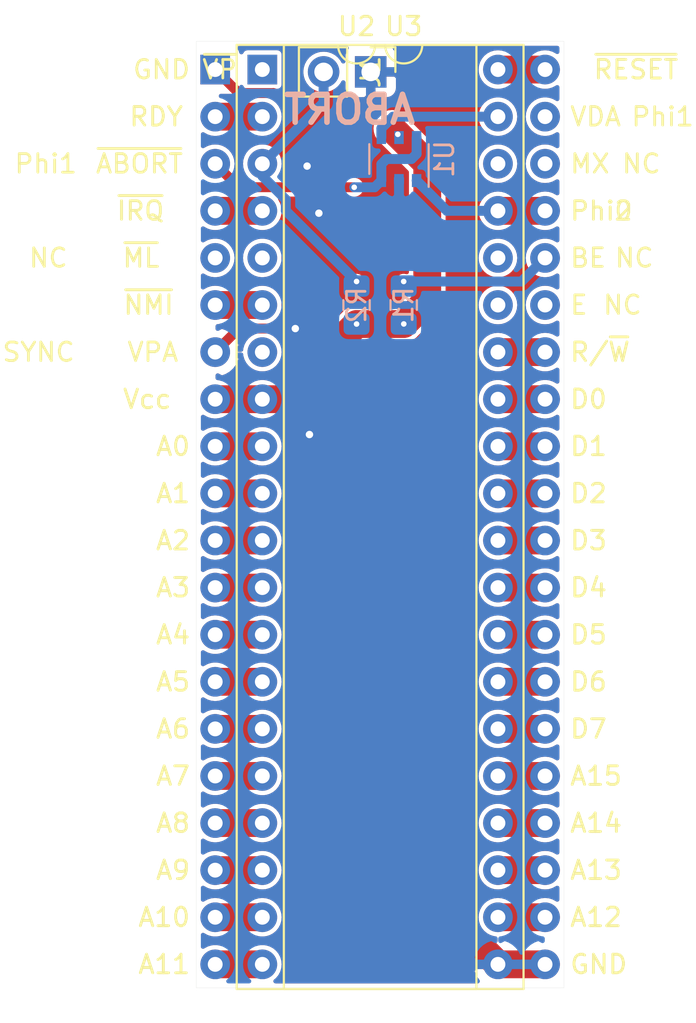
<source format=kicad_pcb>
(kicad_pcb (version 20171130) (host pcbnew "(5.1.2)-1")

  (general
    (thickness 1.6)
    (drawings 7)
    (tracks 96)
    (zones 0)
    (modules 6)
    (nets 44)
  )

  (page A4)
  (layers
    (0 F.Cu signal)
    (31 B.Cu signal)
    (32 B.Adhes user)
    (33 F.Adhes user)
    (34 B.Paste user)
    (35 F.Paste user)
    (36 B.SilkS user)
    (37 F.SilkS user)
    (38 B.Mask user)
    (39 F.Mask user)
    (40 Dwgs.User user)
    (41 Cmts.User user)
    (42 Eco1.User user)
    (43 Eco2.User user)
    (44 Edge.Cuts user)
    (45 Margin user)
    (46 B.CrtYd user)
    (47 F.CrtYd user)
    (48 B.Fab user)
    (49 F.Fab user)
  )

  (setup
    (last_trace_width 0.534)
    (user_trace_width 0.534)
    (user_trace_width 0.7)
    (user_trace_width 1.5)
    (trace_clearance 0.2)
    (zone_clearance 0.237)
    (zone_45_only no)
    (trace_min 0.2)
    (via_size 0.8)
    (via_drill 0.4)
    (via_min_size 0.35)
    (via_min_drill 0.3)
    (user_via 0.35 0.3)
    (uvia_size 0.3)
    (uvia_drill 0.1)
    (uvias_allowed no)
    (uvia_min_size 0.2)
    (uvia_min_drill 0.1)
    (edge_width 0.05)
    (segment_width 0.2)
    (pcb_text_width 0.3)
    (pcb_text_size 1.5 1.5)
    (mod_edge_width 0.12)
    (mod_text_size 1 1)
    (mod_text_width 0.15)
    (pad_size 1.524 1.524)
    (pad_drill 0.762)
    (pad_to_mask_clearance 0.051)
    (solder_mask_min_width 0.25)
    (aux_axis_origin 0 0)
    (visible_elements 7FFFFFFF)
    (pcbplotparams
      (layerselection 0x010f0_ffffffff)
      (usegerberextensions false)
      (usegerberattributes false)
      (usegerberadvancedattributes false)
      (creategerberjobfile false)
      (excludeedgelayer true)
      (linewidth 0.100000)
      (plotframeref false)
      (viasonmask false)
      (mode 1)
      (useauxorigin false)
      (hpglpennumber 1)
      (hpglpenspeed 20)
      (hpglpendiameter 15.000000)
      (psnegative false)
      (psa4output false)
      (plotreference true)
      (plotvalue true)
      (plotinvisibletext false)
      (padsonsilk false)
      (subtractmaskfromsilk false)
      (outputformat 1)
      (mirror false)
      (drillshape 0)
      (scaleselection 1)
      (outputdirectory "gerber/"))
  )

  (net 0 "")
  (net 1 +5V)
  (net 2 "Net-(R1-Pad2)")
  (net 3 /PHI0)
  (net 4 GND)
  (net 5 /PHI1)
  (net 6 /PHI2)
  (net 7 /RDY)
  (net 8 "Net-(U2-Pad22)")
  (net 9 "Net-(U2-Pad23)")
  (net 10 /~IRQ)
  (net 11 "Net-(U2-Pad24)")
  (net 12 "Net-(U2-Pad25)")
  (net 13 /~NMI)
  (net 14 "Net-(U2-Pad26)")
  (net 15 "Net-(U2-Pad27)")
  (net 16 "Net-(U2-Pad28)")
  (net 17 "Net-(U2-Pad9)")
  (net 18 "Net-(U2-Pad29)")
  (net 19 "Net-(U2-Pad10)")
  (net 20 "Net-(U2-Pad30)")
  (net 21 "Net-(U2-Pad11)")
  (net 22 "Net-(U2-Pad31)")
  (net 23 "Net-(U2-Pad12)")
  (net 24 "Net-(U2-Pad32)")
  (net 25 "Net-(U2-Pad13)")
  (net 26 "Net-(U2-Pad33)")
  (net 27 "Net-(U2-Pad14)")
  (net 28 /R~W)
  (net 29 "Net-(U2-Pad15)")
  (net 30 "Net-(U2-Pad16)")
  (net 31 "Net-(U2-Pad17)")
  (net 32 "Net-(U2-Pad18)")
  (net 33 /~SO)
  (net 34 "Net-(U2-Pad19)")
  (net 35 "Net-(U2-Pad20)")
  (net 36 /~RESET)
  (net 37 "Net-(U3-Pad1)")
  (net 38 "Net-(U3-Pad5)")
  (net 39 "Net-(U3-Pad7)")
  (net 40 "Net-(U3-Pad35)")
  (net 41 "Net-(U3-Pad38)")
  (net 42 "Net-(U3-Pad39)")
  (net 43 "Net-(J1-Pad2)")

  (net_class Default "This is the default net class."
    (clearance 0.2)
    (trace_width 0.25)
    (via_dia 0.8)
    (via_drill 0.4)
    (uvia_dia 0.3)
    (uvia_drill 0.1)
    (add_net +5V)
    (add_net /PHI0)
    (add_net /PHI1)
    (add_net /PHI2)
    (add_net /RDY)
    (add_net /R~W)
    (add_net /~IRQ)
    (add_net /~NMI)
    (add_net /~RESET)
    (add_net /~SO)
    (add_net GND)
    (add_net "Net-(J1-Pad2)")
    (add_net "Net-(R1-Pad2)")
    (add_net "Net-(U2-Pad10)")
    (add_net "Net-(U2-Pad11)")
    (add_net "Net-(U2-Pad12)")
    (add_net "Net-(U2-Pad13)")
    (add_net "Net-(U2-Pad14)")
    (add_net "Net-(U2-Pad15)")
    (add_net "Net-(U2-Pad16)")
    (add_net "Net-(U2-Pad17)")
    (add_net "Net-(U2-Pad18)")
    (add_net "Net-(U2-Pad19)")
    (add_net "Net-(U2-Pad20)")
    (add_net "Net-(U2-Pad22)")
    (add_net "Net-(U2-Pad23)")
    (add_net "Net-(U2-Pad24)")
    (add_net "Net-(U2-Pad25)")
    (add_net "Net-(U2-Pad26)")
    (add_net "Net-(U2-Pad27)")
    (add_net "Net-(U2-Pad28)")
    (add_net "Net-(U2-Pad29)")
    (add_net "Net-(U2-Pad30)")
    (add_net "Net-(U2-Pad31)")
    (add_net "Net-(U2-Pad32)")
    (add_net "Net-(U2-Pad33)")
    (add_net "Net-(U2-Pad9)")
    (add_net "Net-(U3-Pad1)")
    (add_net "Net-(U3-Pad35)")
    (add_net "Net-(U3-Pad38)")
    (add_net "Net-(U3-Pad39)")
    (add_net "Net-(U3-Pad5)")
    (add_net "Net-(U3-Pad7)")
  )

  (module Resistor_SMD:R_0805_2012Metric_Pad1.15x1.40mm_HandSolder (layer B.Cu) (tedit 5B36C52B) (tstamp 5E679C7A)
    (at 88.9 63.5 90)
    (descr "Resistor SMD 0805 (2012 Metric), square (rectangular) end terminal, IPC_7351 nominal with elongated pad for handsoldering. (Body size source: https://docs.google.com/spreadsheets/d/1BsfQQcO9C6DZCsRaXUlFlo91Tg2WpOkGARC1WS5S8t0/edit?usp=sharing), generated with kicad-footprint-generator")
    (tags "resistor handsolder")
    (path /5E6B12F7)
    (attr smd)
    (fp_text reference R1 (at 0 0 270) (layer B.SilkS)
      (effects (font (size 1 1) (thickness 0.15)) (justify mirror))
    )
    (fp_text value 22K (at 0 0 270) (layer B.Fab)
      (effects (font (size 1 1) (thickness 0.15)) (justify mirror))
    )
    (fp_line (start -1 -0.6) (end -1 0.6) (layer B.Fab) (width 0.1))
    (fp_line (start -1 0.6) (end 1 0.6) (layer B.Fab) (width 0.1))
    (fp_line (start 1 0.6) (end 1 -0.6) (layer B.Fab) (width 0.1))
    (fp_line (start 1 -0.6) (end -1 -0.6) (layer B.Fab) (width 0.1))
    (fp_line (start -0.261252 0.71) (end 0.261252 0.71) (layer B.SilkS) (width 0.12))
    (fp_line (start -0.261252 -0.71) (end 0.261252 -0.71) (layer B.SilkS) (width 0.12))
    (fp_line (start -1.85 -0.95) (end -1.85 0.95) (layer B.CrtYd) (width 0.05))
    (fp_line (start -1.85 0.95) (end 1.85 0.95) (layer B.CrtYd) (width 0.05))
    (fp_line (start 1.85 0.95) (end 1.85 -0.95) (layer B.CrtYd) (width 0.05))
    (fp_line (start 1.85 -0.95) (end -1.85 -0.95) (layer B.CrtYd) (width 0.05))
    (fp_text user %R (at 0 0 270) (layer B.Fab)
      (effects (font (size 0.5 0.5) (thickness 0.08)) (justify mirror))
    )
    (pad 1 smd roundrect (at -1.025 0 90) (size 1.15 1.4) (layers B.Cu B.Paste B.Mask) (roundrect_rratio 0.217391)
      (net 1 +5V))
    (pad 2 smd roundrect (at 1.025 0 90) (size 1.15 1.4) (layers B.Cu B.Paste B.Mask) (roundrect_rratio 0.217391)
      (net 2 "Net-(R1-Pad2)"))
    (model ${KISYS3DMOD}/Resistor_SMD.3dshapes/R_0805_2012Metric.wrl
      (at (xyz 0 0 0))
      (scale (xyz 1 1 1))
      (rotate (xyz 0 0 0))
    )
  )

  (module Resistor_SMD:R_0805_2012Metric_Pad1.15x1.40mm_HandSolder (layer B.Cu) (tedit 5B36C52B) (tstamp 5E679C8B)
    (at 86.36 63.5 90)
    (descr "Resistor SMD 0805 (2012 Metric), square (rectangular) end terminal, IPC_7351 nominal with elongated pad for handsoldering. (Body size source: https://docs.google.com/spreadsheets/d/1BsfQQcO9C6DZCsRaXUlFlo91Tg2WpOkGARC1WS5S8t0/edit?usp=sharing), generated with kicad-footprint-generator")
    (tags "resistor handsolder")
    (path /5E6B1B23)
    (attr smd)
    (fp_text reference R2 (at 0 0 270) (layer B.SilkS)
      (effects (font (size 1 1) (thickness 0.15)) (justify mirror))
    )
    (fp_text value 22K (at 0 0 270) (layer B.Fab)
      (effects (font (size 1 1) (thickness 0.15)) (justify mirror))
    )
    (fp_text user %R (at 0 0 270) (layer B.Fab)
      (effects (font (size 0.5 0.5) (thickness 0.08)) (justify mirror))
    )
    (fp_line (start 1.85 -0.95) (end -1.85 -0.95) (layer B.CrtYd) (width 0.05))
    (fp_line (start 1.85 0.95) (end 1.85 -0.95) (layer B.CrtYd) (width 0.05))
    (fp_line (start -1.85 0.95) (end 1.85 0.95) (layer B.CrtYd) (width 0.05))
    (fp_line (start -1.85 -0.95) (end -1.85 0.95) (layer B.CrtYd) (width 0.05))
    (fp_line (start -0.261252 -0.71) (end 0.261252 -0.71) (layer B.SilkS) (width 0.12))
    (fp_line (start -0.261252 0.71) (end 0.261252 0.71) (layer B.SilkS) (width 0.12))
    (fp_line (start 1 -0.6) (end -1 -0.6) (layer B.Fab) (width 0.1))
    (fp_line (start 1 0.6) (end 1 -0.6) (layer B.Fab) (width 0.1))
    (fp_line (start -1 0.6) (end 1 0.6) (layer B.Fab) (width 0.1))
    (fp_line (start -1 -0.6) (end -1 0.6) (layer B.Fab) (width 0.1))
    (pad 2 smd roundrect (at 1.025 0 90) (size 1.15 1.4) (layers B.Cu B.Paste B.Mask) (roundrect_rratio 0.217391)
      (net 43 "Net-(J1-Pad2)"))
    (pad 1 smd roundrect (at -1.025 0 90) (size 1.15 1.4) (layers B.Cu B.Paste B.Mask) (roundrect_rratio 0.217391)
      (net 1 +5V))
    (model ${KISYS3DMOD}/Resistor_SMD.3dshapes/R_0805_2012Metric.wrl
      (at (xyz 0 0 0))
      (scale (xyz 1 1 1))
      (rotate (xyz 0 0 0))
    )
  )

  (module Package_SO:TSOP-6_1.65x3.05mm_P0.95mm (layer B.Cu) (tedit 5A02F25C) (tstamp 5E679CA1)
    (at 88.646 55.626 90)
    (descr "TSOP-6 package (comparable to TSOT-23), https://www.vishay.com/docs/71200/71200.pdf")
    (tags "Jedec MO-193C TSOP-6L")
    (path /5E67D1B9)
    (attr smd)
    (fp_text reference U1 (at 0 2.45 90) (layer B.SilkS)
      (effects (font (size 1 1) (thickness 0.15)) (justify mirror))
    )
    (fp_text value 74HCT2G14GW-Q100H (at 0 -2.5 270) (layer B.Fab)
      (effects (font (size 1 1) (thickness 0.15)) (justify mirror))
    )
    (fp_text user %R (at 0 0 180) (layer B.Fab)
      (effects (font (size 0.5 0.5) (thickness 0.075)) (justify mirror))
    )
    (fp_line (start -0.8 -1.6) (end 0.8 -1.6) (layer B.SilkS) (width 0.12))
    (fp_line (start 0.8 1.6) (end -1.5 1.6) (layer B.SilkS) (width 0.12))
    (fp_line (start -0.825 1.1) (end -0.425 1.525) (layer B.Fab) (width 0.1))
    (fp_line (start 0.825 1.525) (end -0.425 1.525) (layer B.Fab) (width 0.1))
    (fp_line (start -0.825 1.1) (end -0.825 -1.525) (layer B.Fab) (width 0.1))
    (fp_line (start 0.825 -1.525) (end -0.825 -1.525) (layer B.Fab) (width 0.1))
    (fp_line (start 0.825 1.525) (end 0.825 -1.525) (layer B.Fab) (width 0.1))
    (fp_line (start -1.76 1.78) (end 1.76 1.78) (layer B.CrtYd) (width 0.05))
    (fp_line (start -1.76 1.78) (end -1.76 -1.77) (layer B.CrtYd) (width 0.05))
    (fp_line (start 1.76 -1.77) (end 1.76 1.78) (layer B.CrtYd) (width 0.05))
    (fp_line (start 1.76 -1.77) (end -1.76 -1.77) (layer B.CrtYd) (width 0.05))
    (pad 1 smd rect (at -1.16 0.95 90) (size 0.7 0.51) (layers B.Cu B.Paste B.Mask)
      (net 3 /PHI0))
    (pad 2 smd rect (at -1.16 0 90) (size 0.7 0.51) (layers B.Cu B.Paste B.Mask)
      (net 4 GND))
    (pad 3 smd rect (at -1.16 -0.95 90) (size 0.7 0.51) (layers B.Cu B.Paste B.Mask)
      (net 5 /PHI1))
    (pad 4 smd rect (at 1.16 -0.95 90) (size 0.7 0.51) (layers B.Cu B.Paste B.Mask)
      (net 6 /PHI2))
    (pad 5 smd rect (at 1.16 0 90) (size 0.7 0.51) (layers B.Cu B.Paste B.Mask)
      (net 1 +5V))
    (pad 6 smd rect (at 1.16 0.95 90) (size 0.7 0.51) (layers B.Cu B.Paste B.Mask)
      (net 5 /PHI1))
    (model ${KISYS3DMOD}/Package_SO.3dshapes/TSOP-6_1.65x3.05mm_P0.95mm.wrl
      (at (xyz 0 0 0))
      (scale (xyz 1 1 1))
      (rotate (xyz 0 0 0))
    )
  )

  (module CPU2:6502CPU (layer F.Cu) (tedit 5D3CF830) (tstamp 5E679D05)
    (at 78.74 50.8)
    (descr "40-lead though-hole mounted DIP package, row spacing 15.24 mm (600 mils)")
    (tags "6502 cpu 40 dip pdip ")
    (path /5E6795AF)
    (fp_text reference U2 (at 7.62 -2.33) (layer F.SilkS)
      (effects (font (size 1 1) (thickness 0.15)))
    )
    (fp_text value 6502SOCKET (at 7.62 50.59) (layer F.Fab)
      (effects (font (size 1 1) (thickness 0.15)))
    )
    (fp_arc (start 7.62 -1.33) (end 6.62 -1.33) (angle -180) (layer F.SilkS) (width 0.12))
    (fp_line (start 1.255 -1.27) (end 14.985 -1.27) (layer F.Fab) (width 0.1))
    (fp_line (start 14.985 -1.27) (end 14.985 49.53) (layer F.Fab) (width 0.1))
    (fp_line (start 14.985 49.53) (end 0.255 49.53) (layer F.Fab) (width 0.1))
    (fp_line (start 0.255 49.53) (end 0.255 -0.27) (layer F.Fab) (width 0.1))
    (fp_line (start 0.255 -0.27) (end 1.255 -1.27) (layer F.Fab) (width 0.1))
    (fp_line (start 6.62 -1.33) (end 1.16 -1.33) (layer F.SilkS) (width 0.12))
    (fp_line (start 1.16 -1.33) (end 1.16 49.59) (layer F.SilkS) (width 0.12))
    (fp_line (start 1.16 49.59) (end 14.08 49.59) (layer F.SilkS) (width 0.12))
    (fp_line (start 14.08 49.59) (end 14.08 -1.33) (layer F.SilkS) (width 0.12))
    (fp_line (start 14.08 -1.33) (end 8.62 -1.33) (layer F.SilkS) (width 0.12))
    (fp_line (start -1.05 -1.55) (end -1.05 49.8) (layer F.CrtYd) (width 0.05))
    (fp_line (start -1.05 49.8) (end 16.3 49.8) (layer F.CrtYd) (width 0.05))
    (fp_line (start 16.3 49.8) (end 16.3 -1.55) (layer F.CrtYd) (width 0.05))
    (fp_line (start 16.3 -1.55) (end -1.05 -1.55) (layer F.CrtYd) (width 0.05))
    (fp_text user %R (at 7.62 24.13) (layer F.Fab)
      (effects (font (size 1 1) (thickness 0.15)))
    )
    (fp_text user GND (at -1.27 0) (layer F.SilkS)
      (effects (font (size 1 1) (thickness 0.15)) (justify right))
    )
    (fp_text user RDY (at -1.651 2.54) (layer F.SilkS)
      (effects (font (size 1 1) (thickness 0.15)) (justify right))
    )
    (fp_text user Phi1 (at -7.366 5.08) (layer F.SilkS)
      (effects (font (size 1 1) (thickness 0.15)) (justify right))
    )
    (fp_text user ~IRQ~ (at -2.667 7.62) (layer F.SilkS)
      (effects (font (size 1 1) (thickness 0.15)) (justify right))
    )
    (fp_text user NC (at -7.874 10.16) (layer F.SilkS)
      (effects (font (size 1 1) (thickness 0.15)) (justify right))
    )
    (fp_text user ~NMI~ (at -2.159 12.7) (layer F.SilkS)
      (effects (font (size 1 1) (thickness 0.15)) (justify right))
    )
    (fp_text user SYNC (at -7.493 15.24) (layer F.SilkS)
      (effects (font (size 1 1) (thickness 0.15)) (justify right))
    )
    (fp_text user Vcc (at -2.286 17.78) (layer F.SilkS)
      (effects (font (size 1 1) (thickness 0.15)) (justify right))
    )
    (fp_text user A0 (at -1.27 20.32) (layer F.SilkS)
      (effects (font (size 1 1) (thickness 0.15)) (justify right))
    )
    (fp_text user A1 (at -1.27 22.86) (layer F.SilkS)
      (effects (font (size 1 1) (thickness 0.15)) (justify right))
    )
    (fp_text user A2 (at -1.27 25.4) (layer F.SilkS)
      (effects (font (size 1 1) (thickness 0.15)) (justify right))
    )
    (fp_text user A3 (at -1.27 27.94) (layer F.SilkS)
      (effects (font (size 1 1) (thickness 0.15)) (justify right))
    )
    (fp_text user A4 (at -1.27 30.48) (layer F.SilkS)
      (effects (font (size 1 1) (thickness 0.15)) (justify right))
    )
    (fp_text user A5 (at -1.27 33.02) (layer F.SilkS)
      (effects (font (size 1 1) (thickness 0.15)) (justify right))
    )
    (fp_text user A6 (at -1.27 35.56) (layer F.SilkS)
      (effects (font (size 1 1) (thickness 0.15)) (justify right))
    )
    (fp_text user A7 (at -1.27 38.1) (layer F.SilkS)
      (effects (font (size 1 1) (thickness 0.15)) (justify right))
    )
    (fp_text user A8 (at -1.27 40.64) (layer F.SilkS)
      (effects (font (size 1 1) (thickness 0.15)) (justify right))
    )
    (fp_text user A9 (at -1.27 43.18) (layer F.SilkS)
      (effects (font (size 1 1) (thickness 0.15)) (justify right))
    )
    (fp_text user A10 (at -1.27 45.72) (layer F.SilkS)
      (effects (font (size 1 1) (thickness 0.15)) (justify right))
    )
    (fp_text user A11 (at -1.27 48.26) (layer F.SilkS)
      (effects (font (size 1 1) (thickness 0.15)) (justify right))
    )
    (fp_text user GND (at 19.05 48.26) (layer F.SilkS)
      (effects (font (size 1 1) (thickness 0.15)) (justify left))
    )
    (fp_text user A12 (at 19.05 45.72) (layer F.SilkS)
      (effects (font (size 1 1) (thickness 0.15)) (justify left))
    )
    (fp_text user A13 (at 19.05 43.18) (layer F.SilkS)
      (effects (font (size 1 1) (thickness 0.15)) (justify left))
    )
    (fp_text user A14 (at 19.05 40.64) (layer F.SilkS)
      (effects (font (size 1 1) (thickness 0.15)) (justify left))
    )
    (fp_text user A15 (at 19.05 38.1) (layer F.SilkS)
      (effects (font (size 1 1) (thickness 0.15)) (justify left))
    )
    (fp_text user D7 (at 19.05 35.56) (layer F.SilkS)
      (effects (font (size 1 1) (thickness 0.15)) (justify left))
    )
    (fp_text user D6 (at 19.05 33.02) (layer F.SilkS)
      (effects (font (size 1 1) (thickness 0.15)) (justify left))
    )
    (fp_text user D5 (at 19.05 30.48) (layer F.SilkS)
      (effects (font (size 1 1) (thickness 0.15)) (justify left))
    )
    (fp_text user D4 (at 19.05 27.94) (layer F.SilkS)
      (effects (font (size 1 1) (thickness 0.15)) (justify left))
    )
    (fp_text user D3 (at 19.05 25.4) (layer F.SilkS)
      (effects (font (size 1 1) (thickness 0.15)) (justify left))
    )
    (fp_text user D2 (at 19.05 22.86) (layer F.SilkS)
      (effects (font (size 1 1) (thickness 0.15)) (justify left))
    )
    (fp_text user D1 (at 19.05 20.32) (layer F.SilkS)
      (effects (font (size 1 1) (thickness 0.15)) (justify left))
    )
    (fp_text user D0 (at 19.05 17.78) (layer F.SilkS)
      (effects (font (size 1 1) (thickness 0.15)) (justify left))
    )
    (fp_text user R/~W~ (at 19.05 15.24) (layer F.SilkS)
      (effects (font (size 1 1) (thickness 0.15)) (justify left))
    )
    (fp_text user NC (at 20.828 12.7) (layer F.SilkS)
      (effects (font (size 1 1) (thickness 0.15)) (justify left))
    )
    (fp_text user NC (at 21.463 10.16) (layer F.SilkS)
      (effects (font (size 1 1) (thickness 0.15)) (justify left))
    )
    (fp_text user Phi0 (at 19.05 7.62) (layer F.SilkS)
      (effects (font (size 1 1) (thickness 0.15)) (justify left))
    )
    (fp_text user Phi1 (at 22.352 2.54) (layer F.SilkS)
      (effects (font (size 1 1) (thickness 0.15)) (justify left))
    )
    (fp_text user ~RESET~ (at 20.32 0) (layer F.SilkS)
      (effects (font (size 1 1) (thickness 0.15)) (justify left))
    )
    (fp_text user NC (at 21.844 5.08) (layer F.SilkS)
      (effects (font (size 1 1) (thickness 0.15)) (justify left))
    )
    (pad 1 thru_hole rect (at 0 0) (size 1.6 1.6) (drill 0.8) (layers *.Cu *.Mask)
      (net 4 GND))
    (pad 21 thru_hole oval (at 15.24 48.26) (size 1.6 1.6) (drill 0.8) (layers *.Cu *.Mask)
      (net 4 GND))
    (pad 2 thru_hole oval (at 0 2.54) (size 1.6 1.6) (drill 0.8) (layers *.Cu *.Mask)
      (net 7 /RDY))
    (pad 22 thru_hole oval (at 15.24 45.72) (size 1.6 1.6) (drill 0.8) (layers *.Cu *.Mask)
      (net 8 "Net-(U2-Pad22)"))
    (pad 3 thru_hole oval (at 0 5.08) (size 1.6 1.6) (drill 0.8) (layers *.Cu *.Mask)
      (net 5 /PHI1))
    (pad 23 thru_hole oval (at 15.24 43.18) (size 1.6 1.6) (drill 0.8) (layers *.Cu *.Mask)
      (net 9 "Net-(U2-Pad23)"))
    (pad 4 thru_hole oval (at 0 7.62) (size 1.6 1.6) (drill 0.8) (layers *.Cu *.Mask)
      (net 10 /~IRQ))
    (pad 24 thru_hole oval (at 15.24 40.64) (size 1.6 1.6) (drill 0.8) (layers *.Cu *.Mask)
      (net 11 "Net-(U2-Pad24)"))
    (pad 5 thru_hole oval (at 0 10.16) (size 1.6 1.6) (drill 0.8) (layers *.Cu *.Mask))
    (pad 25 thru_hole oval (at 15.24 38.1) (size 1.6 1.6) (drill 0.8) (layers *.Cu *.Mask)
      (net 12 "Net-(U2-Pad25)"))
    (pad 6 thru_hole oval (at 0 12.7) (size 1.6 1.6) (drill 0.8) (layers *.Cu *.Mask)
      (net 13 /~NMI))
    (pad 26 thru_hole oval (at 15.24 35.56) (size 1.6 1.6) (drill 0.8) (layers *.Cu *.Mask)
      (net 14 "Net-(U2-Pad26)"))
    (pad 7 thru_hole oval (at 0 15.24) (size 1.6 1.6) (drill 0.8) (layers *.Cu *.Mask)
      (net 4 GND))
    (pad 27 thru_hole oval (at 15.24 33.02) (size 1.6 1.6) (drill 0.8) (layers *.Cu *.Mask)
      (net 15 "Net-(U2-Pad27)"))
    (pad 8 thru_hole oval (at 0 17.78) (size 1.6 1.6) (drill 0.8) (layers *.Cu *.Mask)
      (net 1 +5V))
    (pad 28 thru_hole oval (at 15.24 30.48) (size 1.6 1.6) (drill 0.8) (layers *.Cu *.Mask)
      (net 16 "Net-(U2-Pad28)"))
    (pad 9 thru_hole oval (at 0 20.32) (size 1.6 1.6) (drill 0.8) (layers *.Cu *.Mask)
      (net 17 "Net-(U2-Pad9)"))
    (pad 29 thru_hole oval (at 15.24 27.94) (size 1.6 1.6) (drill 0.8) (layers *.Cu *.Mask)
      (net 18 "Net-(U2-Pad29)"))
    (pad 10 thru_hole oval (at 0 22.86) (size 1.6 1.6) (drill 0.8) (layers *.Cu *.Mask)
      (net 19 "Net-(U2-Pad10)"))
    (pad 30 thru_hole oval (at 15.24 25.4) (size 1.6 1.6) (drill 0.8) (layers *.Cu *.Mask)
      (net 20 "Net-(U2-Pad30)"))
    (pad 11 thru_hole oval (at 0 25.4) (size 1.6 1.6) (drill 0.8) (layers *.Cu *.Mask)
      (net 21 "Net-(U2-Pad11)"))
    (pad 31 thru_hole oval (at 15.24 22.86) (size 1.6 1.6) (drill 0.8) (layers *.Cu *.Mask)
      (net 22 "Net-(U2-Pad31)"))
    (pad 12 thru_hole oval (at 0 27.94) (size 1.6 1.6) (drill 0.8) (layers *.Cu *.Mask)
      (net 23 "Net-(U2-Pad12)"))
    (pad 32 thru_hole oval (at 15.24 20.32) (size 1.6 1.6) (drill 0.8) (layers *.Cu *.Mask)
      (net 24 "Net-(U2-Pad32)"))
    (pad 13 thru_hole oval (at 0 30.48) (size 1.6 1.6) (drill 0.8) (layers *.Cu *.Mask)
      (net 25 "Net-(U2-Pad13)"))
    (pad 33 thru_hole oval (at 15.24 17.78) (size 1.6 1.6) (drill 0.8) (layers *.Cu *.Mask)
      (net 26 "Net-(U2-Pad33)"))
    (pad 14 thru_hole oval (at 0 33.02) (size 1.6 1.6) (drill 0.8) (layers *.Cu *.Mask)
      (net 27 "Net-(U2-Pad14)"))
    (pad 34 thru_hole oval (at 15.24 15.24) (size 1.6 1.6) (drill 0.8) (layers *.Cu *.Mask)
      (net 28 /R~W))
    (pad 15 thru_hole oval (at 0 35.56) (size 1.6 1.6) (drill 0.8) (layers *.Cu *.Mask)
      (net 29 "Net-(U2-Pad15)"))
    (pad 35 thru_hole oval (at 15.24 12.7) (size 1.6 1.6) (drill 0.8) (layers *.Cu *.Mask))
    (pad 16 thru_hole oval (at 0 38.1) (size 1.6 1.6) (drill 0.8) (layers *.Cu *.Mask)
      (net 30 "Net-(U2-Pad16)"))
    (pad 36 thru_hole oval (at 15.24 10.16) (size 1.6 1.6) (drill 0.8) (layers *.Cu *.Mask))
    (pad 17 thru_hole oval (at 0 40.64) (size 1.6 1.6) (drill 0.8) (layers *.Cu *.Mask)
      (net 31 "Net-(U2-Pad17)"))
    (pad 37 thru_hole oval (at 15.24 7.62) (size 1.6 1.6) (drill 0.8) (layers *.Cu *.Mask)
      (net 3 /PHI0))
    (pad 18 thru_hole oval (at 0 43.18) (size 1.6 1.6) (drill 0.8) (layers *.Cu *.Mask)
      (net 32 "Net-(U2-Pad18)"))
    (pad 38 thru_hole oval (at 15.24 5.08) (size 1.6 1.6) (drill 0.8) (layers *.Cu *.Mask)
      (net 33 /~SO))
    (pad 19 thru_hole oval (at 0 45.72) (size 1.6 1.6) (drill 0.8) (layers *.Cu *.Mask)
      (net 34 "Net-(U2-Pad19)"))
    (pad 39 thru_hole oval (at 15.24 2.54) (size 1.6 1.6) (drill 0.8) (layers *.Cu *.Mask)
      (net 6 /PHI2))
    (pad 20 thru_hole oval (at 0 48.26) (size 1.6 1.6) (drill 0.8) (layers *.Cu *.Mask)
      (net 35 "Net-(U2-Pad20)"))
    (pad 40 thru_hole oval (at 15.24 0) (size 1.6 1.6) (drill 0.8) (layers *.Cu *.Mask)
      (net 36 /~RESET))
    (model ${KISYS3DMOD}/Package_DIP.3dshapes/DIP-40_W15.24mm.wrl
      (at (xyz 0 0 0))
      (scale (xyz 1 1 1))
      (rotate (xyz 0 0 0))
    )
  )

  (module CPU2:W65C816CPU (layer F.Cu) (tedit 5D3CFC52) (tstamp 5E67A27C)
    (at 81.28 50.8)
    (descr "40-lead though-hole mounted DIP package, row spacing 15.24 mm (600 mils)")
    (tags "6502 cpu 40 dip pdip ")
    (path /5E6D8017)
    (fp_text reference U3 (at 7.62 -2.33) (layer F.SilkS)
      (effects (font (size 1 1) (thickness 0.15)))
    )
    (fp_text value W65C816S6PG-14 (at 7.62 50.59) (layer F.Fab)
      (effects (font (size 1 1) (thickness 0.15)))
    )
    (fp_arc (start 7.62 -1.33) (end 6.62 -1.33) (angle -180) (layer F.SilkS) (width 0.12))
    (fp_line (start 1.255 -1.27) (end 14.985 -1.27) (layer F.Fab) (width 0.1))
    (fp_line (start 14.985 -1.27) (end 14.985 49.53) (layer F.Fab) (width 0.1))
    (fp_line (start 14.985 49.53) (end 0.255 49.53) (layer F.Fab) (width 0.1))
    (fp_line (start 0.255 49.53) (end 0.255 -0.27) (layer F.Fab) (width 0.1))
    (fp_line (start 0.255 -0.27) (end 1.255 -1.27) (layer F.Fab) (width 0.1))
    (fp_line (start 6.62 -1.33) (end 1.16 -1.33) (layer F.SilkS) (width 0.12))
    (fp_line (start 1.16 -1.33) (end 1.16 49.59) (layer F.SilkS) (width 0.12))
    (fp_line (start 1.16 49.59) (end 14.08 49.59) (layer F.SilkS) (width 0.12))
    (fp_line (start 14.08 49.59) (end 14.08 -1.33) (layer F.SilkS) (width 0.12))
    (fp_line (start 14.08 -1.33) (end 8.62 -1.33) (layer F.SilkS) (width 0.12))
    (fp_line (start -1.05 -1.55) (end -1.05 49.8) (layer F.CrtYd) (width 0.05))
    (fp_line (start -1.05 49.8) (end 16.3 49.8) (layer F.CrtYd) (width 0.05))
    (fp_line (start 16.3 49.8) (end 16.3 -1.55) (layer F.CrtYd) (width 0.05))
    (fp_line (start 16.3 -1.55) (end -1.05 -1.55) (layer F.CrtYd) (width 0.05))
    (fp_text user %R (at 7.62 24.13) (layer F.Fab)
      (effects (font (size 1 1) (thickness 0.15)))
    )
    (fp_text user ~VP~ (at -1.27 0) (layer F.SilkS)
      (effects (font (size 1 1) (thickness 0.15)) (justify right))
    )
    (fp_text user RDY (at -4.191 2.54) (layer F.SilkS)
      (effects (font (size 1 1) (thickness 0.15)) (justify right))
    )
    (fp_text user ~ABORT~ (at -4.191 5.08) (layer F.SilkS)
      (effects (font (size 1 1) (thickness 0.15)) (justify right))
    )
    (fp_text user ~IRQ~ (at -5.207 7.62) (layer F.SilkS)
      (effects (font (size 1 1) (thickness 0.15)) (justify right))
    )
    (fp_text user ~ML~ (at -5.461 10.16) (layer F.SilkS)
      (effects (font (size 1 1) (thickness 0.15)) (justify right))
    )
    (fp_text user ~NMI~ (at -4.699 12.7) (layer F.SilkS)
      (effects (font (size 1 1) (thickness 0.15)) (justify right))
    )
    (fp_text user VPA (at -4.445 15.24) (layer F.SilkS)
      (effects (font (size 1 1) (thickness 0.15)) (justify right))
    )
    (fp_text user Vcc (at -4.826 17.78) (layer F.SilkS)
      (effects (font (size 1 1) (thickness 0.15)) (justify right))
    )
    (fp_text user A0 (at -3.81 20.32) (layer F.SilkS)
      (effects (font (size 1 1) (thickness 0.15)) (justify right))
    )
    (fp_text user A1 (at -3.81 22.86) (layer F.SilkS)
      (effects (font (size 1 1) (thickness 0.15)) (justify right))
    )
    (fp_text user A2 (at -3.81 25.4) (layer F.SilkS)
      (effects (font (size 1 1) (thickness 0.15)) (justify right))
    )
    (fp_text user A3 (at -3.81 27.94) (layer F.SilkS)
      (effects (font (size 1 1) (thickness 0.15)) (justify right))
    )
    (fp_text user A4 (at -3.81 30.48) (layer F.SilkS)
      (effects (font (size 1 1) (thickness 0.15)) (justify right))
    )
    (fp_text user A5 (at -3.81 33.02) (layer F.SilkS)
      (effects (font (size 1 1) (thickness 0.15)) (justify right))
    )
    (fp_text user A6 (at -3.81 35.56) (layer F.SilkS)
      (effects (font (size 1 1) (thickness 0.15)) (justify right))
    )
    (fp_text user A7 (at -3.81 38.1) (layer F.SilkS)
      (effects (font (size 1 1) (thickness 0.15)) (justify right))
    )
    (fp_text user A8 (at -3.81 40.64) (layer F.SilkS)
      (effects (font (size 1 1) (thickness 0.15)) (justify right))
    )
    (fp_text user A9 (at -3.81 43.18) (layer F.SilkS)
      (effects (font (size 1 1) (thickness 0.15)) (justify right))
    )
    (fp_text user A10 (at -3.81 45.72) (layer F.SilkS)
      (effects (font (size 1 1) (thickness 0.15)) (justify right))
    )
    (fp_text user A11 (at -3.81 48.26) (layer F.SilkS)
      (effects (font (size 1 1) (thickness 0.15)) (justify right))
    )
    (fp_text user GND (at 16.51 48.26) (layer F.SilkS)
      (effects (font (size 1 1) (thickness 0.15)) (justify left))
    )
    (fp_text user A12 (at 16.51 45.72) (layer F.SilkS)
      (effects (font (size 1 1) (thickness 0.15)) (justify left))
    )
    (fp_text user A13 (at 16.51 43.18) (layer F.SilkS)
      (effects (font (size 1 1) (thickness 0.15)) (justify left))
    )
    (fp_text user A14 (at 16.51 40.64) (layer F.SilkS)
      (effects (font (size 1 1) (thickness 0.15)) (justify left))
    )
    (fp_text user A15 (at 16.51 38.1) (layer F.SilkS)
      (effects (font (size 1 1) (thickness 0.15)) (justify left))
    )
    (fp_text user D7 (at 16.51 35.56) (layer F.SilkS)
      (effects (font (size 1 1) (thickness 0.15)) (justify left))
    )
    (fp_text user D6 (at 16.51 33.02) (layer F.SilkS)
      (effects (font (size 1 1) (thickness 0.15)) (justify left))
    )
    (fp_text user D5 (at 16.51 30.48) (layer F.SilkS)
      (effects (font (size 1 1) (thickness 0.15)) (justify left))
    )
    (fp_text user D4 (at 16.51 27.94) (layer F.SilkS)
      (effects (font (size 1 1) (thickness 0.15)) (justify left))
    )
    (fp_text user D3 (at 16.51 25.4) (layer F.SilkS)
      (effects (font (size 1 1) (thickness 0.15)) (justify left))
    )
    (fp_text user D2 (at 16.51 22.86) (layer F.SilkS)
      (effects (font (size 1 1) (thickness 0.15)) (justify left))
    )
    (fp_text user D1 (at 16.51 20.32) (layer F.SilkS)
      (effects (font (size 1 1) (thickness 0.15)) (justify left))
    )
    (fp_text user D0 (at 16.51 17.78) (layer F.SilkS)
      (effects (font (size 1 1) (thickness 0.15)) (justify left))
    )
    (fp_text user R/~W~ (at 16.51 15.24) (layer F.SilkS)
      (effects (font (size 1 1) (thickness 0.15)) (justify left))
    )
    (fp_text user E (at 16.51 12.7) (layer F.SilkS)
      (effects (font (size 1 1) (thickness 0.15)) (justify left))
    )
    (fp_text user BE (at 16.51 10.16) (layer F.SilkS)
      (effects (font (size 1 1) (thickness 0.15)) (justify left))
    )
    (fp_text user Phi2 (at 16.51 7.62) (layer F.SilkS)
      (effects (font (size 1 1) (thickness 0.15)) (justify left))
    )
    (fp_text user VDA (at 16.51 2.54) (layer F.SilkS)
      (effects (font (size 1 1) (thickness 0.15)) (justify left))
    )
    (fp_text user ~RESET~ (at 17.78 0) (layer F.SilkS)
      (effects (font (size 1 1) (thickness 0.15)) (justify left))
    )
    (fp_text user MX (at 16.51 5.08) (layer F.SilkS)
      (effects (font (size 1 1) (thickness 0.15)) (justify left))
    )
    (pad 1 thru_hole rect (at 0 0) (size 1.6 1.6) (drill 0.8) (layers *.Cu *.Mask)
      (net 37 "Net-(U3-Pad1)"))
    (pad 21 thru_hole oval (at 15.24 48.26) (size 1.6 1.6) (drill 0.8) (layers *.Cu *.Mask)
      (net 4 GND))
    (pad 2 thru_hole oval (at 0 2.54) (size 1.6 1.6) (drill 0.8) (layers *.Cu *.Mask)
      (net 7 /RDY))
    (pad 22 thru_hole oval (at 15.24 45.72) (size 1.6 1.6) (drill 0.8) (layers *.Cu *.Mask)
      (net 8 "Net-(U2-Pad22)"))
    (pad 3 thru_hole oval (at 0 5.08) (size 1.6 1.6) (drill 0.8) (layers *.Cu *.Mask)
      (net 43 "Net-(J1-Pad2)"))
    (pad 23 thru_hole oval (at 15.24 43.18) (size 1.6 1.6) (drill 0.8) (layers *.Cu *.Mask)
      (net 9 "Net-(U2-Pad23)"))
    (pad 4 thru_hole oval (at 0 7.62) (size 1.6 1.6) (drill 0.8) (layers *.Cu *.Mask)
      (net 10 /~IRQ))
    (pad 24 thru_hole oval (at 15.24 40.64) (size 1.6 1.6) (drill 0.8) (layers *.Cu *.Mask)
      (net 11 "Net-(U2-Pad24)"))
    (pad 5 thru_hole oval (at 0 10.16) (size 1.6 1.6) (drill 0.8) (layers *.Cu *.Mask)
      (net 38 "Net-(U3-Pad5)"))
    (pad 25 thru_hole oval (at 15.24 38.1) (size 1.6 1.6) (drill 0.8) (layers *.Cu *.Mask)
      (net 12 "Net-(U2-Pad25)"))
    (pad 6 thru_hole oval (at 0 12.7) (size 1.6 1.6) (drill 0.8) (layers *.Cu *.Mask)
      (net 13 /~NMI))
    (pad 26 thru_hole oval (at 15.24 35.56) (size 1.6 1.6) (drill 0.8) (layers *.Cu *.Mask)
      (net 14 "Net-(U2-Pad26)"))
    (pad 7 thru_hole oval (at 0 15.24) (size 1.6 1.6) (drill 0.8) (layers *.Cu *.Mask)
      (net 39 "Net-(U3-Pad7)"))
    (pad 27 thru_hole oval (at 15.24 33.02) (size 1.6 1.6) (drill 0.8) (layers *.Cu *.Mask)
      (net 15 "Net-(U2-Pad27)"))
    (pad 8 thru_hole oval (at 0 17.78) (size 1.6 1.6) (drill 0.8) (layers *.Cu *.Mask)
      (net 1 +5V))
    (pad 28 thru_hole oval (at 15.24 30.48) (size 1.6 1.6) (drill 0.8) (layers *.Cu *.Mask)
      (net 16 "Net-(U2-Pad28)"))
    (pad 9 thru_hole oval (at 0 20.32) (size 1.6 1.6) (drill 0.8) (layers *.Cu *.Mask)
      (net 17 "Net-(U2-Pad9)"))
    (pad 29 thru_hole oval (at 15.24 27.94) (size 1.6 1.6) (drill 0.8) (layers *.Cu *.Mask)
      (net 18 "Net-(U2-Pad29)"))
    (pad 10 thru_hole oval (at 0 22.86) (size 1.6 1.6) (drill 0.8) (layers *.Cu *.Mask)
      (net 19 "Net-(U2-Pad10)"))
    (pad 30 thru_hole oval (at 15.24 25.4) (size 1.6 1.6) (drill 0.8) (layers *.Cu *.Mask)
      (net 20 "Net-(U2-Pad30)"))
    (pad 11 thru_hole oval (at 0 25.4) (size 1.6 1.6) (drill 0.8) (layers *.Cu *.Mask)
      (net 21 "Net-(U2-Pad11)"))
    (pad 31 thru_hole oval (at 15.24 22.86) (size 1.6 1.6) (drill 0.8) (layers *.Cu *.Mask)
      (net 22 "Net-(U2-Pad31)"))
    (pad 12 thru_hole oval (at 0 27.94) (size 1.6 1.6) (drill 0.8) (layers *.Cu *.Mask)
      (net 23 "Net-(U2-Pad12)"))
    (pad 32 thru_hole oval (at 15.24 20.32) (size 1.6 1.6) (drill 0.8) (layers *.Cu *.Mask)
      (net 24 "Net-(U2-Pad32)"))
    (pad 13 thru_hole oval (at 0 30.48) (size 1.6 1.6) (drill 0.8) (layers *.Cu *.Mask)
      (net 25 "Net-(U2-Pad13)"))
    (pad 33 thru_hole oval (at 15.24 17.78) (size 1.6 1.6) (drill 0.8) (layers *.Cu *.Mask)
      (net 26 "Net-(U2-Pad33)"))
    (pad 14 thru_hole oval (at 0 33.02) (size 1.6 1.6) (drill 0.8) (layers *.Cu *.Mask)
      (net 27 "Net-(U2-Pad14)"))
    (pad 34 thru_hole oval (at 15.24 15.24) (size 1.6 1.6) (drill 0.8) (layers *.Cu *.Mask)
      (net 28 /R~W))
    (pad 15 thru_hole oval (at 0 35.56) (size 1.6 1.6) (drill 0.8) (layers *.Cu *.Mask)
      (net 29 "Net-(U2-Pad15)"))
    (pad 35 thru_hole oval (at 15.24 12.7) (size 1.6 1.6) (drill 0.8) (layers *.Cu *.Mask)
      (net 40 "Net-(U3-Pad35)"))
    (pad 16 thru_hole oval (at 0 38.1) (size 1.6 1.6) (drill 0.8) (layers *.Cu *.Mask)
      (net 30 "Net-(U2-Pad16)"))
    (pad 36 thru_hole oval (at 15.24 10.16) (size 1.6 1.6) (drill 0.8) (layers *.Cu *.Mask)
      (net 2 "Net-(R1-Pad2)"))
    (pad 17 thru_hole oval (at 0 40.64) (size 1.6 1.6) (drill 0.8) (layers *.Cu *.Mask)
      (net 31 "Net-(U2-Pad17)"))
    (pad 37 thru_hole oval (at 15.24 7.62) (size 1.6 1.6) (drill 0.8) (layers *.Cu *.Mask)
      (net 3 /PHI0))
    (pad 18 thru_hole oval (at 0 43.18) (size 1.6 1.6) (drill 0.8) (layers *.Cu *.Mask)
      (net 32 "Net-(U2-Pad18)"))
    (pad 38 thru_hole oval (at 15.24 5.08) (size 1.6 1.6) (drill 0.8) (layers *.Cu *.Mask)
      (net 41 "Net-(U3-Pad38)"))
    (pad 19 thru_hole oval (at 0 45.72) (size 1.6 1.6) (drill 0.8) (layers *.Cu *.Mask)
      (net 34 "Net-(U2-Pad19)"))
    (pad 39 thru_hole oval (at 15.24 2.54) (size 1.6 1.6) (drill 0.8) (layers *.Cu *.Mask)
      (net 42 "Net-(U3-Pad39)"))
    (pad 20 thru_hole oval (at 0 48.26) (size 1.6 1.6) (drill 0.8) (layers *.Cu *.Mask)
      (net 35 "Net-(U2-Pad20)"))
    (pad 40 thru_hole oval (at 15.24 0) (size 1.6 1.6) (drill 0.8) (layers *.Cu *.Mask)
      (net 36 /~RESET))
    (model ${KISYS3DMOD}/Package_DIP.3dshapes/DIP-40_W15.24mm.wrl
      (at (xyz 0 0 0))
      (scale (xyz 1 1 1))
      (rotate (xyz 0 0 0))
    )
  )

  (module Connector_PinHeader_2.54mm:PinHeader_1x02_P2.54mm_Vertical (layer F.Cu) (tedit 59FED5CC) (tstamp 5E6BAF3A)
    (at 87.122 50.927 270)
    (descr "Through hole straight pin header, 1x02, 2.54mm pitch, single row")
    (tags "Through hole pin header THT 1x02 2.54mm single row")
    (path /5E6B85E9)
    (fp_text reference J1 (at 0 0 90) (layer F.SilkS)
      (effects (font (size 1 1) (thickness 0.15)))
    )
    (fp_text value ABORT (at 0 4.87 90) (layer F.Fab)
      (effects (font (size 1 1) (thickness 0.15)))
    )
    (fp_line (start -0.635 -1.27) (end 1.27 -1.27) (layer F.Fab) (width 0.1))
    (fp_line (start 1.27 -1.27) (end 1.27 3.81) (layer F.Fab) (width 0.1))
    (fp_line (start 1.27 3.81) (end -1.27 3.81) (layer F.Fab) (width 0.1))
    (fp_line (start -1.27 3.81) (end -1.27 -0.635) (layer F.Fab) (width 0.1))
    (fp_line (start -1.27 -0.635) (end -0.635 -1.27) (layer F.Fab) (width 0.1))
    (fp_line (start -1.33 3.87) (end 1.33 3.87) (layer F.SilkS) (width 0.12))
    (fp_line (start -1.33 1.27) (end -1.33 3.87) (layer F.SilkS) (width 0.12))
    (fp_line (start 1.33 1.27) (end 1.33 3.87) (layer F.SilkS) (width 0.12))
    (fp_line (start -1.33 1.27) (end 1.33 1.27) (layer F.SilkS) (width 0.12))
    (fp_line (start -1.33 0) (end -1.33 -1.33) (layer F.SilkS) (width 0.12))
    (fp_line (start -1.33 -1.33) (end 0 -1.33) (layer F.SilkS) (width 0.12))
    (fp_line (start -1.8 -1.8) (end -1.8 4.35) (layer F.CrtYd) (width 0.05))
    (fp_line (start -1.8 4.35) (end 1.8 4.35) (layer F.CrtYd) (width 0.05))
    (fp_line (start 1.8 4.35) (end 1.8 -1.8) (layer F.CrtYd) (width 0.05))
    (fp_line (start 1.8 -1.8) (end -1.8 -1.8) (layer F.CrtYd) (width 0.05))
    (fp_text user %R (at 0 1.27) (layer F.Fab)
      (effects (font (size 1 1) (thickness 0.15)))
    )
    (pad 1 thru_hole rect (at 0 0 270) (size 1.7 1.7) (drill 1) (layers *.Cu *.Mask)
      (net 4 GND))
    (pad 2 thru_hole oval (at 0 2.54 270) (size 1.7 1.7) (drill 1) (layers *.Cu *.Mask)
      (net 43 "Net-(J1-Pad2)"))
    (model ${KISYS3DMOD}/Connector_PinHeader_2.54mm.3dshapes/PinHeader_1x02_P2.54mm_Vertical.wrl
      (at (xyz 0 0 0))
      (scale (xyz 1 1 1))
      (rotate (xyz 0 0 0))
    )
  )

  (gr_text ABORT (at 85.979 52.959) (layer B.SilkS)
    (effects (font (size 1.5 1.5) (thickness 0.3)) (justify mirror))
  )
  (gr_text "6502 TO\nW65C816" (at 88.138 85.217 270) (layer B.Mask) (tstamp 5E6B5DBA)
    (effects (font (size 3 3) (thickness 0.6)) (justify mirror))
  )
  (gr_text "6502 TO\nW65C816" (at 88.138 85.09 270) (layer F.Mask)
    (effects (font (size 3 3) (thickness 0.6)))
  )
  (gr_line (start 77.724 49.276) (end 77.724 100.33) (layer Edge.Cuts) (width 0.01) (tstamp 5E67C81A))
  (gr_line (start 97.536 100.33) (end 77.724 100.33) (layer Edge.Cuts) (width 0.01))
  (gr_line (start 97.536 49.276) (end 97.536 100.33) (layer Edge.Cuts) (width 0.01))
  (gr_line (start 77.724 49.276) (end 97.536 49.276) (layer Edge.Cuts) (width 0.01))

  (segment (start 78.74 68.58) (end 81.28 68.58) (width 1.5) (layer F.Cu) (net 1) (status 30))
  (segment (start 82.305 68.58) (end 86.36 64.525) (width 1.5) (layer F.Cu) (net 1))
  (segment (start 81.28 68.58) (end 82.305 68.58) (width 1.5) (layer F.Cu) (net 1) (status 10))
  (segment (start 86.36 64.525) (end 88.9 64.525) (width 1.5) (layer F.Cu) (net 1))
  (via (at 86.36 64.525) (size 0.35) (drill 0.3) (layers F.Cu B.Cu) (net 1) (status 30))
  (segment (start 88.9045 64.5205) (end 88.9 64.525) (width 0.7) (layer F.Cu) (net 1) (tstamp 5E6B591A))
  (via (at 88.9045 64.5205) (size 0.35) (drill 0.3) (layers F.Cu B.Cu) (net 1) (status 30))
  (segment (start 90.17 63.255) (end 90.17 55.88) (width 1.5) (layer F.Cu) (net 1))
  (segment (start 88.9045 64.5205) (end 90.17 63.255) (width 1.5) (layer F.Cu) (net 1))
  (segment (start 90.17 55.88) (end 88.5825 54.2925) (width 1.5) (layer F.Cu) (net 1))
  (segment (start 88.5825 54.2925) (end 88.265 53.975) (width 1.5) (layer F.Cu) (net 1) (tstamp 5E6B5CC7))
  (via (at 88.5825 54.2925) (size 0.35) (drill 0.3) (layers F.Cu B.Cu) (net 1) (status 30))
  (segment (start 95.247001 62.232999) (end 88.9 62.23) (width 0.534) (layer B.Cu) (net 2) (status 20))
  (segment (start 96.52 60.96) (end 95.247001 62.232999) (width 0.534) (layer B.Cu) (net 2) (status 10))
  (segment (start 88.9 62.23) (end 88.902999 62.232999) (width 0.534) (layer B.Cu) (net 2) (tstamp 5E682704) (status 30))
  (via (at 88.9 62.23) (size 0.35) (drill 0.3) (layers F.Cu B.Cu) (net 2) (status 30))
  (via (at 86.36 62.23) (size 0.35) (drill 0.3) (layers F.Cu B.Cu) (net 43) (status 30))
  (segment (start 81.28 56.544838) (end 82.547001 57.811839) (width 0.534) (layer B.Cu) (net 43) (status 10))
  (segment (start 81.28 55.88) (end 81.28 56.544838) (width 0.534) (layer B.Cu) (net 43) (status 30))
  (segment (start 82.547001 58.417001) (end 86.36 62.23) (width 0.534) (layer B.Cu) (net 43) (status 20))
  (segment (start 82.547001 57.811839) (end 82.547001 58.417001) (width 0.534) (layer B.Cu) (net 43))
  (segment (start 81.28 55.88) (end 84.582 52.578) (width 0.534) (layer B.Cu) (net 43) (status 10))
  (segment (start 84.582 52.578) (end 84.582 50.8) (width 0.534) (layer B.Cu) (net 43))
  (segment (start 93.98 58.42) (end 96.52 58.42) (width 1.5) (layer F.Cu) (net 3) (status 30))
  (segment (start 91.23 58.42) (end 89.596 56.786) (width 0.534) (layer B.Cu) (net 3) (status 20))
  (segment (start 93.98 58.42) (end 91.23 58.42) (width 0.534) (layer B.Cu) (net 3) (status 10))
  (segment (start 93.98 99.06) (end 96.52 99.06) (width 1.5) (layer F.Cu) (net 4) (status 30))
  (segment (start 93.98 99.06) (end 93.180001 98.260001) (width 1.5) (layer F.Cu) (net 4) (status 30))
  (segment (start 93.180001 98.260001) (end 83.82 88.9) (width 1.5) (layer F.Cu) (net 4) (status 10))
  (segment (start 83.82 88.9) (end 83.82 70.485) (width 1.5) (layer F.Cu) (net 4))
  (via (at 83.693 56.007) (size 0.8) (drill 0.4) (layers F.Cu B.Cu) (net 4))
  (segment (start 83.693 55.441315) (end 83.693 56.007) (width 0.534) (layer F.Cu) (net 4))
  (segment (start 83.693 53.877838) (end 83.693 55.441315) (width 0.534) (layer F.Cu) (net 4))
  (segment (start 81.882163 52.067001) (end 83.693 53.877838) (width 0.534) (layer F.Cu) (net 4))
  (segment (start 80.007001 52.067001) (end 81.882163 52.067001) (width 0.534) (layer F.Cu) (net 4))
  (segment (start 78.74 50.8) (end 80.007001 52.067001) (width 0.534) (layer F.Cu) (net 4) (status 10))
  (segment (start 80.012999 64.767001) (end 83.058 64.77) (width 0.534) (layer F.Cu) (net 4))
  (segment (start 78.74 66.04) (end 80.012999 64.767001) (width 0.534) (layer F.Cu) (net 4) (status 10))
  (segment (start 83.058 64.77) (end 83.055001 64.767001) (width 0.534) (layer F.Cu) (net 4) (tstamp 5E68271C))
  (via (at 83.058 64.77) (size 0.8) (drill 0.4) (layers F.Cu B.Cu) (net 4))
  (via (at 83.82 70.485) (size 0.8) (drill 0.4) (layers F.Cu B.Cu) (net 4))
  (segment (start 83.693 56.007) (end 83.693 57.912) (width 0.534) (layer B.Cu) (net 4))
  (segment (start 83.693 57.912) (end 84.328 58.547) (width 0.534) (layer B.Cu) (net 4))
  (via (at 84.328 58.547) (size 0.8) (drill 0.4) (layers F.Cu B.Cu) (net 4))
  (segment (start 83.058 59.817) (end 84.328 58.547) (width 1.5) (layer F.Cu) (net 4))
  (segment (start 83.058 64.77) (end 83.058 59.817) (width 1.5) (layer F.Cu) (net 4))
  (segment (start 83.82 65.532) (end 83.058 64.77) (width 1.5) (layer B.Cu) (net 4))
  (segment (start 83.82 70.485) (end 83.82 65.532) (width 1.5) (layer B.Cu) (net 4))
  (segment (start 88.646 57.67) (end 88.646 56.786) (width 0.534) (layer B.Cu) (net 4) (status 20))
  (segment (start 87.769 58.547) (end 88.646 57.67) (width 0.534) (layer B.Cu) (net 4))
  (segment (start 84.328 58.547) (end 87.769 58.547) (width 0.534) (layer B.Cu) (net 4))
  (segment (start 80.007001 57.147001) (end 85.268999 57.147001) (width 0.534) (layer F.Cu) (net 5))
  (segment (start 78.74 55.88) (end 80.007001 57.147001) (width 0.534) (layer F.Cu) (net 5) (status 10))
  (segment (start 87.696 55.902) (end 87.972 55.626) (width 0.534) (layer B.Cu) (net 5))
  (segment (start 87.696 56.786) (end 87.696 55.902) (width 0.534) (layer B.Cu) (net 5) (status 10))
  (segment (start 89.596 55.35) (end 89.596 54.466) (width 0.534) (layer B.Cu) (net 5) (status 20))
  (segment (start 89.32 55.626) (end 89.596 55.35) (width 0.534) (layer B.Cu) (net 5))
  (segment (start 87.972 55.626) (end 89.32 55.626) (width 0.534) (layer B.Cu) (net 5))
  (segment (start 85.268999 57.147001) (end 86.233 57.15) (width 0.534) (layer F.Cu) (net 5))
  (segment (start 86.233 57.15) (end 86.230001 57.147001) (width 0.534) (layer F.Cu) (net 5) (tstamp 5E6B5CE1))
  (via (at 86.233 57.15) (size 0.35) (drill 0.3) (layers F.Cu B.Cu) (net 5))
  (segment (start 87.332 57.15) (end 87.696 56.786) (width 0.534) (layer B.Cu) (net 5) (status 20))
  (segment (start 86.233 57.15) (end 87.332 57.15) (width 0.534) (layer B.Cu) (net 5))
  (segment (start 92.84863 53.34) (end 93.98 53.34) (width 0.534) (layer B.Cu) (net 6) (status 20))
  (segment (start 88.326398 53.34) (end 92.84863 53.34) (width 0.534) (layer B.Cu) (net 6))
  (segment (start 87.696 53.970398) (end 88.326398 53.34) (width 0.534) (layer B.Cu) (net 6))
  (segment (start 87.696 54.466) (end 87.696 53.970398) (width 0.534) (layer B.Cu) (net 6) (status 10))
  (segment (start 78.74 53.34) (end 81.28 53.34) (width 1.5) (layer F.Cu) (net 7) (status 30))
  (segment (start 93.98 96.52) (end 96.52 96.52) (width 1.5) (layer F.Cu) (net 8) (status 30))
  (segment (start 93.98 93.98) (end 96.52 93.98) (width 1.5) (layer F.Cu) (net 9) (status 30))
  (segment (start 78.74 58.42) (end 81.28 58.42) (width 1.5) (layer F.Cu) (net 10) (status 30))
  (segment (start 93.98 91.44) (end 96.52 91.44) (width 1.5) (layer F.Cu) (net 11) (status 30))
  (segment (start 93.98 88.9) (end 96.52 88.9) (width 1.5) (layer F.Cu) (net 12) (status 30))
  (segment (start 78.74 63.5) (end 81.28 63.5) (width 1.5) (layer F.Cu) (net 13) (status 30))
  (segment (start 93.98 86.36) (end 96.52 86.36) (width 1.5) (layer F.Cu) (net 14) (status 30))
  (segment (start 93.98 83.82) (end 96.52 83.82) (width 1.5) (layer F.Cu) (net 15) (status 30))
  (segment (start 93.98 81.28) (end 96.52 81.28) (width 1.5) (layer F.Cu) (net 16) (status 30))
  (segment (start 78.74 71.12) (end 81.28 71.12) (width 1.5) (layer F.Cu) (net 17) (status 30))
  (segment (start 93.98 78.74) (end 96.52 78.74) (width 1.5) (layer F.Cu) (net 18) (status 30))
  (segment (start 78.74 73.66) (end 81.28 73.66) (width 1.5) (layer F.Cu) (net 19) (status 30))
  (segment (start 93.98 76.2) (end 96.52 76.2) (width 1.5) (layer F.Cu) (net 20) (status 30))
  (segment (start 78.74 76.2) (end 81.28 76.2) (width 1.5) (layer F.Cu) (net 21) (status 30))
  (segment (start 93.98 73.66) (end 96.52 73.66) (width 1.5) (layer F.Cu) (net 22) (status 30))
  (segment (start 78.74 78.74) (end 81.28 78.74) (width 1.5) (layer F.Cu) (net 23) (status 30))
  (segment (start 93.98 71.12) (end 96.52 71.12) (width 1.5) (layer F.Cu) (net 24) (status 30))
  (segment (start 78.74 81.28) (end 81.28 81.28) (width 1.5) (layer F.Cu) (net 25) (status 30))
  (segment (start 93.98 68.58) (end 96.52 68.58) (width 1.5) (layer F.Cu) (net 26) (status 30))
  (segment (start 78.74 83.82) (end 81.28 83.82) (width 1.5) (layer F.Cu) (net 27) (status 30))
  (segment (start 93.98 66.04) (end 96.52 66.04) (width 1.5) (layer F.Cu) (net 28) (status 30))
  (segment (start 78.74 86.36) (end 81.28 86.36) (width 1.5) (layer F.Cu) (net 29) (status 30))
  (segment (start 78.74 88.9) (end 81.28 88.9) (width 1.5) (layer F.Cu) (net 30) (status 30))
  (segment (start 78.74 91.44) (end 81.28 91.44) (width 1.5) (layer F.Cu) (net 31) (status 30))
  (segment (start 78.74 93.98) (end 81.28 93.98) (width 1.5) (layer F.Cu) (net 32) (status 30))
  (segment (start 78.74 96.52) (end 81.28 96.52) (width 1.5) (layer F.Cu) (net 34) (status 30))
  (segment (start 78.74 99.06) (end 81.28 99.06) (width 1.5) (layer F.Cu) (net 35) (status 30))
  (segment (start 93.98 50.8) (end 96.52 50.8) (width 1.5) (layer F.Cu) (net 36) (status 30))

  (zone (net 4) (net_name GND) (layer F.Cu) (tstamp 5E682A12) (hatch edge 0.508)
    (connect_pads (clearance 0.237))
    (min_thickness 0.237)
    (fill yes (arc_segments 32) (thermal_gap 0.508) (thermal_bridge_width 0.508))
    (polygon
      (pts
        (xy 77.724 49.276) (xy 97.536 49.276) (xy 97.536 100.33) (xy 77.724 100.33)
      )
    )
    (filled_polygon
      (pts
        (xy 85.748564 49.727251) (xy 85.690389 49.836089) (xy 85.654565 49.954185) (xy 85.642469 50.077) (xy 85.643988 50.356547)
        (xy 85.589186 50.25402) (xy 85.438541 50.070459) (xy 85.25498 49.919814) (xy 85.045557 49.807875) (xy 84.818319 49.738943)
        (xy 84.641214 49.7215) (xy 84.522786 49.7215) (xy 84.345681 49.738943) (xy 84.118443 49.807875) (xy 83.90902 49.919814)
        (xy 83.725459 50.070459) (xy 83.574814 50.25402) (xy 83.462875 50.463443) (xy 83.393943 50.690681) (xy 83.370668 50.927)
        (xy 83.393943 51.163319) (xy 83.462875 51.390557) (xy 83.574814 51.59998) (xy 83.725459 51.783541) (xy 83.90902 51.934186)
        (xy 84.118443 52.046125) (xy 84.345681 52.115057) (xy 84.522786 52.1325) (xy 84.641214 52.1325) (xy 84.818319 52.115057)
        (xy 85.045557 52.046125) (xy 85.25498 51.934186) (xy 85.438541 51.783541) (xy 85.589186 51.59998) (xy 85.643988 51.497453)
        (xy 85.642469 51.777) (xy 85.654565 51.899815) (xy 85.690389 52.017911) (xy 85.748564 52.126749) (xy 85.826854 52.222146)
        (xy 85.922251 52.300436) (xy 86.031089 52.358611) (xy 86.149185 52.394435) (xy 86.272 52.406531) (xy 86.829875 52.4035)
        (xy 86.9865 52.246875) (xy 86.9865 51.0625) (xy 87.2575 51.0625) (xy 87.2575 52.246875) (xy 87.414125 52.4035)
        (xy 87.972 52.406531) (xy 88.094815 52.394435) (xy 88.212911 52.358611) (xy 88.321749 52.300436) (xy 88.417146 52.222146)
        (xy 88.495436 52.126749) (xy 88.553611 52.017911) (xy 88.589435 51.899815) (xy 88.601531 51.777) (xy 88.5985 51.219125)
        (xy 88.441875 51.0625) (xy 87.2575 51.0625) (xy 86.9865 51.0625) (xy 86.9665 51.0625) (xy 86.9665 50.7915)
        (xy 86.9865 50.7915) (xy 86.9865 50.7715) (xy 87.2575 50.7715) (xy 87.2575 50.7915) (xy 88.441875 50.7915)
        (xy 88.5985 50.634875) (xy 88.601531 50.077) (xy 88.589435 49.954185) (xy 88.553611 49.836089) (xy 88.495436 49.727251)
        (xy 88.420959 49.6365) (xy 97.1755 49.6365) (xy 97.1755 49.843151) (xy 97.165067 49.834589) (xy 96.96433 49.727293)
        (xy 96.746517 49.66122) (xy 96.576756 49.6445) (xy 96.463244 49.6445) (xy 96.293483 49.66122) (xy 96.183774 49.6945)
        (xy 94.316226 49.6945) (xy 94.206517 49.66122) (xy 94.036756 49.6445) (xy 93.923244 49.6445) (xy 93.753483 49.66122)
        (xy 93.53567 49.727293) (xy 93.334933 49.834589) (xy 93.158985 49.978985) (xy 93.014589 50.154933) (xy 92.907293 50.35567)
        (xy 92.84122 50.573483) (xy 92.81891 50.8) (xy 92.84122 51.026517) (xy 92.907293 51.24433) (xy 93.014589 51.445067)
        (xy 93.158985 51.621015) (xy 93.334933 51.765411) (xy 93.53567 51.872707) (xy 93.753483 51.93878) (xy 93.923244 51.9555)
        (xy 94.036756 51.9555) (xy 94.206517 51.93878) (xy 94.316226 51.9055) (xy 96.183774 51.9055) (xy 96.293483 51.93878)
        (xy 96.463244 51.9555) (xy 96.576756 51.9555) (xy 96.746517 51.93878) (xy 96.96433 51.872707) (xy 97.165067 51.765411)
        (xy 97.1755 51.756849) (xy 97.1755 52.383151) (xy 97.165067 52.374589) (xy 96.96433 52.267293) (xy 96.746517 52.20122)
        (xy 96.576756 52.1845) (xy 96.463244 52.1845) (xy 96.293483 52.20122) (xy 96.07567 52.267293) (xy 95.874933 52.374589)
        (xy 95.698985 52.518985) (xy 95.554589 52.694933) (xy 95.447293 52.89567) (xy 95.38122 53.113483) (xy 95.35891 53.34)
        (xy 95.38122 53.566517) (xy 95.447293 53.78433) (xy 95.554589 53.985067) (xy 95.698985 54.161015) (xy 95.874933 54.305411)
        (xy 96.07567 54.412707) (xy 96.293483 54.47878) (xy 96.463244 54.4955) (xy 96.576756 54.4955) (xy 96.746517 54.47878)
        (xy 96.96433 54.412707) (xy 97.165067 54.305411) (xy 97.1755 54.296849) (xy 97.1755 54.923151) (xy 97.165067 54.914589)
        (xy 96.96433 54.807293) (xy 96.746517 54.74122) (xy 96.576756 54.7245) (xy 96.463244 54.7245) (xy 96.293483 54.74122)
        (xy 96.07567 54.807293) (xy 95.874933 54.914589) (xy 95.698985 55.058985) (xy 95.554589 55.234933) (xy 95.447293 55.43567)
        (xy 95.38122 55.653483) (xy 95.35891 55.88) (xy 95.38122 56.106517) (xy 95.447293 56.32433) (xy 95.554589 56.525067)
        (xy 95.698985 56.701015) (xy 95.874933 56.845411) (xy 96.07567 56.952707) (xy 96.293483 57.01878) (xy 96.463244 57.0355)
        (xy 96.576756 57.0355) (xy 96.746517 57.01878) (xy 96.96433 56.952707) (xy 97.165067 56.845411) (xy 97.1755 56.836849)
        (xy 97.1755 57.463151) (xy 97.165067 57.454589) (xy 96.96433 57.347293) (xy 96.746517 57.28122) (xy 96.576756 57.2645)
        (xy 96.463244 57.2645) (xy 96.293483 57.28122) (xy 96.183774 57.3145) (xy 94.316226 57.3145) (xy 94.206517 57.28122)
        (xy 94.036756 57.2645) (xy 93.923244 57.2645) (xy 93.753483 57.28122) (xy 93.53567 57.347293) (xy 93.334933 57.454589)
        (xy 93.158985 57.598985) (xy 93.014589 57.774933) (xy 92.907293 57.97567) (xy 92.84122 58.193483) (xy 92.81891 58.42)
        (xy 92.84122 58.646517) (xy 92.907293 58.86433) (xy 93.014589 59.065067) (xy 93.158985 59.241015) (xy 93.334933 59.385411)
        (xy 93.53567 59.492707) (xy 93.753483 59.55878) (xy 93.923244 59.5755) (xy 94.036756 59.5755) (xy 94.206517 59.55878)
        (xy 94.316226 59.5255) (xy 96.183774 59.5255) (xy 96.293483 59.55878) (xy 96.463244 59.5755) (xy 96.576756 59.5755)
        (xy 96.746517 59.55878) (xy 96.96433 59.492707) (xy 97.165067 59.385411) (xy 97.1755 59.376849) (xy 97.1755 60.003151)
        (xy 97.165067 59.994589) (xy 96.96433 59.887293) (xy 96.746517 59.82122) (xy 96.576756 59.8045) (xy 96.463244 59.8045)
        (xy 96.293483 59.82122) (xy 96.07567 59.887293) (xy 95.874933 59.994589) (xy 95.698985 60.138985) (xy 95.554589 60.314933)
        (xy 95.447293 60.51567) (xy 95.38122 60.733483) (xy 95.35891 60.96) (xy 95.38122 61.186517) (xy 95.447293 61.40433)
        (xy 95.554589 61.605067) (xy 95.698985 61.781015) (xy 95.874933 61.925411) (xy 96.07567 62.032707) (xy 96.293483 62.09878)
        (xy 96.463244 62.1155) (xy 96.576756 62.1155) (xy 96.746517 62.09878) (xy 96.96433 62.032707) (xy 97.165067 61.925411)
        (xy 97.1755 61.916849) (xy 97.1755 62.543151) (xy 97.165067 62.534589) (xy 96.96433 62.427293) (xy 96.746517 62.36122)
        (xy 96.576756 62.3445) (xy 96.463244 62.3445) (xy 96.293483 62.36122) (xy 96.07567 62.427293) (xy 95.874933 62.534589)
        (xy 95.698985 62.678985) (xy 95.554589 62.854933) (xy 95.447293 63.05567) (xy 95.38122 63.273483) (xy 95.35891 63.5)
        (xy 95.38122 63.726517) (xy 95.447293 63.94433) (xy 95.554589 64.145067) (xy 95.698985 64.321015) (xy 95.874933 64.465411)
        (xy 96.07567 64.572707) (xy 96.293483 64.63878) (xy 96.463244 64.6555) (xy 96.576756 64.6555) (xy 96.746517 64.63878)
        (xy 96.96433 64.572707) (xy 97.165067 64.465411) (xy 97.1755 64.456849) (xy 97.1755 65.083151) (xy 97.165067 65.074589)
        (xy 96.96433 64.967293) (xy 96.746517 64.90122) (xy 96.576756 64.8845) (xy 96.463244 64.8845) (xy 96.293483 64.90122)
        (xy 96.183774 64.9345) (xy 94.316226 64.9345) (xy 94.206517 64.90122) (xy 94.036756 64.8845) (xy 93.923244 64.8845)
        (xy 93.753483 64.90122) (xy 93.53567 64.967293) (xy 93.334933 65.074589) (xy 93.158985 65.218985) (xy 93.014589 65.394933)
        (xy 92.907293 65.59567) (xy 92.84122 65.813483) (xy 92.81891 66.04) (xy 92.84122 66.266517) (xy 92.907293 66.48433)
        (xy 93.014589 66.685067) (xy 93.158985 66.861015) (xy 93.334933 67.005411) (xy 93.53567 67.112707) (xy 93.753483 67.17878)
        (xy 93.923244 67.1955) (xy 94.036756 67.1955) (xy 94.206517 67.17878) (xy 94.316226 67.1455) (xy 96.183774 67.1455)
        (xy 96.293483 67.17878) (xy 96.463244 67.1955) (xy 96.576756 67.1955) (xy 96.746517 67.17878) (xy 96.96433 67.112707)
        (xy 97.165067 67.005411) (xy 97.1755 66.996849) (xy 97.1755 67.623151) (xy 97.165067 67.614589) (xy 96.96433 67.507293)
        (xy 96.746517 67.44122) (xy 96.576756 67.4245) (xy 96.463244 67.4245) (xy 96.293483 67.44122) (xy 96.183774 67.4745)
        (xy 94.316226 67.4745) (xy 94.206517 67.44122) (xy 94.036756 67.4245) (xy 93.923244 67.4245) (xy 93.753483 67.44122)
        (xy 93.53567 67.507293) (xy 93.334933 67.614589) (xy 93.158985 67.758985) (xy 93.014589 67.934933) (xy 92.907293 68.13567)
        (xy 92.84122 68.353483) (xy 92.81891 68.58) (xy 92.84122 68.806517) (xy 92.907293 69.02433) (xy 93.014589 69.225067)
        (xy 93.158985 69.401015) (xy 93.334933 69.545411) (xy 93.53567 69.652707) (xy 93.753483 69.71878) (xy 93.923244 69.7355)
        (xy 94.036756 69.7355) (xy 94.206517 69.71878) (xy 94.316226 69.6855) (xy 96.183774 69.6855) (xy 96.293483 69.71878)
        (xy 96.463244 69.7355) (xy 96.576756 69.7355) (xy 96.746517 69.71878) (xy 96.96433 69.652707) (xy 97.165067 69.545411)
        (xy 97.1755 69.536849) (xy 97.1755 70.163151) (xy 97.165067 70.154589) (xy 96.96433 70.047293) (xy 96.746517 69.98122)
        (xy 96.576756 69.9645) (xy 96.463244 69.9645) (xy 96.293483 69.98122) (xy 96.183774 70.0145) (xy 94.316226 70.0145)
        (xy 94.206517 69.98122) (xy 94.036756 69.9645) (xy 93.923244 69.9645) (xy 93.753483 69.98122) (xy 93.53567 70.047293)
        (xy 93.334933 70.154589) (xy 93.158985 70.298985) (xy 93.014589 70.474933) (xy 92.907293 70.67567) (xy 92.84122 70.893483)
        (xy 92.81891 71.12) (xy 92.84122 71.346517) (xy 92.907293 71.56433) (xy 93.014589 71.765067) (xy 93.158985 71.941015)
        (xy 93.334933 72.085411) (xy 93.53567 72.192707) (xy 93.753483 72.25878) (xy 93.923244 72.2755) (xy 94.036756 72.2755)
        (xy 94.206517 72.25878) (xy 94.316226 72.2255) (xy 96.183774 72.2255) (xy 96.293483 72.25878) (xy 96.463244 72.2755)
        (xy 96.576756 72.2755) (xy 96.746517 72.25878) (xy 96.96433 72.192707) (xy 97.165067 72.085411) (xy 97.1755 72.076849)
        (xy 97.1755 72.703151) (xy 97.165067 72.694589) (xy 96.96433 72.587293) (xy 96.746517 72.52122) (xy 96.576756 72.5045)
        (xy 96.463244 72.5045) (xy 96.293483 72.52122) (xy 96.183774 72.5545) (xy 94.316226 72.5545) (xy 94.206517 72.52122)
        (xy 94.036756 72.5045) (xy 93.923244 72.5045) (xy 93.753483 72.52122) (xy 93.53567 72.587293) (xy 93.334933 72.694589)
        (xy 93.158985 72.838985) (xy 93.014589 73.014933) (xy 92.907293 73.21567) (xy 92.84122 73.433483) (xy 92.81891 73.66)
        (xy 92.84122 73.886517) (xy 92.907293 74.10433) (xy 93.014589 74.305067) (xy 93.158985 74.481015) (xy 93.334933 74.625411)
        (xy 93.53567 74.732707) (xy 93.753483 74.79878) (xy 93.923244 74.8155) (xy 94.036756 74.8155) (xy 94.206517 74.79878)
        (xy 94.316226 74.7655) (xy 96.183774 74.7655) (xy 96.293483 74.79878) (xy 96.463244 74.8155) (xy 96.576756 74.8155)
        (xy 96.746517 74.79878) (xy 96.96433 74.732707) (xy 97.165067 74.625411) (xy 97.1755 74.616848) (xy 97.175501 75.243152)
        (xy 97.165067 75.234589) (xy 96.96433 75.127293) (xy 96.746517 75.06122) (xy 96.576756 75.0445) (xy 96.463244 75.0445)
        (xy 96.293483 75.06122) (xy 96.183774 75.0945) (xy 94.316226 75.0945) (xy 94.206517 75.06122) (xy 94.036756 75.0445)
        (xy 93.923244 75.0445) (xy 93.753483 75.06122) (xy 93.53567 75.127293) (xy 93.334933 75.234589) (xy 93.158985 75.378985)
        (xy 93.014589 75.554933) (xy 92.907293 75.75567) (xy 92.84122 75.973483) (xy 92.81891 76.2) (xy 92.84122 76.426517)
        (xy 92.907293 76.64433) (xy 93.014589 76.845067) (xy 93.158985 77.021015) (xy 93.334933 77.165411) (xy 93.53567 77.272707)
        (xy 93.753483 77.33878) (xy 93.923244 77.3555) (xy 94.036756 77.3555) (xy 94.206517 77.33878) (xy 94.316226 77.3055)
        (xy 96.183774 77.3055) (xy 96.293483 77.33878) (xy 96.463244 77.3555) (xy 96.576756 77.3555) (xy 96.746517 77.33878)
        (xy 96.96433 77.272707) (xy 97.165067 77.165411) (xy 97.175501 77.156848) (xy 97.175501 77.783152) (xy 97.165067 77.774589)
        (xy 96.96433 77.667293) (xy 96.746517 77.60122) (xy 96.576756 77.5845) (xy 96.463244 77.5845) (xy 96.293483 77.60122)
        (xy 96.183774 77.6345) (xy 94.316226 77.6345) (xy 94.206517 77.60122) (xy 94.036756 77.5845) (xy 93.923244 77.5845)
        (xy 93.753483 77.60122) (xy 93.53567 77.667293) (xy 93.334933 77.774589) (xy 93.158985 77.918985) (xy 93.014589 78.094933)
        (xy 92.907293 78.29567) (xy 92.84122 78.513483) (xy 92.81891 78.74) (xy 92.84122 78.966517) (xy 92.907293 79.18433)
        (xy 93.014589 79.385067) (xy 93.158985 79.561015) (xy 93.334933 79.705411) (xy 93.53567 79.812707) (xy 93.753483 79.87878)
        (xy 93.923244 79.8955) (xy 94.036756 79.8955) (xy 94.206517 79.87878) (xy 94.316226 79.8455) (xy 96.183774 79.8455)
        (xy 96.293483 79.87878) (xy 96.463244 79.8955) (xy 96.576756 79.8955) (xy 96.746517 79.87878) (xy 96.96433 79.812707)
        (xy 97.165067 79.705411) (xy 97.175501 79.696848) (xy 97.175501 80.323152) (xy 97.165067 80.314589) (xy 96.96433 80.207293)
        (xy 96.746517 80.14122) (xy 96.576756 80.1245) (xy 96.463244 80.1245) (xy 96.293483 80.14122) (xy 96.183774 80.1745)
        (xy 94.316226 80.1745) (xy 94.206517 80.14122) (xy 94.036756 80.1245) (xy 93.923244 80.1245) (xy 93.753483 80.14122)
        (xy 93.53567 80.207293) (xy 93.334933 80.314589) (xy 93.158985 80.458985) (xy 93.014589 80.634933) (xy 92.907293 80.83567)
        (xy 92.84122 81.053483) (xy 92.81891 81.28) (xy 92.84122 81.506517) (xy 92.907293 81.72433) (xy 93.014589 81.925067)
        (xy 93.158985 82.101015) (xy 93.334933 82.245411) (xy 93.53567 82.352707) (xy 93.753483 82.41878) (xy 93.923244 82.4355)
        (xy 94.036756 82.4355) (xy 94.206517 82.41878) (xy 94.316226 82.3855) (xy 96.183774 82.3855) (xy 96.293483 82.41878)
        (xy 96.463244 82.4355) (xy 96.576756 82.4355) (xy 96.746517 82.41878) (xy 96.96433 82.352707) (xy 97.165067 82.245411)
        (xy 97.175501 82.236848) (xy 97.175501 82.863152) (xy 97.165067 82.854589) (xy 96.96433 82.747293) (xy 96.746517 82.68122)
        (xy 96.576756 82.6645) (xy 96.463244 82.6645) (xy 96.293483 82.68122) (xy 96.183774 82.7145) (xy 94.316226 82.7145)
        (xy 94.206517 82.68122) (xy 94.036756 82.6645) (xy 93.923244 82.6645) (xy 93.753483 82.68122) (xy 93.53567 82.747293)
        (xy 93.334933 82.854589) (xy 93.158985 82.998985) (xy 93.014589 83.174933) (xy 92.907293 83.37567) (xy 92.84122 83.593483)
        (xy 92.81891 83.82) (xy 92.84122 84.046517) (xy 92.907293 84.26433) (xy 93.014589 84.465067) (xy 93.158985 84.641015)
        (xy 93.334933 84.785411) (xy 93.53567 84.892707) (xy 93.753483 84.95878) (xy 93.923244 84.9755) (xy 94.036756 84.9755)
        (xy 94.206517 84.95878) (xy 94.316226 84.9255) (xy 96.183774 84.9255) (xy 96.293483 84.95878) (xy 96.463244 84.9755)
        (xy 96.576756 84.9755) (xy 96.746517 84.95878) (xy 96.96433 84.892707) (xy 97.165067 84.785411) (xy 97.175501 84.776848)
        (xy 97.175501 85.403152) (xy 97.165067 85.394589) (xy 96.96433 85.287293) (xy 96.746517 85.22122) (xy 96.576756 85.2045)
        (xy 96.463244 85.2045) (xy 96.293483 85.22122) (xy 96.183774 85.2545) (xy 94.316226 85.2545) (xy 94.206517 85.22122)
        (xy 94.036756 85.2045) (xy 93.923244 85.2045) (xy 93.753483 85.22122) (xy 93.53567 85.287293) (xy 93.334933 85.394589)
        (xy 93.158985 85.538985) (xy 93.014589 85.714933) (xy 92.907293 85.91567) (xy 92.84122 86.133483) (xy 92.81891 86.36)
        (xy 92.84122 86.586517) (xy 92.907293 86.80433) (xy 93.014589 87.005067) (xy 93.158985 87.181015) (xy 93.334933 87.325411)
        (xy 93.53567 87.432707) (xy 93.753483 87.49878) (xy 93.923244 87.5155) (xy 94.036756 87.5155) (xy 94.206517 87.49878)
        (xy 94.316226 87.4655) (xy 96.183774 87.4655) (xy 96.293483 87.49878) (xy 96.463244 87.5155) (xy 96.576756 87.5155)
        (xy 96.746517 87.49878) (xy 96.96433 87.432707) (xy 97.165067 87.325411) (xy 97.175501 87.316848) (xy 97.175501 87.943152)
        (xy 97.165067 87.934589) (xy 96.96433 87.827293) (xy 96.746517 87.76122) (xy 96.576756 87.7445) (xy 96.463244 87.7445)
        (xy 96.293483 87.76122) (xy 96.183774 87.7945) (xy 94.316226 87.7945) (xy 94.206517 87.76122) (xy 94.036756 87.7445)
        (xy 93.923244 87.7445) (xy 93.753483 87.76122) (xy 93.53567 87.827293) (xy 93.334933 87.934589) (xy 93.158985 88.078985)
        (xy 93.014589 88.254933) (xy 92.907293 88.45567) (xy 92.84122 88.673483) (xy 92.81891 88.9) (xy 92.84122 89.126517)
        (xy 92.907293 89.34433) (xy 93.014589 89.545067) (xy 93.158985 89.721015) (xy 93.334933 89.865411) (xy 93.53567 89.972707)
        (xy 93.753483 90.03878) (xy 93.923244 90.0555) (xy 94.036756 90.0555) (xy 94.206517 90.03878) (xy 94.316226 90.0055)
        (xy 96.183774 90.0055) (xy 96.293483 90.03878) (xy 96.463244 90.0555) (xy 96.576756 90.0555) (xy 96.746517 90.03878)
        (xy 96.96433 89.972707) (xy 97.165067 89.865411) (xy 97.175501 89.856848) (xy 97.175501 90.483152) (xy 97.165067 90.474589)
        (xy 96.96433 90.367293) (xy 96.746517 90.30122) (xy 96.576756 90.2845) (xy 96.463244 90.2845) (xy 96.293483 90.30122)
        (xy 96.183774 90.3345) (xy 94.316226 90.3345) (xy 94.206517 90.30122) (xy 94.036756 90.2845) (xy 93.923244 90.2845)
        (xy 93.753483 90.30122) (xy 93.53567 90.367293) (xy 93.334933 90.474589) (xy 93.158985 90.618985) (xy 93.014589 90.794933)
        (xy 92.907293 90.99567) (xy 92.84122 91.213483) (xy 92.81891 91.44) (xy 92.84122 91.666517) (xy 92.907293 91.88433)
        (xy 93.014589 92.085067) (xy 93.158985 92.261015) (xy 93.334933 92.405411) (xy 93.53567 92.512707) (xy 93.753483 92.57878)
        (xy 93.923244 92.5955) (xy 94.036756 92.5955) (xy 94.206517 92.57878) (xy 94.316226 92.5455) (xy 96.183774 92.5455)
        (xy 96.293483 92.57878) (xy 96.463244 92.5955) (xy 96.576756 92.5955) (xy 96.746517 92.57878) (xy 96.96433 92.512707)
        (xy 97.165067 92.405411) (xy 97.175501 92.396848) (xy 97.175501 93.023152) (xy 97.165067 93.014589) (xy 96.96433 92.907293)
        (xy 96.746517 92.84122) (xy 96.576756 92.8245) (xy 96.463244 92.8245) (xy 96.293483 92.84122) (xy 96.183774 92.8745)
        (xy 94.316226 92.8745) (xy 94.206517 92.84122) (xy 94.036756 92.8245) (xy 93.923244 92.8245) (xy 93.753483 92.84122)
        (xy 93.53567 92.907293) (xy 93.334933 93.014589) (xy 93.158985 93.158985) (xy 93.014589 93.334933) (xy 92.907293 93.53567)
        (xy 92.84122 93.753483) (xy 92.81891 93.98) (xy 92.84122 94.206517) (xy 92.907293 94.42433) (xy 93.014589 94.625067)
        (xy 93.158985 94.801015) (xy 93.334933 94.945411) (xy 93.53567 95.052707) (xy 93.753483 95.11878) (xy 93.923244 95.1355)
        (xy 94.036756 95.1355) (xy 94.206517 95.11878) (xy 94.316226 95.0855) (xy 96.183774 95.0855) (xy 96.293483 95.11878)
        (xy 96.463244 95.1355) (xy 96.576756 95.1355) (xy 96.746517 95.11878) (xy 96.96433 95.052707) (xy 97.165067 94.945411)
        (xy 97.175501 94.936848) (xy 97.175501 95.563152) (xy 97.165067 95.554589) (xy 96.96433 95.447293) (xy 96.746517 95.38122)
        (xy 96.576756 95.3645) (xy 96.463244 95.3645) (xy 96.293483 95.38122) (xy 96.183774 95.4145) (xy 94.316226 95.4145)
        (xy 94.206517 95.38122) (xy 94.036756 95.3645) (xy 93.923244 95.3645) (xy 93.753483 95.38122) (xy 93.53567 95.447293)
        (xy 93.334933 95.554589) (xy 93.158985 95.698985) (xy 93.014589 95.874933) (xy 92.907293 96.07567) (xy 92.84122 96.293483)
        (xy 92.81891 96.52) (xy 92.84122 96.746517) (xy 92.907293 96.96433) (xy 93.014589 97.165067) (xy 93.158985 97.341015)
        (xy 93.334933 97.485411) (xy 93.53567 97.592707) (xy 93.753483 97.65878) (xy 93.844498 97.667744) (xy 93.844498 97.796569)
        (xy 93.624023 97.678625) (xy 93.36137 97.774615) (xy 93.122491 97.920002) (xy 92.916565 98.109198) (xy 92.751506 98.334933)
        (xy 92.633658 98.588532) (xy 92.59863 98.704023) (xy 92.717375 98.9245) (xy 93.8445 98.9245) (xy 93.8445 98.9045)
        (xy 94.1155 98.9045) (xy 94.1155 98.9245) (xy 95.242625 98.9245) (xy 95.25 98.910807) (xy 95.257375 98.9245)
        (xy 96.3845 98.9245) (xy 96.3845 98.9045) (xy 96.6555 98.9045) (xy 96.6555 98.9245) (xy 96.6755 98.9245)
        (xy 96.6755 99.1955) (xy 96.6555 99.1955) (xy 96.6555 99.2155) (xy 96.3845 99.2155) (xy 96.3845 99.1955)
        (xy 95.257375 99.1955) (xy 95.25 99.209193) (xy 95.242625 99.1955) (xy 94.1155 99.1955) (xy 94.1155 99.2155)
        (xy 93.8445 99.2155) (xy 93.8445 99.1955) (xy 92.717375 99.1955) (xy 92.59863 99.415977) (xy 92.633658 99.531468)
        (xy 92.751506 99.785067) (xy 92.886365 99.9695) (xy 81.993195 99.9695) (xy 82.101015 99.881015) (xy 82.245411 99.705067)
        (xy 82.352707 99.50433) (xy 82.41878 99.286517) (xy 82.44109 99.06) (xy 82.41878 98.833483) (xy 82.352707 98.61567)
        (xy 82.245411 98.414933) (xy 82.101015 98.238985) (xy 81.925067 98.094589) (xy 81.72433 97.987293) (xy 81.506517 97.92122)
        (xy 81.336756 97.9045) (xy 81.223244 97.9045) (xy 81.053483 97.92122) (xy 80.943774 97.9545) (xy 79.076226 97.9545)
        (xy 78.966517 97.92122) (xy 78.796756 97.9045) (xy 78.683244 97.9045) (xy 78.513483 97.92122) (xy 78.29567 97.987293)
        (xy 78.094933 98.094589) (xy 78.0845 98.103151) (xy 78.0845 97.476849) (xy 78.094933 97.485411) (xy 78.29567 97.592707)
        (xy 78.513483 97.65878) (xy 78.683244 97.6755) (xy 78.796756 97.6755) (xy 78.966517 97.65878) (xy 79.076226 97.6255)
        (xy 80.943774 97.6255) (xy 81.053483 97.65878) (xy 81.223244 97.6755) (xy 81.336756 97.6755) (xy 81.506517 97.65878)
        (xy 81.72433 97.592707) (xy 81.925067 97.485411) (xy 82.101015 97.341015) (xy 82.245411 97.165067) (xy 82.352707 96.96433)
        (xy 82.41878 96.746517) (xy 82.44109 96.52) (xy 82.41878 96.293483) (xy 82.352707 96.07567) (xy 82.245411 95.874933)
        (xy 82.101015 95.698985) (xy 81.925067 95.554589) (xy 81.72433 95.447293) (xy 81.506517 95.38122) (xy 81.336756 95.3645)
        (xy 81.223244 95.3645) (xy 81.053483 95.38122) (xy 80.943774 95.4145) (xy 79.076226 95.4145) (xy 78.966517 95.38122)
        (xy 78.796756 95.3645) (xy 78.683244 95.3645) (xy 78.513483 95.38122) (xy 78.29567 95.447293) (xy 78.094933 95.554589)
        (xy 78.0845 95.563151) (xy 78.0845 94.936849) (xy 78.094933 94.945411) (xy 78.29567 95.052707) (xy 78.513483 95.11878)
        (xy 78.683244 95.1355) (xy 78.796756 95.1355) (xy 78.966517 95.11878) (xy 79.076226 95.0855) (xy 80.943774 95.0855)
        (xy 81.053483 95.11878) (xy 81.223244 95.1355) (xy 81.336756 95.1355) (xy 81.506517 95.11878) (xy 81.72433 95.052707)
        (xy 81.925067 94.945411) (xy 82.101015 94.801015) (xy 82.245411 94.625067) (xy 82.352707 94.42433) (xy 82.41878 94.206517)
        (xy 82.44109 93.98) (xy 82.41878 93.753483) (xy 82.352707 93.53567) (xy 82.245411 93.334933) (xy 82.101015 93.158985)
        (xy 81.925067 93.014589) (xy 81.72433 92.907293) (xy 81.506517 92.84122) (xy 81.336756 92.8245) (xy 81.223244 92.8245)
        (xy 81.053483 92.84122) (xy 80.943774 92.8745) (xy 79.076226 92.8745) (xy 78.966517 92.84122) (xy 78.796756 92.8245)
        (xy 78.683244 92.8245) (xy 78.513483 92.84122) (xy 78.29567 92.907293) (xy 78.094933 93.014589) (xy 78.0845 93.023151)
        (xy 78.0845 92.396849) (xy 78.094933 92.405411) (xy 78.29567 92.512707) (xy 78.513483 92.57878) (xy 78.683244 92.5955)
        (xy 78.796756 92.5955) (xy 78.966517 92.57878) (xy 79.076226 92.5455) (xy 80.943774 92.5455) (xy 81.053483 92.57878)
        (xy 81.223244 92.5955) (xy 81.336756 92.5955) (xy 81.506517 92.57878) (xy 81.72433 92.512707) (xy 81.925067 92.405411)
        (xy 82.101015 92.261015) (xy 82.245411 92.085067) (xy 82.352707 91.88433) (xy 82.41878 91.666517) (xy 82.44109 91.44)
        (xy 82.41878 91.213483) (xy 82.352707 90.99567) (xy 82.245411 90.794933) (xy 82.101015 90.618985) (xy 81.925067 90.474589)
        (xy 81.72433 90.367293) (xy 81.506517 90.30122) (xy 81.336756 90.2845) (xy 81.223244 90.2845) (xy 81.053483 90.30122)
        (xy 80.943774 90.3345) (xy 79.076226 90.3345) (xy 78.966517 90.30122) (xy 78.796756 90.2845) (xy 78.683244 90.2845)
        (xy 78.513483 90.30122) (xy 78.29567 90.367293) (xy 78.094933 90.474589) (xy 78.0845 90.483151) (xy 78.0845 89.856849)
        (xy 78.094933 89.865411) (xy 78.29567 89.972707) (xy 78.513483 90.03878) (xy 78.683244 90.0555) (xy 78.796756 90.0555)
        (xy 78.966517 90.03878) (xy 79.076226 90.0055) (xy 80.943774 90.0055) (xy 81.053483 90.03878) (xy 81.223244 90.0555)
        (xy 81.336756 90.0555) (xy 81.506517 90.03878) (xy 81.72433 89.972707) (xy 81.925067 89.865411) (xy 82.101015 89.721015)
        (xy 82.245411 89.545067) (xy 82.352707 89.34433) (xy 82.41878 89.126517) (xy 82.44109 88.9) (xy 82.41878 88.673483)
        (xy 82.352707 88.45567) (xy 82.245411 88.254933) (xy 82.101015 88.078985) (xy 81.925067 87.934589) (xy 81.72433 87.827293)
        (xy 81.506517 87.76122) (xy 81.336756 87.7445) (xy 81.223244 87.7445) (xy 81.053483 87.76122) (xy 80.943774 87.7945)
        (xy 79.076226 87.7945) (xy 78.966517 87.76122) (xy 78.796756 87.7445) (xy 78.683244 87.7445) (xy 78.513483 87.76122)
        (xy 78.29567 87.827293) (xy 78.094933 87.934589) (xy 78.0845 87.943151) (xy 78.0845 87.316849) (xy 78.094933 87.325411)
        (xy 78.29567 87.432707) (xy 78.513483 87.49878) (xy 78.683244 87.5155) (xy 78.796756 87.5155) (xy 78.966517 87.49878)
        (xy 79.076226 87.4655) (xy 80.943774 87.4655) (xy 81.053483 87.49878) (xy 81.223244 87.5155) (xy 81.336756 87.5155)
        (xy 81.506517 87.49878) (xy 81.72433 87.432707) (xy 81.925067 87.325411) (xy 82.101015 87.181015) (xy 82.245411 87.005067)
        (xy 82.352707 86.80433) (xy 82.41878 86.586517) (xy 82.44109 86.36) (xy 82.41878 86.133483) (xy 82.352707 85.91567)
        (xy 82.245411 85.714933) (xy 82.101015 85.538985) (xy 81.925067 85.394589) (xy 81.72433 85.287293) (xy 81.506517 85.22122)
        (xy 81.336756 85.2045) (xy 81.223244 85.2045) (xy 81.053483 85.22122) (xy 80.943774 85.2545) (xy 79.076226 85.2545)
        (xy 78.966517 85.22122) (xy 78.796756 85.2045) (xy 78.683244 85.2045) (xy 78.513483 85.22122) (xy 78.29567 85.287293)
        (xy 78.094933 85.394589) (xy 78.0845 85.403151) (xy 78.0845 84.776849) (xy 78.094933 84.785411) (xy 78.29567 84.892707)
        (xy 78.513483 84.95878) (xy 78.683244 84.9755) (xy 78.796756 84.9755) (xy 78.966517 84.95878) (xy 79.076226 84.9255)
        (xy 80.943774 84.9255) (xy 81.053483 84.95878) (xy 81.223244 84.9755) (xy 81.336756 84.9755) (xy 81.506517 84.95878)
        (xy 81.72433 84.892707) (xy 81.925067 84.785411) (xy 82.101015 84.641015) (xy 82.245411 84.465067) (xy 82.352707 84.26433)
        (xy 82.41878 84.046517) (xy 82.44109 83.82) (xy 82.41878 83.593483) (xy 82.352707 83.37567) (xy 82.245411 83.174933)
        (xy 82.101015 82.998985) (xy 81.925067 82.854589) (xy 81.72433 82.747293) (xy 81.506517 82.68122) (xy 81.336756 82.6645)
        (xy 81.223244 82.6645) (xy 81.053483 82.68122) (xy 80.943774 82.7145) (xy 79.076226 82.7145) (xy 78.966517 82.68122)
        (xy 78.796756 82.6645) (xy 78.683244 82.6645) (xy 78.513483 82.68122) (xy 78.29567 82.747293) (xy 78.094933 82.854589)
        (xy 78.0845 82.863151) (xy 78.0845 82.236849) (xy 78.094933 82.245411) (xy 78.29567 82.352707) (xy 78.513483 82.41878)
        (xy 78.683244 82.4355) (xy 78.796756 82.4355) (xy 78.966517 82.41878) (xy 79.076226 82.3855) (xy 80.943774 82.3855)
        (xy 81.053483 82.41878) (xy 81.223244 82.4355) (xy 81.336756 82.4355) (xy 81.506517 82.41878) (xy 81.72433 82.352707)
        (xy 81.925067 82.245411) (xy 82.101015 82.101015) (xy 82.245411 81.925067) (xy 82.352707 81.72433) (xy 82.41878 81.506517)
        (xy 82.44109 81.28) (xy 82.41878 81.053483) (xy 82.352707 80.83567) (xy 82.245411 80.634933) (xy 82.101015 80.458985)
        (xy 81.925067 80.314589) (xy 81.72433 80.207293) (xy 81.506517 80.14122) (xy 81.336756 80.1245) (xy 81.223244 80.1245)
        (xy 81.053483 80.14122) (xy 80.943774 80.1745) (xy 79.076226 80.1745) (xy 78.966517 80.14122) (xy 78.796756 80.1245)
        (xy 78.683244 80.1245) (xy 78.513483 80.14122) (xy 78.29567 80.207293) (xy 78.094933 80.314589) (xy 78.0845 80.323151)
        (xy 78.0845 79.696849) (xy 78.094933 79.705411) (xy 78.29567 79.812707) (xy 78.513483 79.87878) (xy 78.683244 79.8955)
        (xy 78.796756 79.8955) (xy 78.966517 79.87878) (xy 79.076226 79.8455) (xy 80.943774 79.8455) (xy 81.053483 79.87878)
        (xy 81.223244 79.8955) (xy 81.336756 79.8955) (xy 81.506517 79.87878) (xy 81.72433 79.812707) (xy 81.925067 79.705411)
        (xy 82.101015 79.561015) (xy 82.245411 79.385067) (xy 82.352707 79.18433) (xy 82.41878 78.966517) (xy 82.44109 78.74)
        (xy 82.41878 78.513483) (xy 82.352707 78.29567) (xy 82.245411 78.094933) (xy 82.101015 77.918985) (xy 81.925067 77.774589)
        (xy 81.72433 77.667293) (xy 81.506517 77.60122) (xy 81.336756 77.5845) (xy 81.223244 77.5845) (xy 81.053483 77.60122)
        (xy 80.943774 77.6345) (xy 79.076226 77.6345) (xy 78.966517 77.60122) (xy 78.796756 77.5845) (xy 78.683244 77.5845)
        (xy 78.513483 77.60122) (xy 78.29567 77.667293) (xy 78.094933 77.774589) (xy 78.0845 77.783151) (xy 78.0845 77.156849)
        (xy 78.094933 77.165411) (xy 78.29567 77.272707) (xy 78.513483 77.33878) (xy 78.683244 77.3555) (xy 78.796756 77.3555)
        (xy 78.966517 77.33878) (xy 79.076226 77.3055) (xy 80.943774 77.3055) (xy 81.053483 77.33878) (xy 81.223244 77.3555)
        (xy 81.336756 77.3555) (xy 81.506517 77.33878) (xy 81.72433 77.272707) (xy 81.925067 77.165411) (xy 82.101015 77.021015)
        (xy 82.245411 76.845067) (xy 82.352707 76.64433) (xy 82.41878 76.426517) (xy 82.44109 76.2) (xy 82.41878 75.973483)
        (xy 82.352707 75.75567) (xy 82.245411 75.554933) (xy 82.101015 75.378985) (xy 81.925067 75.234589) (xy 81.72433 75.127293)
        (xy 81.506517 75.06122) (xy 81.336756 75.0445) (xy 81.223244 75.0445) (xy 81.053483 75.06122) (xy 80.943774 75.0945)
        (xy 79.076226 75.0945) (xy 78.966517 75.06122) (xy 78.796756 75.0445) (xy 78.683244 75.0445) (xy 78.513483 75.06122)
        (xy 78.29567 75.127293) (xy 78.094933 75.234589) (xy 78.0845 75.243151) (xy 78.0845 74.616849) (xy 78.094933 74.625411)
        (xy 78.29567 74.732707) (xy 78.513483 74.79878) (xy 78.683244 74.8155) (xy 78.796756 74.8155) (xy 78.966517 74.79878)
        (xy 79.076226 74.7655) (xy 80.943774 74.7655) (xy 81.053483 74.79878) (xy 81.223244 74.8155) (xy 81.336756 74.8155)
        (xy 81.506517 74.79878) (xy 81.72433 74.732707) (xy 81.925067 74.625411) (xy 82.101015 74.481015) (xy 82.245411 74.305067)
        (xy 82.352707 74.10433) (xy 82.41878 73.886517) (xy 82.44109 73.66) (xy 82.41878 73.433483) (xy 82.352707 73.21567)
        (xy 82.245411 73.014933) (xy 82.101015 72.838985) (xy 81.925067 72.694589) (xy 81.72433 72.587293) (xy 81.506517 72.52122)
        (xy 81.336756 72.5045) (xy 81.223244 72.5045) (xy 81.053483 72.52122) (xy 80.943774 72.5545) (xy 79.076226 72.5545)
        (xy 78.966517 72.52122) (xy 78.796756 72.5045) (xy 78.683244 72.5045) (xy 78.513483 72.52122) (xy 78.29567 72.587293)
        (xy 78.094933 72.694589) (xy 78.0845 72.703151) (xy 78.0845 72.076849) (xy 78.094933 72.085411) (xy 78.29567 72.192707)
        (xy 78.513483 72.25878) (xy 78.683244 72.2755) (xy 78.796756 72.2755) (xy 78.966517 72.25878) (xy 79.076226 72.2255)
        (xy 80.943774 72.2255) (xy 81.053483 72.25878) (xy 81.223244 72.2755) (xy 81.336756 72.2755) (xy 81.506517 72.25878)
        (xy 81.72433 72.192707) (xy 81.925067 72.085411) (xy 82.101015 71.941015) (xy 82.245411 71.765067) (xy 82.352707 71.56433)
        (xy 82.41878 71.346517) (xy 82.44109 71.12) (xy 82.41878 70.893483) (xy 82.352707 70.67567) (xy 82.245411 70.474933)
        (xy 82.101015 70.298985) (xy 81.925067 70.154589) (xy 81.72433 70.047293) (xy 81.506517 69.98122) (xy 81.336756 69.9645)
        (xy 81.223244 69.9645) (xy 81.053483 69.98122) (xy 80.943774 70.0145) (xy 79.076226 70.0145) (xy 78.966517 69.98122)
        (xy 78.796756 69.9645) (xy 78.683244 69.9645) (xy 78.513483 69.98122) (xy 78.29567 70.047293) (xy 78.094933 70.154589)
        (xy 78.0845 70.163151) (xy 78.0845 69.536849) (xy 78.094933 69.545411) (xy 78.29567 69.652707) (xy 78.513483 69.71878)
        (xy 78.683244 69.7355) (xy 78.796756 69.7355) (xy 78.966517 69.71878) (xy 79.076226 69.6855) (xy 80.943774 69.6855)
        (xy 81.053483 69.71878) (xy 81.223244 69.7355) (xy 81.336756 69.7355) (xy 81.506517 69.71878) (xy 81.616226 69.6855)
        (xy 82.250692 69.6855) (xy 82.305 69.690849) (xy 82.359308 69.6855) (xy 82.521716 69.669504) (xy 82.730104 69.606291)
        (xy 82.922155 69.503637) (xy 83.090489 69.365489) (xy 83.125115 69.323297) (xy 86.817913 65.6305) (xy 88.89588 65.6305)
        (xy 88.9045 65.631349) (xy 88.91312 65.6305) (xy 88.954308 65.6305) (xy 89.116716 65.614504) (xy 89.325104 65.551291)
        (xy 89.517155 65.448637) (xy 89.685489 65.310489) (xy 89.720115 65.268297) (xy 90.913302 64.075111) (xy 90.955489 64.040489)
        (xy 91.093637 63.872155) (xy 91.196291 63.680104) (xy 91.250924 63.5) (xy 92.81891 63.5) (xy 92.84122 63.726517)
        (xy 92.907293 63.94433) (xy 93.014589 64.145067) (xy 93.158985 64.321015) (xy 93.334933 64.465411) (xy 93.53567 64.572707)
        (xy 93.753483 64.63878) (xy 93.923244 64.6555) (xy 94.036756 64.6555) (xy 94.206517 64.63878) (xy 94.42433 64.572707)
        (xy 94.625067 64.465411) (xy 94.801015 64.321015) (xy 94.945411 64.145067) (xy 95.052707 63.94433) (xy 95.11878 63.726517)
        (xy 95.14109 63.5) (xy 95.11878 63.273483) (xy 95.052707 63.05567) (xy 94.945411 62.854933) (xy 94.801015 62.678985)
        (xy 94.625067 62.534589) (xy 94.42433 62.427293) (xy 94.206517 62.36122) (xy 94.036756 62.3445) (xy 93.923244 62.3445)
        (xy 93.753483 62.36122) (xy 93.53567 62.427293) (xy 93.334933 62.534589) (xy 93.158985 62.678985) (xy 93.014589 62.854933)
        (xy 92.907293 63.05567) (xy 92.84122 63.273483) (xy 92.81891 63.5) (xy 91.250924 63.5) (xy 91.259504 63.471716)
        (xy 91.2755 63.309308) (xy 91.2755 63.309307) (xy 91.280849 63.255001) (xy 91.2755 63.200693) (xy 91.2755 60.96)
        (xy 92.81891 60.96) (xy 92.84122 61.186517) (xy 92.907293 61.40433) (xy 93.014589 61.605067) (xy 93.158985 61.781015)
        (xy 93.334933 61.925411) (xy 93.53567 62.032707) (xy 93.753483 62.09878) (xy 93.923244 62.1155) (xy 94.036756 62.1155)
        (xy 94.206517 62.09878) (xy 94.42433 62.032707) (xy 94.625067 61.925411) (xy 94.801015 61.781015) (xy 94.945411 61.605067)
        (xy 95.052707 61.40433) (xy 95.11878 61.186517) (xy 95.14109 60.96) (xy 95.11878 60.733483) (xy 95.052707 60.51567)
        (xy 94.945411 60.314933) (xy 94.801015 60.138985) (xy 94.625067 59.994589) (xy 94.42433 59.887293) (xy 94.206517 59.82122)
        (xy 94.036756 59.8045) (xy 93.923244 59.8045) (xy 93.753483 59.82122) (xy 93.53567 59.887293) (xy 93.334933 59.994589)
        (xy 93.158985 60.138985) (xy 93.014589 60.314933) (xy 92.907293 60.51567) (xy 92.84122 60.733483) (xy 92.81891 60.96)
        (xy 91.2755 60.96) (xy 91.2755 55.934307) (xy 91.280848 55.88) (xy 92.81891 55.88) (xy 92.84122 56.106517)
        (xy 92.907293 56.32433) (xy 93.014589 56.525067) (xy 93.158985 56.701015) (xy 93.334933 56.845411) (xy 93.53567 56.952707)
        (xy 93.753483 57.01878) (xy 93.923244 57.0355) (xy 94.036756 57.0355) (xy 94.206517 57.01878) (xy 94.42433 56.952707)
        (xy 94.625067 56.845411) (xy 94.801015 56.701015) (xy 94.945411 56.525067) (xy 95.052707 56.32433) (xy 95.11878 56.106517)
        (xy 95.14109 55.88) (xy 95.11878 55.653483) (xy 95.052707 55.43567) (xy 94.945411 55.234933) (xy 94.801015 55.058985)
        (xy 94.625067 54.914589) (xy 94.42433 54.807293) (xy 94.206517 54.74122) (xy 94.036756 54.7245) (xy 93.923244 54.7245)
        (xy 93.753483 54.74122) (xy 93.53567 54.807293) (xy 93.334933 54.914589) (xy 93.158985 55.058985) (xy 93.014589 55.234933)
        (xy 92.907293 55.43567) (xy 92.84122 55.653483) (xy 92.81891 55.88) (xy 91.280848 55.88) (xy 91.280849 55.879999)
        (xy 91.259504 55.663284) (xy 91.196291 55.454896) (xy 91.186014 55.43567) (xy 91.093637 55.262845) (xy 90.955489 55.094511)
        (xy 90.913307 55.059893) (xy 89.325804 53.472392) (xy 89.193412 53.34) (xy 92.81891 53.34) (xy 92.84122 53.566517)
        (xy 92.907293 53.78433) (xy 93.014589 53.985067) (xy 93.158985 54.161015) (xy 93.334933 54.305411) (xy 93.53567 54.412707)
        (xy 93.753483 54.47878) (xy 93.923244 54.4955) (xy 94.036756 54.4955) (xy 94.206517 54.47878) (xy 94.42433 54.412707)
        (xy 94.625067 54.305411) (xy 94.801015 54.161015) (xy 94.945411 53.985067) (xy 95.052707 53.78433) (xy 95.11878 53.566517)
        (xy 95.14109 53.34) (xy 95.11878 53.113483) (xy 95.052707 52.89567) (xy 94.945411 52.694933) (xy 94.801015 52.518985)
        (xy 94.625067 52.374589) (xy 94.42433 52.267293) (xy 94.206517 52.20122) (xy 94.036756 52.1845) (xy 93.923244 52.1845)
        (xy 93.753483 52.20122) (xy 93.53567 52.267293) (xy 93.334933 52.374589) (xy 93.158985 52.518985) (xy 93.014589 52.694933)
        (xy 92.907293 52.89567) (xy 92.84122 53.113483) (xy 92.81891 53.34) (xy 89.193412 53.34) (xy 89.008304 53.154892)
        (xy 88.882154 53.051363) (xy 88.690103 52.948709) (xy 88.481715 52.885496) (xy 88.265 52.864151) (xy 88.048285 52.885496)
        (xy 87.839897 52.948709) (xy 87.647846 53.051363) (xy 87.479512 53.189512) (xy 87.341363 53.357846) (xy 87.238709 53.549897)
        (xy 87.175496 53.758285) (xy 87.154151 53.975) (xy 87.175496 54.191715) (xy 87.238709 54.400103) (xy 87.341363 54.592154)
        (xy 87.444892 54.718304) (xy 87.762392 55.035804) (xy 89.064501 56.337914) (xy 89.0645 61.723929) (xy 89.054741 61.719887)
        (xy 88.95225 61.6995) (xy 88.84775 61.6995) (xy 88.745259 61.719887) (xy 88.648714 61.759877) (xy 88.561826 61.817934)
        (xy 88.487934 61.891826) (xy 88.429877 61.978714) (xy 88.389887 62.075259) (xy 88.3695 62.17775) (xy 88.3695 62.28225)
        (xy 88.389887 62.384741) (xy 88.429877 62.481286) (xy 88.487934 62.568174) (xy 88.561826 62.642066) (xy 88.648714 62.700123)
        (xy 88.745259 62.740113) (xy 88.84775 62.7605) (xy 88.95225 62.7605) (xy 89.054741 62.740113) (xy 89.0645 62.736071)
        (xy 89.0645 62.797087) (xy 88.442088 63.4195) (xy 86.414308 63.4195) (xy 86.36 63.414151) (xy 86.305692 63.4195)
        (xy 86.143284 63.435496) (xy 85.934896 63.498709) (xy 85.742845 63.601363) (xy 85.574511 63.739511) (xy 85.539889 63.781698)
        (xy 81.847088 67.4745) (xy 81.616226 67.4745) (xy 81.506517 67.44122) (xy 81.336756 67.4245) (xy 81.223244 67.4245)
        (xy 81.053483 67.44122) (xy 80.943774 67.4745) (xy 79.076226 67.4745) (xy 78.966517 67.44122) (xy 78.875502 67.432256)
        (xy 78.875502 67.303431) (xy 79.095977 67.421375) (xy 79.35863 67.325385) (xy 79.597509 67.179998) (xy 79.803435 66.990802)
        (xy 79.968494 66.765067) (xy 80.086342 66.511468) (xy 80.12137 66.395977) (xy 80.002626 66.175502) (xy 80.132256 66.175502)
        (xy 80.14122 66.266517) (xy 80.207293 66.48433) (xy 80.314589 66.685067) (xy 80.458985 66.861015) (xy 80.634933 67.005411)
        (xy 80.83567 67.112707) (xy 81.053483 67.17878) (xy 81.223244 67.1955) (xy 81.336756 67.1955) (xy 81.506517 67.17878)
        (xy 81.72433 67.112707) (xy 81.925067 67.005411) (xy 82.101015 66.861015) (xy 82.245411 66.685067) (xy 82.352707 66.48433)
        (xy 82.41878 66.266517) (xy 82.44109 66.04) (xy 82.41878 65.813483) (xy 82.352707 65.59567) (xy 82.245411 65.394933)
        (xy 82.101015 65.218985) (xy 81.925067 65.074589) (xy 81.72433 64.967293) (xy 81.506517 64.90122) (xy 81.336756 64.8845)
        (xy 81.223244 64.8845) (xy 81.053483 64.90122) (xy 80.83567 64.967293) (xy 80.634933 65.074589) (xy 80.458985 65.218985)
        (xy 80.314589 65.394933) (xy 80.207293 65.59567) (xy 80.14122 65.813483) (xy 80.132256 65.904498) (xy 80.002626 65.904498)
        (xy 80.12137 65.684023) (xy 80.086342 65.568532) (xy 79.968494 65.314933) (xy 79.803435 65.089198) (xy 79.597509 64.900002)
        (xy 79.35863 64.754615) (xy 79.095977 64.658625) (xy 78.875502 64.776569) (xy 78.875502 64.647744) (xy 78.966517 64.63878)
        (xy 79.076226 64.6055) (xy 80.943774 64.6055) (xy 81.053483 64.63878) (xy 81.223244 64.6555) (xy 81.336756 64.6555)
        (xy 81.506517 64.63878) (xy 81.72433 64.572707) (xy 81.925067 64.465411) (xy 82.101015 64.321015) (xy 82.245411 64.145067)
        (xy 82.352707 63.94433) (xy 82.41878 63.726517) (xy 82.44109 63.5) (xy 82.41878 63.273483) (xy 82.352707 63.05567)
        (xy 82.245411 62.854933) (xy 82.101015 62.678985) (xy 81.925067 62.534589) (xy 81.72433 62.427293) (xy 81.506517 62.36122)
        (xy 81.336756 62.3445) (xy 81.223244 62.3445) (xy 81.053483 62.36122) (xy 80.943774 62.3945) (xy 79.076226 62.3945)
        (xy 78.966517 62.36122) (xy 78.796756 62.3445) (xy 78.683244 62.3445) (xy 78.513483 62.36122) (xy 78.29567 62.427293)
        (xy 78.094933 62.534589) (xy 78.0845 62.543151) (xy 78.0845 62.17775) (xy 85.8295 62.17775) (xy 85.8295 62.28225)
        (xy 85.849887 62.384741) (xy 85.889877 62.481286) (xy 85.947934 62.568174) (xy 86.021826 62.642066) (xy 86.108714 62.700123)
        (xy 86.205259 62.740113) (xy 86.30775 62.7605) (xy 86.41225 62.7605) (xy 86.514741 62.740113) (xy 86.611286 62.700123)
        (xy 86.698174 62.642066) (xy 86.772066 62.568174) (xy 86.830123 62.481286) (xy 86.870113 62.384741) (xy 86.8905 62.28225)
        (xy 86.8905 62.17775) (xy 86.870113 62.075259) (xy 86.830123 61.978714) (xy 86.772066 61.891826) (xy 86.698174 61.817934)
        (xy 86.611286 61.759877) (xy 86.514741 61.719887) (xy 86.41225 61.6995) (xy 86.30775 61.6995) (xy 86.205259 61.719887)
        (xy 86.108714 61.759877) (xy 86.021826 61.817934) (xy 85.947934 61.891826) (xy 85.889877 61.978714) (xy 85.849887 62.075259)
        (xy 85.8295 62.17775) (xy 78.0845 62.17775) (xy 78.0845 61.916849) (xy 78.094933 61.925411) (xy 78.29567 62.032707)
        (xy 78.513483 62.09878) (xy 78.683244 62.1155) (xy 78.796756 62.1155) (xy 78.966517 62.09878) (xy 79.18433 62.032707)
        (xy 79.385067 61.925411) (xy 79.561015 61.781015) (xy 79.705411 61.605067) (xy 79.812707 61.40433) (xy 79.87878 61.186517)
        (xy 79.90109 60.96) (xy 80.11891 60.96) (xy 80.14122 61.186517) (xy 80.207293 61.40433) (xy 80.314589 61.605067)
        (xy 80.458985 61.781015) (xy 80.634933 61.925411) (xy 80.83567 62.032707) (xy 81.053483 62.09878) (xy 81.223244 62.1155)
        (xy 81.336756 62.1155) (xy 81.506517 62.09878) (xy 81.72433 62.032707) (xy 81.925067 61.925411) (xy 82.101015 61.781015)
        (xy 82.245411 61.605067) (xy 82.352707 61.40433) (xy 82.41878 61.186517) (xy 82.44109 60.96) (xy 82.41878 60.733483)
        (xy 82.352707 60.51567) (xy 82.245411 60.314933) (xy 82.101015 60.138985) (xy 81.925067 59.994589) (xy 81.72433 59.887293)
        (xy 81.506517 59.82122) (xy 81.336756 59.8045) (xy 81.223244 59.8045) (xy 81.053483 59.82122) (xy 80.83567 59.887293)
        (xy 80.634933 59.994589) (xy 80.458985 60.138985) (xy 80.314589 60.314933) (xy 80.207293 60.51567) (xy 80.14122 60.733483)
        (xy 80.11891 60.96) (xy 79.90109 60.96) (xy 79.87878 60.733483) (xy 79.812707 60.51567) (xy 79.705411 60.314933)
        (xy 79.561015 60.138985) (xy 79.385067 59.994589) (xy 79.18433 59.887293) (xy 78.966517 59.82122) (xy 78.796756 59.8045)
        (xy 78.683244 59.8045) (xy 78.513483 59.82122) (xy 78.29567 59.887293) (xy 78.094933 59.994589) (xy 78.0845 60.003151)
        (xy 78.0845 59.376849) (xy 78.094933 59.385411) (xy 78.29567 59.492707) (xy 78.513483 59.55878) (xy 78.683244 59.5755)
        (xy 78.796756 59.5755) (xy 78.966517 59.55878) (xy 79.076226 59.5255) (xy 80.943774 59.5255) (xy 81.053483 59.55878)
        (xy 81.223244 59.5755) (xy 81.336756 59.5755) (xy 81.506517 59.55878) (xy 81.72433 59.492707) (xy 81.925067 59.385411)
        (xy 82.101015 59.241015) (xy 82.245411 59.065067) (xy 82.352707 58.86433) (xy 82.41878 58.646517) (xy 82.44109 58.42)
        (xy 82.41878 58.193483) (xy 82.352707 57.97567) (xy 82.245411 57.774933) (xy 82.240953 57.769501) (xy 85.268297 57.769501)
        (xy 86.201453 57.772405) (xy 86.232999 57.775512) (xy 86.292974 57.769604) (xy 86.353122 57.763869) (xy 86.35406 57.763587)
        (xy 86.35503 57.763492) (xy 86.412657 57.746011) (xy 86.470574 57.728639) (xy 86.471438 57.728181) (xy 86.472373 57.727897)
        (xy 86.525484 57.699508) (xy 86.578896 57.671172) (xy 86.579656 57.670552) (xy 86.580515 57.670093) (xy 86.626963 57.631974)
        (xy 86.673926 57.593677) (xy 86.674551 57.59292) (xy 86.675303 57.592303) (xy 86.713393 57.54589) (xy 86.75201 57.499132)
        (xy 86.752476 57.498267) (xy 86.753093 57.497515) (xy 86.781463 57.44444) (xy 86.81015 57.391169) (xy 86.810437 57.390234)
        (xy 86.810897 57.389373) (xy 86.828374 57.331757) (xy 86.84611 57.273938) (xy 86.846209 57.272962) (xy 86.846492 57.27203)
        (xy 86.852397 57.212084) (xy 86.858509 57.151945) (xy 86.858416 57.150972) (xy 86.858512 57.149999) (xy 86.852617 57.090147)
        (xy 86.84687 57.029879) (xy 86.846587 57.028937) (xy 86.846492 57.027969) (xy 86.829074 56.970548) (xy 86.81164 56.912426)
        (xy 86.811179 56.911558) (xy 86.810897 56.910627) (xy 86.78254 56.857574) (xy 86.754172 56.804104) (xy 86.753554 56.803346)
        (xy 86.753093 56.802484) (xy 86.714889 56.755932) (xy 86.676678 56.709075) (xy 86.652233 56.688886) (xy 86.64855 56.685203)
        (xy 86.577517 56.626907) (xy 86.469374 56.569104) (xy 86.352032 56.533509) (xy 86.230001 56.521489) (xy 86.170957 56.527305)
        (xy 85.300548 56.524596) (xy 85.29958 56.524501) (xy 85.269921 56.524501) (xy 85.240355 56.524409) (xy 85.23939 56.524501)
        (xy 82.245714 56.524501) (xy 82.352707 56.32433) (xy 82.41878 56.106517) (xy 82.44109 55.88) (xy 82.41878 55.653483)
        (xy 82.352707 55.43567) (xy 82.245411 55.234933) (xy 82.101015 55.058985) (xy 81.925067 54.914589) (xy 81.72433 54.807293)
        (xy 81.506517 54.74122) (xy 81.336756 54.7245) (xy 81.223244 54.7245) (xy 81.053483 54.74122) (xy 80.83567 54.807293)
        (xy 80.634933 54.914589) (xy 80.458985 55.058985) (xy 80.314589 55.234933) (xy 80.207293 55.43567) (xy 80.14122 55.653483)
        (xy 80.11891 55.88) (xy 80.14122 56.106517) (xy 80.207293 56.32433) (xy 80.314286 56.524501) (xy 80.264849 56.524501)
        (xy 79.871352 56.131004) (xy 79.87878 56.106517) (xy 79.90109 55.88) (xy 79.87878 55.653483) (xy 79.812707 55.43567)
        (xy 79.705411 55.234933) (xy 79.561015 55.058985) (xy 79.385067 54.914589) (xy 79.18433 54.807293) (xy 78.966517 54.74122)
        (xy 78.796756 54.7245) (xy 78.683244 54.7245) (xy 78.513483 54.74122) (xy 78.29567 54.807293) (xy 78.094933 54.914589)
        (xy 78.0845 54.923151) (xy 78.0845 54.296849) (xy 78.094933 54.305411) (xy 78.29567 54.412707) (xy 78.513483 54.47878)
        (xy 78.683244 54.4955) (xy 78.796756 54.4955) (xy 78.966517 54.47878) (xy 79.076226 54.4455) (xy 80.943774 54.4455)
        (xy 81.053483 54.47878) (xy 81.223244 54.4955) (xy 81.336756 54.4955) (xy 81.506517 54.47878) (xy 81.72433 54.412707)
        (xy 81.925067 54.305411) (xy 82.101015 54.161015) (xy 82.245411 53.985067) (xy 82.352707 53.78433) (xy 82.41878 53.566517)
        (xy 82.44109 53.34) (xy 82.41878 53.113483) (xy 82.352707 52.89567) (xy 82.245411 52.694933) (xy 82.101015 52.518985)
        (xy 81.925067 52.374589) (xy 81.72433 52.267293) (xy 81.506517 52.20122) (xy 81.336756 52.1845) (xy 81.223244 52.1845)
        (xy 81.053483 52.20122) (xy 80.943774 52.2345) (xy 79.076226 52.2345) (xy 79.05021 52.226608) (xy 79.54 52.229531)
        (xy 79.662815 52.217435) (xy 79.780911 52.181611) (xy 79.889749 52.123436) (xy 79.985146 52.045146) (xy 80.063436 51.949749)
        (xy 80.121611 51.840911) (xy 80.152046 51.740582) (xy 80.182982 51.798461) (xy 80.227407 51.852593) (xy 80.281539 51.897018)
        (xy 80.343298 51.930028) (xy 80.41031 51.950356) (xy 80.48 51.95722) (xy 82.08 51.95722) (xy 82.14969 51.950356)
        (xy 82.216702 51.930028) (xy 82.278461 51.897018) (xy 82.332593 51.852593) (xy 82.377018 51.798461) (xy 82.410028 51.736702)
        (xy 82.430356 51.66969) (xy 82.43722 51.6) (xy 82.43722 50) (xy 82.430356 49.93031) (xy 82.410028 49.863298)
        (xy 82.377018 49.801539) (xy 82.332593 49.747407) (xy 82.278461 49.702982) (xy 82.216702 49.669972) (xy 82.14969 49.649644)
        (xy 82.08 49.64278) (xy 80.48 49.64278) (xy 80.41031 49.649644) (xy 80.343298 49.669972) (xy 80.281539 49.702982)
        (xy 80.227407 49.747407) (xy 80.182982 49.801539) (xy 80.152046 49.859418) (xy 80.121611 49.759089) (xy 80.063436 49.650251)
        (xy 80.052151 49.6365) (xy 85.823041 49.6365)
      )
    )
    (filled_polygon
      (pts
        (xy 78.8755 65.9045) (xy 78.8955 65.9045) (xy 78.8955 66.1755) (xy 78.8755 66.1755) (xy 78.8755 66.1955)
        (xy 78.6045 66.1955) (xy 78.6045 66.1755) (xy 78.5845 66.1755) (xy 78.5845 65.9045) (xy 78.6045 65.9045)
        (xy 78.6045 65.8845) (xy 78.8755 65.8845)
      )
    )
    (filled_polygon
      (pts
        (xy 78.8755 50.6645) (xy 78.8955 50.6645) (xy 78.8955 50.9355) (xy 78.8755 50.9355) (xy 78.8755 50.9555)
        (xy 78.6045 50.9555) (xy 78.6045 50.9355) (xy 78.5845 50.9355) (xy 78.5845 50.6645) (xy 78.6045 50.6645)
        (xy 78.6045 50.6445) (xy 78.8755 50.6445)
      )
    )
  )
  (zone (net 4) (net_name GND) (layer B.Cu) (tstamp 5E682A0F) (hatch edge 0.508)
    (connect_pads (clearance 0.237))
    (min_thickness 0.237)
    (fill yes (arc_segments 32) (thermal_gap 0.508) (thermal_bridge_width 0.508))
    (polygon
      (pts
        (xy 77.724 49.276) (xy 97.536 49.276) (xy 97.536 100.33) (xy 77.724 100.33)
      )
    )
    (filled_polygon
      (pts
        (xy 85.748564 49.727251) (xy 85.690389 49.836089) (xy 85.654565 49.954185) (xy 85.642469 50.077) (xy 85.643988 50.356547)
        (xy 85.589186 50.25402) (xy 85.438541 50.070459) (xy 85.25498 49.919814) (xy 85.045557 49.807875) (xy 84.818319 49.738943)
        (xy 84.641214 49.7215) (xy 84.522786 49.7215) (xy 84.345681 49.738943) (xy 84.118443 49.807875) (xy 83.90902 49.919814)
        (xy 83.725459 50.070459) (xy 83.574814 50.25402) (xy 83.462875 50.463443) (xy 83.393943 50.690681) (xy 83.370668 50.927)
        (xy 83.393943 51.163319) (xy 83.462875 51.390557) (xy 83.574814 51.59998) (xy 83.725459 51.783541) (xy 83.90902 51.934186)
        (xy 83.9595 51.961168) (xy 83.9595 52.320152) (xy 81.531005 54.748648) (xy 81.506517 54.74122) (xy 81.336756 54.7245)
        (xy 81.223244 54.7245) (xy 81.053483 54.74122) (xy 80.83567 54.807293) (xy 80.634933 54.914589) (xy 80.458985 55.058985)
        (xy 80.314589 55.234933) (xy 80.207293 55.43567) (xy 80.14122 55.653483) (xy 80.11891 55.88) (xy 80.14122 56.106517)
        (xy 80.207293 56.32433) (xy 80.314589 56.525067) (xy 80.458985 56.701015) (xy 80.634933 56.845411) (xy 80.788938 56.927728)
        (xy 80.837697 56.987142) (xy 80.861452 57.006637) (xy 81.128633 57.273818) (xy 81.053483 57.28122) (xy 80.83567 57.347293)
        (xy 80.634933 57.454589) (xy 80.458985 57.598985) (xy 80.314589 57.774933) (xy 80.207293 57.97567) (xy 80.14122 58.193483)
        (xy 80.11891 58.42) (xy 80.14122 58.646517) (xy 80.207293 58.86433) (xy 80.314589 59.065067) (xy 80.458985 59.241015)
        (xy 80.634933 59.385411) (xy 80.83567 59.492707) (xy 81.053483 59.55878) (xy 81.223244 59.5755) (xy 81.336756 59.5755)
        (xy 81.506517 59.55878) (xy 81.72433 59.492707) (xy 81.925067 59.385411) (xy 82.101015 59.241015) (xy 82.245411 59.065067)
        (xy 82.269553 59.0199) (xy 85.311466 62.061814) (xy 85.30278 62.149999) (xy 85.30278 62.800001) (xy 85.314448 62.918464)
        (xy 85.349002 63.032374) (xy 85.405115 63.137354) (xy 85.48063 63.22937) (xy 85.572646 63.304885) (xy 85.677626 63.360998)
        (xy 85.791536 63.395552) (xy 85.909999 63.40722) (xy 86.810001 63.40722) (xy 86.928464 63.395552) (xy 87.042374 63.360998)
        (xy 87.147354 63.304885) (xy 87.23937 63.22937) (xy 87.314885 63.137354) (xy 87.370998 63.032374) (xy 87.405552 62.918464)
        (xy 87.41722 62.800001) (xy 87.41722 62.149999) (xy 87.405552 62.031536) (xy 87.370998 61.917626) (xy 87.314885 61.812646)
        (xy 87.23937 61.72063) (xy 87.147354 61.645115) (xy 87.042374 61.589002) (xy 86.928464 61.554448) (xy 86.810001 61.54278)
        (xy 86.553128 61.54278) (xy 83.169501 58.159154) (xy 83.169501 57.842418) (xy 83.172513 57.811839) (xy 83.167751 57.763492)
        (xy 83.160494 57.689808) (xy 83.124899 57.572466) (xy 83.070647 57.470968) (xy 83.067095 57.464322) (xy 83.008799 57.393289)
        (xy 82.989305 57.369535) (xy 82.96555 57.35004) (xy 82.76551 57.15) (xy 85.607488 57.15) (xy 85.619507 57.272031)
        (xy 85.655102 57.389373) (xy 85.712906 57.497516) (xy 85.790696 57.592304) (xy 85.885484 57.670094) (xy 85.993627 57.727898)
        (xy 86.110969 57.763493) (xy 86.202419 57.7725) (xy 87.301421 57.7725) (xy 87.332 57.775512) (xy 87.362579 57.7725)
        (xy 87.362581 57.7725) (xy 87.454031 57.763493) (xy 87.571373 57.727898) (xy 87.679516 57.670094) (xy 87.774304 57.592304)
        (xy 87.793804 57.568543) (xy 87.869127 57.49322) (xy 87.875227 57.49322) (xy 87.933575 57.568518) (xy 88.026744 57.649446)
        (xy 88.133912 57.710643) (xy 88.250959 57.749757) (xy 88.353875 57.7625) (xy 88.5105 57.605875) (xy 88.5105 56.9215)
        (xy 88.4905 56.9215) (xy 88.4905 56.6505) (xy 88.5105 56.6505) (xy 88.5105 56.6305) (xy 88.7815 56.6305)
        (xy 88.7815 56.6505) (xy 88.8015 56.6505) (xy 88.8015 56.9215) (xy 88.7815 56.9215) (xy 88.7815 57.605875)
        (xy 88.938125 57.7625) (xy 89.041041 57.749757) (xy 89.158088 57.710643) (xy 89.265256 57.649446) (xy 89.358425 57.568518)
        (xy 89.416773 57.49322) (xy 89.422873 57.49322) (xy 90.7682 58.838548) (xy 90.787696 58.862304) (xy 90.81145 58.881798)
        (xy 90.882483 58.940094) (xy 90.940287 58.970991) (xy 90.990627 58.997898) (xy 91.107969 59.033493) (xy 91.199419 59.0425)
        (xy 91.199421 59.0425) (xy 91.23 59.045512) (xy 91.260579 59.0425) (xy 93.002527 59.0425) (xy 93.014589 59.065067)
        (xy 93.158985 59.241015) (xy 93.334933 59.385411) (xy 93.53567 59.492707) (xy 93.753483 59.55878) (xy 93.923244 59.5755)
        (xy 94.036756 59.5755) (xy 94.206517 59.55878) (xy 94.42433 59.492707) (xy 94.625067 59.385411) (xy 94.801015 59.241015)
        (xy 94.945411 59.065067) (xy 95.052707 58.86433) (xy 95.11878 58.646517) (xy 95.14109 58.42) (xy 95.11878 58.193483)
        (xy 95.052707 57.97567) (xy 94.945411 57.774933) (xy 94.801015 57.598985) (xy 94.625067 57.454589) (xy 94.42433 57.347293)
        (xy 94.206517 57.28122) (xy 94.036756 57.2645) (xy 93.923244 57.2645) (xy 93.753483 57.28122) (xy 93.53567 57.347293)
        (xy 93.334933 57.454589) (xy 93.158985 57.598985) (xy 93.014589 57.774933) (xy 93.002527 57.7975) (xy 91.487848 57.7975)
        (xy 90.20822 56.517873) (xy 90.20822 56.436) (xy 90.201356 56.36631) (xy 90.181028 56.299298) (xy 90.148018 56.237539)
        (xy 90.103593 56.183407) (xy 90.049461 56.138982) (xy 89.987702 56.105972) (xy 89.92069 56.085644) (xy 89.851 56.07878)
        (xy 89.749539 56.07878) (xy 89.762304 56.068304) (xy 89.781804 56.044543) (xy 89.946347 55.88) (xy 92.81891 55.88)
        (xy 92.84122 56.106517) (xy 92.907293 56.32433) (xy 93.014589 56.525067) (xy 93.158985 56.701015) (xy 93.334933 56.845411)
        (xy 93.53567 56.952707) (xy 93.753483 57.01878) (xy 93.923244 57.0355) (xy 94.036756 57.0355) (xy 94.206517 57.01878)
        (xy 94.42433 56.952707) (xy 94.625067 56.845411) (xy 94.801015 56.701015) (xy 94.945411 56.525067) (xy 95.052707 56.32433)
        (xy 95.11878 56.106517) (xy 95.14109 55.88) (xy 95.11878 55.653483) (xy 95.052707 55.43567) (xy 94.945411 55.234933)
        (xy 94.801015 55.058985) (xy 94.625067 54.914589) (xy 94.42433 54.807293) (xy 94.206517 54.74122) (xy 94.036756 54.7245)
        (xy 93.923244 54.7245) (xy 93.753483 54.74122) (xy 93.53567 54.807293) (xy 93.334933 54.914589) (xy 93.158985 55.058985)
        (xy 93.014589 55.234933) (xy 92.907293 55.43567) (xy 92.84122 55.653483) (xy 92.81891 55.88) (xy 89.946347 55.88)
        (xy 90.014544 55.811803) (xy 90.038304 55.792304) (xy 90.116094 55.697516) (xy 90.173898 55.589373) (xy 90.209493 55.472031)
        (xy 90.2185 55.380581) (xy 90.2185 55.380579) (xy 90.221512 55.35) (xy 90.2185 55.319421) (xy 90.2185 54.435419)
        (xy 90.209493 54.343969) (xy 90.20822 54.339772) (xy 90.20822 54.116) (xy 90.201356 54.04631) (xy 90.181028 53.979298)
        (xy 90.17205 53.9625) (xy 93.002527 53.9625) (xy 93.014589 53.985067) (xy 93.158985 54.161015) (xy 93.334933 54.305411)
        (xy 93.53567 54.412707) (xy 93.753483 54.47878) (xy 93.923244 54.4955) (xy 94.036756 54.4955) (xy 94.206517 54.47878)
        (xy 94.42433 54.412707) (xy 94.625067 54.305411) (xy 94.801015 54.161015) (xy 94.945411 53.985067) (xy 95.052707 53.78433)
        (xy 95.11878 53.566517) (xy 95.14109 53.34) (xy 95.11878 53.113483) (xy 95.052707 52.89567) (xy 94.945411 52.694933)
        (xy 94.801015 52.518985) (xy 94.625067 52.374589) (xy 94.42433 52.267293) (xy 94.206517 52.20122) (xy 94.036756 52.1845)
        (xy 93.923244 52.1845) (xy 93.753483 52.20122) (xy 93.53567 52.267293) (xy 93.334933 52.374589) (xy 93.158985 52.518985)
        (xy 93.014589 52.694933) (xy 93.002527 52.7175) (xy 88.356976 52.7175) (xy 88.326397 52.714488) (xy 88.295818 52.7175)
        (xy 88.295817 52.7175) (xy 88.204367 52.726507) (xy 88.087025 52.762102) (xy 87.978882 52.819906) (xy 87.884094 52.897696)
        (xy 87.864598 52.921452) (xy 87.277452 53.508599) (xy 87.253697 53.528094) (xy 87.234202 53.551849) (xy 87.175906 53.622882)
        (xy 87.147005 53.676953) (xy 87.118102 53.731025) (xy 87.082507 53.848367) (xy 87.075659 53.917898) (xy 87.070488 53.970398)
        (xy 87.0735 54.000977) (xy 87.0735 54.49658) (xy 87.082507 54.58803) (xy 87.08378 54.592227) (xy 87.08378 54.816)
        (xy 87.090644 54.88569) (xy 87.110972 54.952702) (xy 87.143982 55.014461) (xy 87.188407 55.068593) (xy 87.242539 55.113018)
        (xy 87.304298 55.146028) (xy 87.37131 55.166356) (xy 87.441 55.17322) (xy 87.542461 55.17322) (xy 87.529696 55.183696)
        (xy 87.510196 55.207457) (xy 87.277453 55.4402) (xy 87.253697 55.459696) (xy 87.234202 55.483451) (xy 87.175906 55.554484)
        (xy 87.129862 55.640627) (xy 87.118103 55.662627) (xy 87.082508 55.779969) (xy 87.074096 55.865374) (xy 87.070488 55.902)
        (xy 87.0735 55.932579) (xy 87.0735 56.5275) (xy 86.202419 56.5275) (xy 86.110969 56.536507) (xy 85.993627 56.572102)
        (xy 85.885484 56.629906) (xy 85.790696 56.707696) (xy 85.712906 56.802484) (xy 85.655102 56.910627) (xy 85.619507 57.027969)
        (xy 85.607488 57.15) (xy 82.76551 57.15) (xy 82.198156 56.582647) (xy 82.245411 56.525067) (xy 82.352707 56.32433)
        (xy 82.41878 56.106517) (xy 82.44109 55.88) (xy 82.41878 55.653483) (xy 82.411352 55.628995) (xy 85.00055 53.039798)
        (xy 85.024304 53.020304) (xy 85.102094 52.925516) (xy 85.159898 52.817373) (xy 85.195493 52.700031) (xy 85.2045 52.608581)
        (xy 85.2045 52.60858) (xy 85.207512 52.578001) (xy 85.2045 52.547422) (xy 85.2045 51.961168) (xy 85.25498 51.934186)
        (xy 85.438541 51.783541) (xy 85.589186 51.59998) (xy 85.643988 51.497453) (xy 85.642469 51.777) (xy 85.654565 51.899815)
        (xy 85.690389 52.017911) (xy 85.748564 52.126749) (xy 85.826854 52.222146) (xy 85.922251 52.300436) (xy 86.031089 52.358611)
        (xy 86.149185 52.394435) (xy 86.272 52.406531) (xy 86.829875 52.4035) (xy 86.9865 52.246875) (xy 86.9865 51.0625)
        (xy 87.2575 51.0625) (xy 87.2575 52.246875) (xy 87.414125 52.4035) (xy 87.972 52.406531) (xy 88.094815 52.394435)
        (xy 88.212911 52.358611) (xy 88.321749 52.300436) (xy 88.417146 52.222146) (xy 88.495436 52.126749) (xy 88.553611 52.017911)
        (xy 88.589435 51.899815) (xy 88.601531 51.777) (xy 88.5985 51.219125) (xy 88.441875 51.0625) (xy 87.2575 51.0625)
        (xy 86.9865 51.0625) (xy 86.9665 51.0625) (xy 86.9665 50.8) (xy 92.81891 50.8) (xy 92.84122 51.026517)
        (xy 92.907293 51.24433) (xy 93.014589 51.445067) (xy 93.158985 51.621015) (xy 93.334933 51.765411) (xy 93.53567 51.872707)
        (xy 93.753483 51.93878) (xy 93.923244 51.9555) (xy 94.036756 51.9555) (xy 94.206517 51.93878) (xy 94.42433 51.872707)
        (xy 94.625067 51.765411) (xy 94.801015 51.621015) (xy 94.945411 51.445067) (xy 95.052707 51.24433) (xy 95.11878 51.026517)
        (xy 95.14109 50.8) (xy 95.11878 50.573483) (xy 95.052707 50.35567) (xy 94.945411 50.154933) (xy 94.801015 49.978985)
        (xy 94.625067 49.834589) (xy 94.42433 49.727293) (xy 94.206517 49.66122) (xy 94.036756 49.6445) (xy 93.923244 49.6445)
        (xy 93.753483 49.66122) (xy 93.53567 49.727293) (xy 93.334933 49.834589) (xy 93.158985 49.978985) (xy 93.014589 50.154933)
        (xy 92.907293 50.35567) (xy 92.84122 50.573483) (xy 92.81891 50.8) (xy 86.9665 50.8) (xy 86.9665 50.7915)
        (xy 86.9865 50.7915) (xy 86.9865 50.7715) (xy 87.2575 50.7715) (xy 87.2575 50.7915) (xy 88.441875 50.7915)
        (xy 88.5985 50.634875) (xy 88.601531 50.077) (xy 88.589435 49.954185) (xy 88.553611 49.836089) (xy 88.495436 49.727251)
        (xy 88.420959 49.6365) (xy 97.1755 49.6365) (xy 97.1755 49.843151) (xy 97.165067 49.834589) (xy 96.96433 49.727293)
        (xy 96.746517 49.66122) (xy 96.576756 49.6445) (xy 96.463244 49.6445) (xy 96.293483 49.66122) (xy 96.07567 49.727293)
        (xy 95.874933 49.834589) (xy 95.698985 49.978985) (xy 95.554589 50.154933) (xy 95.447293 50.35567) (xy 95.38122 50.573483)
        (xy 95.35891 50.8) (xy 95.38122 51.026517) (xy 95.447293 51.24433) (xy 95.554589 51.445067) (xy 95.698985 51.621015)
        (xy 95.874933 51.765411) (xy 96.07567 51.872707) (xy 96.293483 51.93878) (xy 96.463244 51.9555) (xy 96.576756 51.9555)
        (xy 96.746517 51.93878) (xy 96.96433 51.872707) (xy 97.165067 51.765411) (xy 97.1755 51.756849) (xy 97.1755 52.383151)
        (xy 97.165067 52.374589) (xy 96.96433 52.267293) (xy 96.746517 52.20122) (xy 96.576756 52.1845) (xy 96.463244 52.1845)
        (xy 96.293483 52.20122) (xy 96.07567 52.267293) (xy 95.874933 52.374589) (xy 95.698985 52.518985) (xy 95.554589 52.694933)
        (xy 95.447293 52.89567) (xy 95.38122 53.113483) (xy 95.35891 53.34) (xy 95.38122 53.566517) (xy 95.447293 53.78433)
        (xy 95.554589 53.985067) (xy 95.698985 54.161015) (xy 95.874933 54.305411) (xy 96.07567 54.412707) (xy 96.293483 54.47878)
        (xy 96.463244 54.4955) (xy 96.576756 54.4955) (xy 96.746517 54.47878) (xy 96.96433 54.412707) (xy 97.165067 54.305411)
        (xy 97.1755 54.296849) (xy 97.1755 54.923151) (xy 97.165067 54.914589) (xy 96.96433 54.807293) (xy 96.746517 54.74122)
        (xy 96.576756 54.7245) (xy 96.463244 54.7245) (xy 96.293483 54.74122) (xy 96.07567 54.807293) (xy 95.874933 54.914589)
        (xy 95.698985 55.058985) (xy 95.554589 55.234933) (xy 95.447293 55.43567) (xy 95.38122 55.653483) (xy 95.35891 55.88)
        (xy 95.38122 56.106517) (xy 95.447293 56.32433) (xy 95.554589 56.525067) (xy 95.698985 56.701015) (xy 95.874933 56.845411)
        (xy 96.07567 56.952707) (xy 96.293483 57.01878) (xy 96.463244 57.0355) (xy 96.576756 57.0355) (xy 96.746517 57.01878)
        (xy 96.96433 56.952707) (xy 97.165067 56.845411) (xy 97.1755 56.836849) (xy 97.1755 57.463151) (xy 97.165067 57.454589)
        (xy 96.96433 57.347293) (xy 96.746517 57.28122) (xy 96.576756 57.2645) (xy 96.463244 57.2645) (xy 96.293483 57.28122)
        (xy 96.07567 57.347293) (xy 95.874933 57.454589) (xy 95.698985 57.598985) (xy 95.554589 57.774933) (xy 95.447293 57.97567)
        (xy 95.38122 58.193483) (xy 95.35891 58.42) (xy 95.38122 58.646517) (xy 95.447293 58.86433) (xy 95.554589 59.065067)
        (xy 95.698985 59.241015) (xy 95.874933 59.385411) (xy 96.07567 59.492707) (xy 96.293483 59.55878) (xy 96.463244 59.5755)
        (xy 96.576756 59.5755) (xy 96.746517 59.55878) (xy 96.96433 59.492707) (xy 97.165067 59.385411) (xy 97.1755 59.376849)
        (xy 97.1755 60.003151) (xy 97.165067 59.994589) (xy 96.96433 59.887293) (xy 96.746517 59.82122) (xy 96.576756 59.8045)
        (xy 96.463244 59.8045) (xy 96.293483 59.82122) (xy 96.07567 59.887293) (xy 95.874933 59.994589) (xy 95.698985 60.138985)
        (xy 95.554589 60.314933) (xy 95.447293 60.51567) (xy 95.38122 60.733483) (xy 95.35891 60.96) (xy 95.38122 61.186517)
        (xy 95.388648 61.211004) (xy 94.989275 61.610378) (xy 94.941071 61.610355) (xy 94.945411 61.605067) (xy 95.052707 61.40433)
        (xy 95.11878 61.186517) (xy 95.14109 60.96) (xy 95.11878 60.733483) (xy 95.052707 60.51567) (xy 94.945411 60.314933)
        (xy 94.801015 60.138985) (xy 94.625067 59.994589) (xy 94.42433 59.887293) (xy 94.206517 59.82122) (xy 94.036756 59.8045)
        (xy 93.923244 59.8045) (xy 93.753483 59.82122) (xy 93.53567 59.887293) (xy 93.334933 59.994589) (xy 93.158985 60.138985)
        (xy 93.014589 60.314933) (xy 92.907293 60.51567) (xy 92.84122 60.733483) (xy 92.81891 60.96) (xy 92.84122 61.186517)
        (xy 92.907293 61.40433) (xy 93.014589 61.605067) (xy 93.018183 61.609446) (xy 89.617616 61.607839) (xy 89.582374 61.589002)
        (xy 89.468464 61.554448) (xy 89.350001 61.54278) (xy 88.449999 61.54278) (xy 88.331536 61.554448) (xy 88.217626 61.589002)
        (xy 88.112646 61.645115) (xy 88.02063 61.72063) (xy 87.945115 61.812646) (xy 87.889002 61.917626) (xy 87.854448 62.031536)
        (xy 87.84278 62.149999) (xy 87.84278 62.800001) (xy 87.854448 62.918464) (xy 87.889002 63.032374) (xy 87.945115 63.137354)
        (xy 88.02063 63.22937) (xy 88.112646 63.304885) (xy 88.217626 63.360998) (xy 88.331536 63.395552) (xy 88.449999 63.40722)
        (xy 89.350001 63.40722) (xy 89.468464 63.395552) (xy 89.582374 63.360998) (xy 89.687354 63.304885) (xy 89.77937 63.22937)
        (xy 89.854885 63.137354) (xy 89.910998 63.032374) (xy 89.945552 62.918464) (xy 89.952 62.852997) (xy 93.01499 62.854444)
        (xy 93.014589 62.854933) (xy 92.907293 63.05567) (xy 92.84122 63.273483) (xy 92.81891 63.5) (xy 92.84122 63.726517)
        (xy 92.907293 63.94433) (xy 93.014589 64.145067) (xy 93.158985 64.321015) (xy 93.334933 64.465411) (xy 93.53567 64.572707)
        (xy 93.753483 64.63878) (xy 93.923244 64.6555) (xy 94.036756 64.6555) (xy 94.206517 64.63878) (xy 94.42433 64.572707)
        (xy 94.625067 64.465411) (xy 94.801015 64.321015) (xy 94.945411 64.145067) (xy 95.052707 63.94433) (xy 95.11878 63.726517)
        (xy 95.14109 63.5) (xy 95.11878 63.273483) (xy 95.052707 63.05567) (xy 94.945637 62.855356) (xy 95.216272 62.855484)
        (xy 95.247001 62.858511) (xy 95.307809 62.852521) (xy 95.368742 62.846549) (xy 95.368886 62.846505) (xy 95.369032 62.846491)
        (xy 95.426254 62.829133) (xy 95.486101 62.81101) (xy 95.486236 62.810938) (xy 95.486374 62.810896) (xy 95.539689 62.782399)
        (xy 95.594271 62.753257) (xy 95.594385 62.753164) (xy 95.594517 62.753093) (xy 95.64165 62.714411) (xy 95.689096 62.675511)
        (xy 95.708697 62.65165) (xy 96.268996 62.091352) (xy 96.293483 62.09878) (xy 96.463244 62.1155) (xy 96.576756 62.1155)
        (xy 96.746517 62.09878) (xy 96.96433 62.032707) (xy 97.165067 61.925411) (xy 97.1755 61.916849) (xy 97.1755 62.543151)
        (xy 97.165067 62.534589) (xy 96.96433 62.427293) (xy 96.746517 62.36122) (xy 96.576756 62.3445) (xy 96.463244 62.3445)
        (xy 96.293483 62.36122) (xy 96.07567 62.427293) (xy 95.874933 62.534589) (xy 95.698985 62.678985) (xy 95.554589 62.854933)
        (xy 95.447293 63.05567) (xy 95.38122 63.273483) (xy 95.35891 63.5) (xy 95.38122 63.726517) (xy 95.447293 63.94433)
        (xy 95.554589 64.145067) (xy 95.698985 64.321015) (xy 95.874933 64.465411) (xy 96.07567 64.572707) (xy 96.293483 64.63878)
        (xy 96.463244 64.6555) (xy 96.576756 64.6555) (xy 96.746517 64.63878) (xy 96.96433 64.572707) (xy 97.165067 64.465411)
        (xy 97.1755 64.456849) (xy 97.1755 65.083151) (xy 97.165067 65.074589) (xy 96.96433 64.967293) (xy 96.746517 64.90122)
        (xy 96.576756 64.8845) (xy 96.463244 64.8845) (xy 96.293483 64.90122) (xy 96.07567 64.967293) (xy 95.874933 65.074589)
        (xy 95.698985 65.218985) (xy 95.554589 65.394933) (xy 95.447293 65.59567) (xy 95.38122 65.813483) (xy 95.35891 66.04)
        (xy 95.38122 66.266517) (xy 95.447293 66.48433) (xy 95.554589 66.685067) (xy 95.698985 66.861015) (xy 95.874933 67.005411)
        (xy 96.07567 67.112707) (xy 96.293483 67.17878) (xy 96.463244 67.1955) (xy 96.576756 67.1955) (xy 96.746517 67.17878)
        (xy 96.96433 67.112707) (xy 97.165067 67.005411) (xy 97.1755 66.996849) (xy 97.1755 67.623151) (xy 97.165067 67.614589)
        (xy 96.96433 67.507293) (xy 96.746517 67.44122) (xy 96.576756 67.4245) (xy 96.463244 67.4245) (xy 96.293483 67.44122)
        (xy 96.07567 67.507293) (xy 95.874933 67.614589) (xy 95.698985 67.758985) (xy 95.554589 67.934933) (xy 95.447293 68.13567)
        (xy 95.38122 68.353483) (xy 95.35891 68.58) (xy 95.38122 68.806517) (xy 95.447293 69.02433) (xy 95.554589 69.225067)
        (xy 95.698985 69.401015) (xy 95.874933 69.545411) (xy 96.07567 69.652707) (xy 96.293483 69.71878) (xy 96.463244 69.7355)
        (xy 96.576756 69.7355) (xy 96.746517 69.71878) (xy 96.96433 69.652707) (xy 97.165067 69.545411) (xy 97.1755 69.536849)
        (xy 97.1755 70.163151) (xy 97.165067 70.154589) (xy 96.96433 70.047293) (xy 96.746517 69.98122) (xy 96.576756 69.9645)
        (xy 96.463244 69.9645) (xy 96.293483 69.98122) (xy 96.07567 70.047293) (xy 95.874933 70.154589) (xy 95.698985 70.298985)
        (xy 95.554589 70.474933) (xy 95.447293 70.67567) (xy 95.38122 70.893483) (xy 95.35891 71.12) (xy 95.38122 71.346517)
        (xy 95.447293 71.56433) (xy 95.554589 71.765067) (xy 95.698985 71.941015) (xy 95.874933 72.085411) (xy 96.07567 72.192707)
        (xy 96.293483 72.25878) (xy 96.463244 72.2755) (xy 96.576756 72.2755) (xy 96.746517 72.25878) (xy 96.96433 72.192707)
        (xy 97.165067 72.085411) (xy 97.1755 72.076849) (xy 97.1755 72.703151) (xy 97.165067 72.694589) (xy 96.96433 72.587293)
        (xy 96.746517 72.52122) (xy 96.576756 72.5045) (xy 96.463244 72.5045) (xy 96.293483 72.52122) (xy 96.07567 72.587293)
        (xy 95.874933 72.694589) (xy 95.698985 72.838985) (xy 95.554589 73.014933) (xy 95.447293 73.21567) (xy 95.38122 73.433483)
        (xy 95.35891 73.66) (xy 95.38122 73.886517) (xy 95.447293 74.10433) (xy 95.554589 74.305067) (xy 95.698985 74.481015)
        (xy 95.874933 74.625411) (xy 96.07567 74.732707) (xy 96.293483 74.79878) (xy 96.463244 74.8155) (xy 96.576756 74.8155)
        (xy 96.746517 74.79878) (xy 96.96433 74.732707) (xy 97.165067 74.625411) (xy 97.1755 74.616848) (xy 97.175501 75.243152)
        (xy 97.165067 75.234589) (xy 96.96433 75.127293) (xy 96.746517 75.06122) (xy 96.576756 75.0445) (xy 96.463244 75.0445)
        (xy 96.293483 75.06122) (xy 96.07567 75.127293) (xy 95.874933 75.234589) (xy 95.698985 75.378985) (xy 95.554589 75.554933)
        (xy 95.447293 75.75567) (xy 95.38122 75.973483) (xy 95.35891 76.2) (xy 95.38122 76.426517) (xy 95.447293 76.64433)
        (xy 95.554589 76.845067) (xy 95.698985 77.021015) (xy 95.874933 77.165411) (xy 96.07567 77.272707) (xy 96.293483 77.33878)
        (xy 96.463244 77.3555) (xy 96.576756 77.3555) (xy 96.746517 77.33878) (xy 96.96433 77.272707) (xy 97.165067 77.165411)
        (xy 97.175501 77.156848) (xy 97.175501 77.783152) (xy 97.165067 77.774589) (xy 96.96433 77.667293) (xy 96.746517 77.60122)
        (xy 96.576756 77.5845) (xy 96.463244 77.5845) (xy 96.293483 77.60122) (xy 96.07567 77.667293) (xy 95.874933 77.774589)
        (xy 95.698985 77.918985) (xy 95.554589 78.094933) (xy 95.447293 78.29567) (xy 95.38122 78.513483) (xy 95.35891 78.74)
        (xy 95.38122 78.966517) (xy 95.447293 79.18433) (xy 95.554589 79.385067) (xy 95.698985 79.561015) (xy 95.874933 79.705411)
        (xy 96.07567 79.812707) (xy 96.293483 79.87878) (xy 96.463244 79.8955) (xy 96.576756 79.8955) (xy 96.746517 79.87878)
        (xy 96.96433 79.812707) (xy 97.165067 79.705411) (xy 97.175501 79.696848) (xy 97.175501 80.323152) (xy 97.165067 80.314589)
        (xy 96.96433 80.207293) (xy 96.746517 80.14122) (xy 96.576756 80.1245) (xy 96.463244 80.1245) (xy 96.293483 80.14122)
        (xy 96.07567 80.207293) (xy 95.874933 80.314589) (xy 95.698985 80.458985) (xy 95.554589 80.634933) (xy 95.447293 80.83567)
        (xy 95.38122 81.053483) (xy 95.35891 81.28) (xy 95.38122 81.506517) (xy 95.447293 81.72433) (xy 95.554589 81.925067)
        (xy 95.698985 82.101015) (xy 95.874933 82.245411) (xy 96.07567 82.352707) (xy 96.293483 82.41878) (xy 96.463244 82.4355)
        (xy 96.576756 82.4355) (xy 96.746517 82.41878) (xy 96.96433 82.352707) (xy 97.165067 82.245411) (xy 97.175501 82.236848)
        (xy 97.175501 82.863152) (xy 97.165067 82.854589) (xy 96.96433 82.747293) (xy 96.746517 82.68122) (xy 96.576756 82.6645)
        (xy 96.463244 82.6645) (xy 96.293483 82.68122) (xy 96.07567 82.747293) (xy 95.874933 82.854589) (xy 95.698985 82.998985)
        (xy 95.554589 83.174933) (xy 95.447293 83.37567) (xy 95.38122 83.593483) (xy 95.35891 83.82) (xy 95.38122 84.046517)
        (xy 95.447293 84.26433) (xy 95.554589 84.465067) (xy 95.698985 84.641015) (xy 95.874933 84.785411) (xy 96.07567 84.892707)
        (xy 96.293483 84.95878) (xy 96.463244 84.9755) (xy 96.576756 84.9755) (xy 96.746517 84.95878) (xy 96.96433 84.892707)
        (xy 97.165067 84.785411) (xy 97.175501 84.776848) (xy 97.175501 85.403152) (xy 97.165067 85.394589) (xy 96.96433 85.287293)
        (xy 96.746517 85.22122) (xy 96.576756 85.2045) (xy 96.463244 85.2045) (xy 96.293483 85.22122) (xy 96.07567 85.287293)
        (xy 95.874933 85.394589) (xy 95.698985 85.538985) (xy 95.554589 85.714933) (xy 95.447293 85.91567) (xy 95.38122 86.133483)
        (xy 95.35891 86.36) (xy 95.38122 86.586517) (xy 95.447293 86.80433) (xy 95.554589 87.005067) (xy 95.698985 87.181015)
        (xy 95.874933 87.325411) (xy 96.07567 87.432707) (xy 96.293483 87.49878) (xy 96.463244 87.5155) (xy 96.576756 87.5155)
        (xy 96.746517 87.49878) (xy 96.96433 87.432707) (xy 97.165067 87.325411) (xy 97.175501 87.316848) (xy 97.175501 87.943152)
        (xy 97.165067 87.934589) (xy 96.96433 87.827293) (xy 96.746517 87.76122) (xy 96.576756 87.7445) (xy 96.463244 87.7445)
        (xy 96.293483 87.76122) (xy 96.07567 87.827293) (xy 95.874933 87.934589) (xy 95.698985 88.078985) (xy 95.554589 88.254933)
        (xy 95.447293 88.45567) (xy 95.38122 88.673483) (xy 95.35891 88.9) (xy 95.38122 89.126517) (xy 95.447293 89.34433)
        (xy 95.554589 89.545067) (xy 95.698985 89.721015) (xy 95.874933 89.865411) (xy 96.07567 89.972707) (xy 96.293483 90.03878)
        (xy 96.463244 90.0555) (xy 96.576756 90.0555) (xy 96.746517 90.03878) (xy 96.96433 89.972707) (xy 97.165067 89.865411)
        (xy 97.175501 89.856848) (xy 97.175501 90.483152) (xy 97.165067 90.474589) (xy 96.96433 90.367293) (xy 96.746517 90.30122)
        (xy 96.576756 90.2845) (xy 96.463244 90.2845) (xy 96.293483 90.30122) (xy 96.07567 90.367293) (xy 95.874933 90.474589)
        (xy 95.698985 90.618985) (xy 95.554589 90.794933) (xy 95.447293 90.99567) (xy 95.38122 91.213483) (xy 95.35891 91.44)
        (xy 95.38122 91.666517) (xy 95.447293 91.88433) (xy 95.554589 92.085067) (xy 95.698985 92.261015) (xy 95.874933 92.405411)
        (xy 96.07567 92.512707) (xy 96.293483 92.57878) (xy 96.463244 92.5955) (xy 96.576756 92.5955) (xy 96.746517 92.57878)
        (xy 96.96433 92.512707) (xy 97.165067 92.405411) (xy 97.175501 92.396848) (xy 97.175501 93.023152) (xy 97.165067 93.014589)
        (xy 96.96433 92.907293) (xy 96.746517 92.84122) (xy 96.576756 92.8245) (xy 96.463244 92.8245) (xy 96.293483 92.84122)
        (xy 96.07567 92.907293) (xy 95.874933 93.014589) (xy 95.698985 93.158985) (xy 95.554589 93.334933) (xy 95.447293 93.53567)
        (xy 95.38122 93.753483) (xy 95.35891 93.98) (xy 95.38122 94.206517) (xy 95.447293 94.42433) (xy 95.554589 94.625067)
        (xy 95.698985 94.801015) (xy 95.874933 94.945411) (xy 96.07567 95.052707) (xy 96.293483 95.11878) (xy 96.463244 95.1355)
        (xy 96.576756 95.1355) (xy 96.746517 95.11878) (xy 96.96433 95.052707) (xy 97.165067 94.945411) (xy 97.175501 94.936848)
        (xy 97.175501 95.563152) (xy 97.165067 95.554589) (xy 96.96433 95.447293) (xy 96.746517 95.38122) (xy 96.576756 95.3645)
        (xy 96.463244 95.3645) (xy 96.293483 95.38122) (xy 96.07567 95.447293) (xy 95.874933 95.554589) (xy 95.698985 95.698985)
        (xy 95.554589 95.874933) (xy 95.447293 96.07567) (xy 95.38122 96.293483) (xy 95.35891 96.52) (xy 95.38122 96.746517)
        (xy 95.447293 96.96433) (xy 95.554589 97.165067) (xy 95.698985 97.341015) (xy 95.874933 97.485411) (xy 96.07567 97.592707)
        (xy 96.293483 97.65878) (xy 96.384498 97.667744) (xy 96.384498 97.796569) (xy 96.164023 97.678625) (xy 95.90137 97.774615)
        (xy 95.662491 97.920002) (xy 95.456565 98.109198) (xy 95.291506 98.334933) (xy 95.25 98.42425) (xy 95.208494 98.334933)
        (xy 95.043435 98.109198) (xy 94.837509 97.920002) (xy 94.59863 97.774615) (xy 94.335977 97.678625) (xy 94.115502 97.796569)
        (xy 94.115502 97.667744) (xy 94.206517 97.65878) (xy 94.42433 97.592707) (xy 94.625067 97.485411) (xy 94.801015 97.341015)
        (xy 94.945411 97.165067) (xy 95.052707 96.96433) (xy 95.11878 96.746517) (xy 95.14109 96.52) (xy 95.11878 96.293483)
        (xy 95.052707 96.07567) (xy 94.945411 95.874933) (xy 94.801015 95.698985) (xy 94.625067 95.554589) (xy 94.42433 95.447293)
        (xy 94.206517 95.38122) (xy 94.036756 95.3645) (xy 93.923244 95.3645) (xy 93.753483 95.38122) (xy 93.53567 95.447293)
        (xy 93.334933 95.554589) (xy 93.158985 95.698985) (xy 93.014589 95.874933) (xy 92.907293 96.07567) (xy 92.84122 96.293483)
        (xy 92.81891 96.52) (xy 92.84122 96.746517) (xy 92.907293 96.96433) (xy 93.014589 97.165067) (xy 93.158985 97.341015)
        (xy 93.334933 97.485411) (xy 93.53567 97.592707) (xy 93.753483 97.65878) (xy 93.844498 97.667744) (xy 93.844498 97.796569)
        (xy 93.624023 97.678625) (xy 93.36137 97.774615) (xy 93.122491 97.920002) (xy 92.916565 98.109198) (xy 92.751506 98.334933)
        (xy 92.633658 98.588532) (xy 92.59863 98.704023) (xy 92.717375 98.9245) (xy 93.8445 98.9245) (xy 93.8445 98.9045)
        (xy 94.1155 98.9045) (xy 94.1155 98.9245) (xy 95.242625 98.9245) (xy 95.25 98.910807) (xy 95.257375 98.9245)
        (xy 96.3845 98.9245) (xy 96.3845 98.9045) (xy 96.6555 98.9045) (xy 96.6555 98.9245) (xy 96.6755 98.9245)
        (xy 96.6755 99.1955) (xy 96.6555 99.1955) (xy 96.6555 99.2155) (xy 96.3845 99.2155) (xy 96.3845 99.1955)
        (xy 95.257375 99.1955) (xy 95.25 99.209193) (xy 95.242625 99.1955) (xy 94.1155 99.1955) (xy 94.1155 99.2155)
        (xy 93.8445 99.2155) (xy 93.8445 99.1955) (xy 92.717375 99.1955) (xy 92.59863 99.415977) (xy 92.633658 99.531468)
        (xy 92.751506 99.785067) (xy 92.886365 99.9695) (xy 81.993195 99.9695) (xy 82.101015 99.881015) (xy 82.245411 99.705067)
        (xy 82.352707 99.50433) (xy 82.41878 99.286517) (xy 82.44109 99.06) (xy 82.41878 98.833483) (xy 82.352707 98.61567)
        (xy 82.245411 98.414933) (xy 82.101015 98.238985) (xy 81.925067 98.094589) (xy 81.72433 97.987293) (xy 81.506517 97.92122)
        (xy 81.336756 97.9045) (xy 81.223244 97.9045) (xy 81.053483 97.92122) (xy 80.83567 97.987293) (xy 80.634933 98.094589)
        (xy 80.458985 98.238985) (xy 80.314589 98.414933) (xy 80.207293 98.61567) (xy 80.14122 98.833483) (xy 80.11891 99.06)
        (xy 80.14122 99.286517) (xy 80.207293 99.50433) (xy 80.314589 99.705067) (xy 80.458985 99.881015) (xy 80.566805 99.9695)
        (xy 79.453195 99.9695) (xy 79.561015 99.881015) (xy 79.705411 99.705067) (xy 79.812707 99.50433) (xy 79.87878 99.286517)
        (xy 79.90109 99.06) (xy 79.87878 98.833483) (xy 79.812707 98.61567) (xy 79.705411 98.414933) (xy 79.561015 98.238985)
        (xy 79.385067 98.094589) (xy 79.18433 97.987293) (xy 78.966517 97.92122) (xy 78.796756 97.9045) (xy 78.683244 97.9045)
        (xy 78.513483 97.92122) (xy 78.29567 97.987293) (xy 78.094933 98.094589) (xy 78.0845 98.103151) (xy 78.0845 97.476849)
        (xy 78.094933 97.485411) (xy 78.29567 97.592707) (xy 78.513483 97.65878) (xy 78.683244 97.6755) (xy 78.796756 97.6755)
        (xy 78.966517 97.65878) (xy 79.18433 97.592707) (xy 79.385067 97.485411) (xy 79.561015 97.341015) (xy 79.705411 97.165067)
        (xy 79.812707 96.96433) (xy 79.87878 96.746517) (xy 79.90109 96.52) (xy 80.11891 96.52) (xy 80.14122 96.746517)
        (xy 80.207293 96.96433) (xy 80.314589 97.165067) (xy 80.458985 97.341015) (xy 80.634933 97.485411) (xy 80.83567 97.592707)
        (xy 81.053483 97.65878) (xy 81.223244 97.6755) (xy 81.336756 97.6755) (xy 81.506517 97.65878) (xy 81.72433 97.592707)
        (xy 81.925067 97.485411) (xy 82.101015 97.341015) (xy 82.245411 97.165067) (xy 82.352707 96.96433) (xy 82.41878 96.746517)
        (xy 82.44109 96.52) (xy 82.41878 96.293483) (xy 82.352707 96.07567) (xy 82.245411 95.874933) (xy 82.101015 95.698985)
        (xy 81.925067 95.554589) (xy 81.72433 95.447293) (xy 81.506517 95.38122) (xy 81.336756 95.3645) (xy 81.223244 95.3645)
        (xy 81.053483 95.38122) (xy 80.83567 95.447293) (xy 80.634933 95.554589) (xy 80.458985 95.698985) (xy 80.314589 95.874933)
        (xy 80.207293 96.07567) (xy 80.14122 96.293483) (xy 80.11891 96.52) (xy 79.90109 96.52) (xy 79.87878 96.293483)
        (xy 79.812707 96.07567) (xy 79.705411 95.874933) (xy 79.561015 95.698985) (xy 79.385067 95.554589) (xy 79.18433 95.447293)
        (xy 78.966517 95.38122) (xy 78.796756 95.3645) (xy 78.683244 95.3645) (xy 78.513483 95.38122) (xy 78.29567 95.447293)
        (xy 78.094933 95.554589) (xy 78.0845 95.563151) (xy 78.0845 94.936849) (xy 78.094933 94.945411) (xy 78.29567 95.052707)
        (xy 78.513483 95.11878) (xy 78.683244 95.1355) (xy 78.796756 95.1355) (xy 78.966517 95.11878) (xy 79.18433 95.052707)
        (xy 79.385067 94.945411) (xy 79.561015 94.801015) (xy 79.705411 94.625067) (xy 79.812707 94.42433) (xy 79.87878 94.206517)
        (xy 79.90109 93.98) (xy 80.11891 93.98) (xy 80.14122 94.206517) (xy 80.207293 94.42433) (xy 80.314589 94.625067)
        (xy 80.458985 94.801015) (xy 80.634933 94.945411) (xy 80.83567 95.052707) (xy 81.053483 95.11878) (xy 81.223244 95.1355)
        (xy 81.336756 95.1355) (xy 81.506517 95.11878) (xy 81.72433 95.052707) (xy 81.925067 94.945411) (xy 82.101015 94.801015)
        (xy 82.245411 94.625067) (xy 82.352707 94.42433) (xy 82.41878 94.206517) (xy 82.44109 93.98) (xy 92.81891 93.98)
        (xy 92.84122 94.206517) (xy 92.907293 94.42433) (xy 93.014589 94.625067) (xy 93.158985 94.801015) (xy 93.334933 94.945411)
        (xy 93.53567 95.052707) (xy 93.753483 95.11878) (xy 93.923244 95.1355) (xy 94.036756 95.1355) (xy 94.206517 95.11878)
        (xy 94.42433 95.052707) (xy 94.625067 94.945411) (xy 94.801015 94.801015) (xy 94.945411 94.625067) (xy 95.052707 94.42433)
        (xy 95.11878 94.206517) (xy 95.14109 93.98) (xy 95.11878 93.753483) (xy 95.052707 93.53567) (xy 94.945411 93.334933)
        (xy 94.801015 93.158985) (xy 94.625067 93.014589) (xy 94.42433 92.907293) (xy 94.206517 92.84122) (xy 94.036756 92.8245)
        (xy 93.923244 92.8245) (xy 93.753483 92.84122) (xy 93.53567 92.907293) (xy 93.334933 93.014589) (xy 93.158985 93.158985)
        (xy 93.014589 93.334933) (xy 92.907293 93.53567) (xy 92.84122 93.753483) (xy 92.81891 93.98) (xy 82.44109 93.98)
        (xy 82.41878 93.753483) (xy 82.352707 93.53567) (xy 82.245411 93.334933) (xy 82.101015 93.158985) (xy 81.925067 93.014589)
        (xy 81.72433 92.907293) (xy 81.506517 92.84122) (xy 81.336756 92.8245) (xy 81.223244 92.8245) (xy 81.053483 92.84122)
        (xy 80.83567 92.907293) (xy 80.634933 93.014589) (xy 80.458985 93.158985) (xy 80.314589 93.334933) (xy 80.207293 93.53567)
        (xy 80.14122 93.753483) (xy 80.11891 93.98) (xy 79.90109 93.98) (xy 79.87878 93.753483) (xy 79.812707 93.53567)
        (xy 79.705411 93.334933) (xy 79.561015 93.158985) (xy 79.385067 93.014589) (xy 79.18433 92.907293) (xy 78.966517 92.84122)
        (xy 78.796756 92.8245) (xy 78.683244 92.8245) (xy 78.513483 92.84122) (xy 78.29567 92.907293) (xy 78.094933 93.014589)
        (xy 78.0845 93.023151) (xy 78.0845 92.396849) (xy 78.094933 92.405411) (xy 78.29567 92.512707) (xy 78.513483 92.57878)
        (xy 78.683244 92.5955) (xy 78.796756 92.5955) (xy 78.966517 92.57878) (xy 79.18433 92.512707) (xy 79.385067 92.405411)
        (xy 79.561015 92.261015) (xy 79.705411 92.085067) (xy 79.812707 91.88433) (xy 79.87878 91.666517) (xy 79.90109 91.44)
        (xy 80.11891 91.44) (xy 80.14122 91.666517) (xy 80.207293 91.88433) (xy 80.314589 92.085067) (xy 80.458985 92.261015)
        (xy 80.634933 92.405411) (xy 80.83567 92.512707) (xy 81.053483 92.57878) (xy 81.223244 92.5955) (xy 81.336756 92.5955)
        (xy 81.506517 92.57878) (xy 81.72433 92.512707) (xy 81.925067 92.405411) (xy 82.101015 92.261015) (xy 82.245411 92.085067)
        (xy 82.352707 91.88433) (xy 82.41878 91.666517) (xy 82.44109 91.44) (xy 92.81891 91.44) (xy 92.84122 91.666517)
        (xy 92.907293 91.88433) (xy 93.014589 92.085067) (xy 93.158985 92.261015) (xy 93.334933 92.405411) (xy 93.53567 92.512707)
        (xy 93.753483 92.57878) (xy 93.923244 92.5955) (xy 94.036756 92.5955) (xy 94.206517 92.57878) (xy 94.42433 92.512707)
        (xy 94.625067 92.405411) (xy 94.801015 92.261015) (xy 94.945411 92.085067) (xy 95.052707 91.88433) (xy 95.11878 91.666517)
        (xy 95.14109 91.44) (xy 95.11878 91.213483) (xy 95.052707 90.99567) (xy 94.945411 90.794933) (xy 94.801015 90.618985)
        (xy 94.625067 90.474589) (xy 94.42433 90.367293) (xy 94.206517 90.30122) (xy 94.036756 90.2845) (xy 93.923244 90.2845)
        (xy 93.753483 90.30122) (xy 93.53567 90.367293) (xy 93.334933 90.474589) (xy 93.158985 90.618985) (xy 93.014589 90.794933)
        (xy 92.907293 90.99567) (xy 92.84122 91.213483) (xy 92.81891 91.44) (xy 82.44109 91.44) (xy 82.41878 91.213483)
        (xy 82.352707 90.99567) (xy 82.245411 90.794933) (xy 82.101015 90.618985) (xy 81.925067 90.474589) (xy 81.72433 90.367293)
        (xy 81.506517 90.30122) (xy 81.336756 90.2845) (xy 81.223244 90.2845) (xy 81.053483 90.30122) (xy 80.83567 90.367293)
        (xy 80.634933 90.474589) (xy 80.458985 90.618985) (xy 80.314589 90.794933) (xy 80.207293 90.99567) (xy 80.14122 91.213483)
        (xy 80.11891 91.44) (xy 79.90109 91.44) (xy 79.87878 91.213483) (xy 79.812707 90.99567) (xy 79.705411 90.794933)
        (xy 79.561015 90.618985) (xy 79.385067 90.474589) (xy 79.18433 90.367293) (xy 78.966517 90.30122) (xy 78.796756 90.2845)
        (xy 78.683244 90.2845) (xy 78.513483 90.30122) (xy 78.29567 90.367293) (xy 78.094933 90.474589) (xy 78.0845 90.483151)
        (xy 78.0845 89.856849) (xy 78.094933 89.865411) (xy 78.29567 89.972707) (xy 78.513483 90.03878) (xy 78.683244 90.0555)
        (xy 78.796756 90.0555) (xy 78.966517 90.03878) (xy 79.18433 89.972707) (xy 79.385067 89.865411) (xy 79.561015 89.721015)
        (xy 79.705411 89.545067) (xy 79.812707 89.34433) (xy 79.87878 89.126517) (xy 79.90109 88.9) (xy 80.11891 88.9)
        (xy 80.14122 89.126517) (xy 80.207293 89.34433) (xy 80.314589 89.545067) (xy 80.458985 89.721015) (xy 80.634933 89.865411)
        (xy 80.83567 89.972707) (xy 81.053483 90.03878) (xy 81.223244 90.0555) (xy 81.336756 90.0555) (xy 81.506517 90.03878)
        (xy 81.72433 89.972707) (xy 81.925067 89.865411) (xy 82.101015 89.721015) (xy 82.245411 89.545067) (xy 82.352707 89.34433)
        (xy 82.41878 89.126517) (xy 82.44109 88.9) (xy 92.81891 88.9) (xy 92.84122 89.126517) (xy 92.907293 89.34433)
        (xy 93.014589 89.545067) (xy 93.158985 89.721015) (xy 93.334933 89.865411) (xy 93.53567 89.972707) (xy 93.753483 90.03878)
        (xy 93.923244 90.0555) (xy 94.036756 90.0555) (xy 94.206517 90.03878) (xy 94.42433 89.972707) (xy 94.625067 89.865411)
        (xy 94.801015 89.721015) (xy 94.945411 89.545067) (xy 95.052707 89.34433) (xy 95.11878 89.126517) (xy 95.14109 88.9)
        (xy 95.11878 88.673483) (xy 95.052707 88.45567) (xy 94.945411 88.254933) (xy 94.801015 88.078985) (xy 94.625067 87.934589)
        (xy 94.42433 87.827293) (xy 94.206517 87.76122) (xy 94.036756 87.7445) (xy 93.923244 87.7445) (xy 93.753483 87.76122)
        (xy 93.53567 87.827293) (xy 93.334933 87.934589) (xy 93.158985 88.078985) (xy 93.014589 88.254933) (xy 92.907293 88.45567)
        (xy 92.84122 88.673483) (xy 92.81891 88.9) (xy 82.44109 88.9) (xy 82.41878 88.673483) (xy 82.352707 88.45567)
        (xy 82.245411 88.254933) (xy 82.101015 88.078985) (xy 81.925067 87.934589) (xy 81.72433 87.827293) (xy 81.506517 87.76122)
        (xy 81.336756 87.7445) (xy 81.223244 87.7445) (xy 81.053483 87.76122) (xy 80.83567 87.827293) (xy 80.634933 87.934589)
        (xy 80.458985 88.078985) (xy 80.314589 88.254933) (xy 80.207293 88.45567) (xy 80.14122 88.673483) (xy 80.11891 88.9)
        (xy 79.90109 88.9) (xy 79.87878 88.673483) (xy 79.812707 88.45567) (xy 79.705411 88.254933) (xy 79.561015 88.078985)
        (xy 79.385067 87.934589) (xy 79.18433 87.827293) (xy 78.966517 87.76122) (xy 78.796756 87.7445) (xy 78.683244 87.7445)
        (xy 78.513483 87.76122) (xy 78.29567 87.827293) (xy 78.094933 87.934589) (xy 78.0845 87.943151) (xy 78.0845 87.316849)
        (xy 78.094933 87.325411) (xy 78.29567 87.432707) (xy 78.513483 87.49878) (xy 78.683244 87.5155) (xy 78.796756 87.5155)
        (xy 78.966517 87.49878) (xy 79.18433 87.432707) (xy 79.385067 87.325411) (xy 79.561015 87.181015) (xy 79.705411 87.005067)
        (xy 79.812707 86.80433) (xy 79.87878 86.586517) (xy 79.90109 86.36) (xy 80.11891 86.36) (xy 80.14122 86.586517)
        (xy 80.207293 86.80433) (xy 80.314589 87.005067) (xy 80.458985 87.181015) (xy 80.634933 87.325411) (xy 80.83567 87.432707)
        (xy 81.053483 87.49878) (xy 81.223244 87.5155) (xy 81.336756 87.5155) (xy 81.506517 87.49878) (xy 81.72433 87.432707)
        (xy 81.925067 87.325411) (xy 82.101015 87.181015) (xy 82.245411 87.005067) (xy 82.352707 86.80433) (xy 82.41878 86.586517)
        (xy 82.44109 86.36) (xy 92.81891 86.36) (xy 92.84122 86.586517) (xy 92.907293 86.80433) (xy 93.014589 87.005067)
        (xy 93.158985 87.181015) (xy 93.334933 87.325411) (xy 93.53567 87.432707) (xy 93.753483 87.49878) (xy 93.923244 87.5155)
        (xy 94.036756 87.5155) (xy 94.206517 87.49878) (xy 94.42433 87.432707) (xy 94.625067 87.325411) (xy 94.801015 87.181015)
        (xy 94.945411 87.005067) (xy 95.052707 86.80433) (xy 95.11878 86.586517) (xy 95.14109 86.36) (xy 95.11878 86.133483)
        (xy 95.052707 85.91567) (xy 94.945411 85.714933) (xy 94.801015 85.538985) (xy 94.625067 85.394589) (xy 94.42433 85.287293)
        (xy 94.206517 85.22122) (xy 94.036756 85.2045) (xy 93.923244 85.2045) (xy 93.753483 85.22122) (xy 93.53567 85.287293)
        (xy 93.334933 85.394589) (xy 93.158985 85.538985) (xy 93.014589 85.714933) (xy 92.907293 85.91567) (xy 92.84122 86.133483)
        (xy 92.81891 86.36) (xy 82.44109 86.36) (xy 82.41878 86.133483) (xy 82.352707 85.91567) (xy 82.245411 85.714933)
        (xy 82.101015 85.538985) (xy 81.925067 85.394589) (xy 81.72433 85.287293) (xy 81.506517 85.22122) (xy 81.336756 85.2045)
        (xy 81.223244 85.2045) (xy 81.053483 85.22122) (xy 80.83567 85.287293) (xy 80.634933 85.394589) (xy 80.458985 85.538985)
        (xy 80.314589 85.714933) (xy 80.207293 85.91567) (xy 80.14122 86.133483) (xy 80.11891 86.36) (xy 79.90109 86.36)
        (xy 79.87878 86.133483) (xy 79.812707 85.91567) (xy 79.705411 85.714933) (xy 79.561015 85.538985) (xy 79.385067 85.394589)
        (xy 79.18433 85.287293) (xy 78.966517 85.22122) (xy 78.796756 85.2045) (xy 78.683244 85.2045) (xy 78.513483 85.22122)
        (xy 78.29567 85.287293) (xy 78.094933 85.394589) (xy 78.0845 85.403151) (xy 78.0845 84.776849) (xy 78.094933 84.785411)
        (xy 78.29567 84.892707) (xy 78.513483 84.95878) (xy 78.683244 84.9755) (xy 78.796756 84.9755) (xy 78.966517 84.95878)
        (xy 79.18433 84.892707) (xy 79.385067 84.785411) (xy 79.561015 84.641015) (xy 79.705411 84.465067) (xy 79.812707 84.26433)
        (xy 79.87878 84.046517) (xy 79.90109 83.82) (xy 80.11891 83.82) (xy 80.14122 84.046517) (xy 80.207293 84.26433)
        (xy 80.314589 84.465067) (xy 80.458985 84.641015) (xy 80.634933 84.785411) (xy 80.83567 84.892707) (xy 81.053483 84.95878)
        (xy 81.223244 84.9755) (xy 81.336756 84.9755) (xy 81.506517 84.95878) (xy 81.72433 84.892707) (xy 81.925067 84.785411)
        (xy 82.101015 84.641015) (xy 82.245411 84.465067) (xy 82.352707 84.26433) (xy 82.41878 84.046517) (xy 82.44109 83.82)
        (xy 92.81891 83.82) (xy 92.84122 84.046517) (xy 92.907293 84.26433) (xy 93.014589 84.465067) (xy 93.158985 84.641015)
        (xy 93.334933 84.785411) (xy 93.53567 84.892707) (xy 93.753483 84.95878) (xy 93.923244 84.9755) (xy 94.036756 84.9755)
        (xy 94.206517 84.95878) (xy 94.42433 84.892707) (xy 94.625067 84.785411) (xy 94.801015 84.641015) (xy 94.945411 84.465067)
        (xy 95.052707 84.26433) (xy 95.11878 84.046517) (xy 95.14109 83.82) (xy 95.11878 83.593483) (xy 95.052707 83.37567)
        (xy 94.945411 83.174933) (xy 94.801015 82.998985) (xy 94.625067 82.854589) (xy 94.42433 82.747293) (xy 94.206517 82.68122)
        (xy 94.036756 82.6645) (xy 93.923244 82.6645) (xy 93.753483 82.68122) (xy 93.53567 82.747293) (xy 93.334933 82.854589)
        (xy 93.158985 82.998985) (xy 93.014589 83.174933) (xy 92.907293 83.37567) (xy 92.84122 83.593483) (xy 92.81891 83.82)
        (xy 82.44109 83.82) (xy 82.41878 83.593483) (xy 82.352707 83.37567) (xy 82.245411 83.174933) (xy 82.101015 82.998985)
        (xy 81.925067 82.854589) (xy 81.72433 82.747293) (xy 81.506517 82.68122) (xy 81.336756 82.6645) (xy 81.223244 82.6645)
        (xy 81.053483 82.68122) (xy 80.83567 82.747293) (xy 80.634933 82.854589) (xy 80.458985 82.998985) (xy 80.314589 83.174933)
        (xy 80.207293 83.37567) (xy 80.14122 83.593483) (xy 80.11891 83.82) (xy 79.90109 83.82) (xy 79.87878 83.593483)
        (xy 79.812707 83.37567) (xy 79.705411 83.174933) (xy 79.561015 82.998985) (xy 79.385067 82.854589) (xy 79.18433 82.747293)
        (xy 78.966517 82.68122) (xy 78.796756 82.6645) (xy 78.683244 82.6645) (xy 78.513483 82.68122) (xy 78.29567 82.747293)
        (xy 78.094933 82.854589) (xy 78.0845 82.863151) (xy 78.0845 82.236849) (xy 78.094933 82.245411) (xy 78.29567 82.352707)
        (xy 78.513483 82.41878) (xy 78.683244 82.4355) (xy 78.796756 82.4355) (xy 78.966517 82.41878) (xy 79.18433 82.352707)
        (xy 79.385067 82.245411) (xy 79.561015 82.101015) (xy 79.705411 81.925067) (xy 79.812707 81.72433) (xy 79.87878 81.506517)
        (xy 79.90109 81.28) (xy 80.11891 81.28) (xy 80.14122 81.506517) (xy 80.207293 81.72433) (xy 80.314589 81.925067)
        (xy 80.458985 82.101015) (xy 80.634933 82.245411) (xy 80.83567 82.352707) (xy 81.053483 82.41878) (xy 81.223244 82.4355)
        (xy 81.336756 82.4355) (xy 81.506517 82.41878) (xy 81.72433 82.352707) (xy 81.925067 82.245411) (xy 82.101015 82.101015)
        (xy 82.245411 81.925067) (xy 82.352707 81.72433) (xy 82.41878 81.506517) (xy 82.44109 81.28) (xy 92.81891 81.28)
        (xy 92.84122 81.506517) (xy 92.907293 81.72433) (xy 93.014589 81.925067) (xy 93.158985 82.101015) (xy 93.334933 82.245411)
        (xy 93.53567 82.352707) (xy 93.753483 82.41878) (xy 93.923244 82.4355) (xy 94.036756 82.4355) (xy 94.206517 82.41878)
        (xy 94.42433 82.352707) (xy 94.625067 82.245411) (xy 94.801015 82.101015) (xy 94.945411 81.925067) (xy 95.052707 81.72433)
        (xy 95.11878 81.506517) (xy 95.14109 81.28) (xy 95.11878 81.053483) (xy 95.052707 80.83567) (xy 94.945411 80.634933)
        (xy 94.801015 80.458985) (xy 94.625067 80.314589) (xy 94.42433 80.207293) (xy 94.206517 80.14122) (xy 94.036756 80.1245)
        (xy 93.923244 80.1245) (xy 93.753483 80.14122) (xy 93.53567 80.207293) (xy 93.334933 80.314589) (xy 93.158985 80.458985)
        (xy 93.014589 80.634933) (xy 92.907293 80.83567) (xy 92.84122 81.053483) (xy 92.81891 81.28) (xy 82.44109 81.28)
        (xy 82.41878 81.053483) (xy 82.352707 80.83567) (xy 82.245411 80.634933) (xy 82.101015 80.458985) (xy 81.925067 80.314589)
        (xy 81.72433 80.207293) (xy 81.506517 80.14122) (xy 81.336756 80.1245) (xy 81.223244 80.1245) (xy 81.053483 80.14122)
        (xy 80.83567 80.207293) (xy 80.634933 80.314589) (xy 80.458985 80.458985) (xy 80.314589 80.634933) (xy 80.207293 80.83567)
        (xy 80.14122 81.053483) (xy 80.11891 81.28) (xy 79.90109 81.28) (xy 79.87878 81.053483) (xy 79.812707 80.83567)
        (xy 79.705411 80.634933) (xy 79.561015 80.458985) (xy 79.385067 80.314589) (xy 79.18433 80.207293) (xy 78.966517 80.14122)
        (xy 78.796756 80.1245) (xy 78.683244 80.1245) (xy 78.513483 80.14122) (xy 78.29567 80.207293) (xy 78.094933 80.314589)
        (xy 78.0845 80.323151) (xy 78.0845 79.696849) (xy 78.094933 79.705411) (xy 78.29567 79.812707) (xy 78.513483 79.87878)
        (xy 78.683244 79.8955) (xy 78.796756 79.8955) (xy 78.966517 79.87878) (xy 79.18433 79.812707) (xy 79.385067 79.705411)
        (xy 79.561015 79.561015) (xy 79.705411 79.385067) (xy 79.812707 79.18433) (xy 79.87878 78.966517) (xy 79.90109 78.74)
        (xy 80.11891 78.74) (xy 80.14122 78.966517) (xy 80.207293 79.18433) (xy 80.314589 79.385067) (xy 80.458985 79.561015)
        (xy 80.634933 79.705411) (xy 80.83567 79.812707) (xy 81.053483 79.87878) (xy 81.223244 79.8955) (xy 81.336756 79.8955)
        (xy 81.506517 79.87878) (xy 81.72433 79.812707) (xy 81.925067 79.705411) (xy 82.101015 79.561015) (xy 82.245411 79.385067)
        (xy 82.352707 79.18433) (xy 82.41878 78.966517) (xy 82.44109 78.74) (xy 92.81891 78.74) (xy 92.84122 78.966517)
        (xy 92.907293 79.18433) (xy 93.014589 79.385067) (xy 93.158985 79.561015) (xy 93.334933 79.705411) (xy 93.53567 79.812707)
        (xy 93.753483 79.87878) (xy 93.923244 79.8955) (xy 94.036756 79.8955) (xy 94.206517 79.87878) (xy 94.42433 79.812707)
        (xy 94.625067 79.705411) (xy 94.801015 79.561015) (xy 94.945411 79.385067) (xy 95.052707 79.18433) (xy 95.11878 78.966517)
        (xy 95.14109 78.74) (xy 95.11878 78.513483) (xy 95.052707 78.29567) (xy 94.945411 78.094933) (xy 94.801015 77.918985)
        (xy 94.625067 77.774589) (xy 94.42433 77.667293) (xy 94.206517 77.60122) (xy 94.036756 77.5845) (xy 93.923244 77.5845)
        (xy 93.753483 77.60122) (xy 93.53567 77.667293) (xy 93.334933 77.774589) (xy 93.158985 77.918985) (xy 93.014589 78.094933)
        (xy 92.907293 78.29567) (xy 92.84122 78.513483) (xy 92.81891 78.74) (xy 82.44109 78.74) (xy 82.41878 78.513483)
        (xy 82.352707 78.29567) (xy 82.245411 78.094933) (xy 82.101015 77.918985) (xy 81.925067 77.774589) (xy 81.72433 77.667293)
        (xy 81.506517 77.60122) (xy 81.336756 77.5845) (xy 81.223244 77.5845) (xy 81.053483 77.60122) (xy 80.83567 77.667293)
        (xy 80.634933 77.774589) (xy 80.458985 77.918985) (xy 80.314589 78.094933) (xy 80.207293 78.29567) (xy 80.14122 78.513483)
        (xy 80.11891 78.74) (xy 79.90109 78.74) (xy 79.87878 78.513483) (xy 79.812707 78.29567) (xy 79.705411 78.094933)
        (xy 79.561015 77.918985) (xy 79.385067 77.774589) (xy 79.18433 77.667293) (xy 78.966517 77.60122) (xy 78.796756 77.5845)
        (xy 78.683244 77.5845) (xy 78.513483 77.60122) (xy 78.29567 77.667293) (xy 78.094933 77.774589) (xy 78.0845 77.783151)
        (xy 78.0845 77.156849) (xy 78.094933 77.165411) (xy 78.29567 77.272707) (xy 78.513483 77.33878) (xy 78.683244 77.3555)
        (xy 78.796756 77.3555) (xy 78.966517 77.33878) (xy 79.18433 77.272707) (xy 79.385067 77.165411) (xy 79.561015 77.021015)
        (xy 79.705411 76.845067) (xy 79.812707 76.64433) (xy 79.87878 76.426517) (xy 79.90109 76.2) (xy 80.11891 76.2)
        (xy 80.14122 76.426517) (xy 80.207293 76.64433) (xy 80.314589 76.845067) (xy 80.458985 77.021015) (xy 80.634933 77.165411)
        (xy 80.83567 77.272707) (xy 81.053483 77.33878) (xy 81.223244 77.3555) (xy 81.336756 77.3555) (xy 81.506517 77.33878)
        (xy 81.72433 77.272707) (xy 81.925067 77.165411) (xy 82.101015 77.021015) (xy 82.245411 76.845067) (xy 82.352707 76.64433)
        (xy 82.41878 76.426517) (xy 82.44109 76.2) (xy 92.81891 76.2) (xy 92.84122 76.426517) (xy 92.907293 76.64433)
        (xy 93.014589 76.845067) (xy 93.158985 77.021015) (xy 93.334933 77.165411) (xy 93.53567 77.272707) (xy 93.753483 77.33878)
        (xy 93.923244 77.3555) (xy 94.036756 77.3555) (xy 94.206517 77.33878) (xy 94.42433 77.272707) (xy 94.625067 77.165411)
        (xy 94.801015 77.021015) (xy 94.945411 76.845067) (xy 95.052707 76.64433) (xy 95.11878 76.426517) (xy 95.14109 76.2)
        (xy 95.11878 75.973483) (xy 95.052707 75.75567) (xy 94.945411 75.554933) (xy 94.801015 75.378985) (xy 94.625067 75.234589)
        (xy 94.42433 75.127293) (xy 94.206517 75.06122) (xy 94.036756 75.0445) (xy 93.923244 75.0445) (xy 93.753483 75.06122)
        (xy 93.53567 75.127293) (xy 93.334933 75.234589) (xy 93.158985 75.378985) (xy 93.014589 75.554933) (xy 92.907293 75.75567)
        (xy 92.84122 75.973483) (xy 92.81891 76.2) (xy 82.44109 76.2) (xy 82.41878 75.973483) (xy 82.352707 75.75567)
        (xy 82.245411 75.554933) (xy 82.101015 75.378985) (xy 81.925067 75.234589) (xy 81.72433 75.127293) (xy 81.506517 75.06122)
        (xy 81.336756 75.0445) (xy 81.223244 75.0445) (xy 81.053483 75.06122) (xy 80.83567 75.127293) (xy 80.634933 75.234589)
        (xy 80.458985 75.378985) (xy 80.314589 75.554933) (xy 80.207293 75.75567) (xy 80.14122 75.973483) (xy 80.11891 76.2)
        (xy 79.90109 76.2) (xy 79.87878 75.973483) (xy 79.812707 75.75567) (xy 79.705411 75.554933) (xy 79.561015 75.378985)
        (xy 79.385067 75.234589) (xy 79.18433 75.127293) (xy 78.966517 75.06122) (xy 78.796756 75.0445) (xy 78.683244 75.0445)
        (xy 78.513483 75.06122) (xy 78.29567 75.127293) (xy 78.094933 75.234589) (xy 78.0845 75.243151) (xy 78.0845 74.616849)
        (xy 78.094933 74.625411) (xy 78.29567 74.732707) (xy 78.513483 74.79878) (xy 78.683244 74.8155) (xy 78.796756 74.8155)
        (xy 78.966517 74.79878) (xy 79.18433 74.732707) (xy 79.385067 74.625411) (xy 79.561015 74.481015) (xy 79.705411 74.305067)
        (xy 79.812707 74.10433) (xy 79.87878 73.886517) (xy 79.90109 73.66) (xy 80.11891 73.66) (xy 80.14122 73.886517)
        (xy 80.207293 74.10433) (xy 80.314589 74.305067) (xy 80.458985 74.481015) (xy 80.634933 74.625411) (xy 80.83567 74.732707)
        (xy 81.053483 74.79878) (xy 81.223244 74.8155) (xy 81.336756 74.8155) (xy 81.506517 74.79878) (xy 81.72433 74.732707)
        (xy 81.925067 74.625411) (xy 82.101015 74.481015) (xy 82.245411 74.305067) (xy 82.352707 74.10433) (xy 82.41878 73.886517)
        (xy 82.44109 73.66) (xy 92.81891 73.66) (xy 92.84122 73.886517) (xy 92.907293 74.10433) (xy 93.014589 74.305067)
        (xy 93.158985 74.481015) (xy 93.334933 74.625411) (xy 93.53567 74.732707) (xy 93.753483 74.79878) (xy 93.923244 74.8155)
        (xy 94.036756 74.8155) (xy 94.206517 74.79878) (xy 94.42433 74.732707) (xy 94.625067 74.625411) (xy 94.801015 74.481015)
        (xy 94.945411 74.305067) (xy 95.052707 74.10433) (xy 95.11878 73.886517) (xy 95.14109 73.66) (xy 95.11878 73.433483)
        (xy 95.052707 73.21567) (xy 94.945411 73.014933) (xy 94.801015 72.838985) (xy 94.625067 72.694589) (xy 94.42433 72.587293)
        (xy 94.206517 72.52122) (xy 94.036756 72.5045) (xy 93.923244 72.5045) (xy 93.753483 72.52122) (xy 93.53567 72.587293)
        (xy 93.334933 72.694589) (xy 93.158985 72.838985) (xy 93.014589 73.014933) (xy 92.907293 73.21567) (xy 92.84122 73.433483)
        (xy 92.81891 73.66) (xy 82.44109 73.66) (xy 82.41878 73.433483) (xy 82.352707 73.21567) (xy 82.245411 73.014933)
        (xy 82.101015 72.838985) (xy 81.925067 72.694589) (xy 81.72433 72.587293) (xy 81.506517 72.52122) (xy 81.336756 72.5045)
        (xy 81.223244 72.5045) (xy 81.053483 72.52122) (xy 80.83567 72.587293) (xy 80.634933 72.694589) (xy 80.458985 72.838985)
        (xy 80.314589 73.014933) (xy 80.207293 73.21567) (xy 80.14122 73.433483) (xy 80.11891 73.66) (xy 79.90109 73.66)
        (xy 79.87878 73.433483) (xy 79.812707 73.21567) (xy 79.705411 73.014933) (xy 79.561015 72.838985) (xy 79.385067 72.694589)
        (xy 79.18433 72.587293) (xy 78.966517 72.52122) (xy 78.796756 72.5045) (xy 78.683244 72.5045) (xy 78.513483 72.52122)
        (xy 78.29567 72.587293) (xy 78.094933 72.694589) (xy 78.0845 72.703151) (xy 78.0845 72.076849) (xy 78.094933 72.085411)
        (xy 78.29567 72.192707) (xy 78.513483 72.25878) (xy 78.683244 72.2755) (xy 78.796756 72.2755) (xy 78.966517 72.25878)
        (xy 79.18433 72.192707) (xy 79.385067 72.085411) (xy 79.561015 71.941015) (xy 79.705411 71.765067) (xy 79.812707 71.56433)
        (xy 79.87878 71.346517) (xy 79.90109 71.12) (xy 80.11891 71.12) (xy 80.14122 71.346517) (xy 80.207293 71.56433)
        (xy 80.314589 71.765067) (xy 80.458985 71.941015) (xy 80.634933 72.085411) (xy 80.83567 72.192707) (xy 81.053483 72.25878)
        (xy 81.223244 72.2755) (xy 81.336756 72.2755) (xy 81.506517 72.25878) (xy 81.72433 72.192707) (xy 81.925067 72.085411)
        (xy 82.101015 71.941015) (xy 82.245411 71.765067) (xy 82.352707 71.56433) (xy 82.41878 71.346517) (xy 82.44109 71.12)
        (xy 92.81891 71.12) (xy 92.84122 71.346517) (xy 92.907293 71.56433) (xy 93.014589 71.765067) (xy 93.158985 71.941015)
        (xy 93.334933 72.085411) (xy 93.53567 72.192707) (xy 93.753483 72.25878) (xy 93.923244 72.2755) (xy 94.036756 72.2755)
        (xy 94.206517 72.25878) (xy 94.42433 72.192707) (xy 94.625067 72.085411) (xy 94.801015 71.941015) (xy 94.945411 71.765067)
        (xy 95.052707 71.56433) (xy 95.11878 71.346517) (xy 95.14109 71.12) (xy 95.11878 70.893483) (xy 95.052707 70.67567)
        (xy 94.945411 70.474933) (xy 94.801015 70.298985) (xy 94.625067 70.154589) (xy 94.42433 70.047293) (xy 94.206517 69.98122)
        (xy 94.036756 69.9645) (xy 93.923244 69.9645) (xy 93.753483 69.98122) (xy 93.53567 70.047293) (xy 93.334933 70.154589)
        (xy 93.158985 70.298985) (xy 93.014589 70.474933) (xy 92.907293 70.67567) (xy 92.84122 70.893483) (xy 92.81891 71.12)
        (xy 82.44109 71.12) (xy 82.41878 70.893483) (xy 82.352707 70.67567) (xy 82.245411 70.474933) (xy 82.101015 70.298985)
        (xy 81.925067 70.154589) (xy 81.72433 70.047293) (xy 81.506517 69.98122) (xy 81.336756 69.9645) (xy 81.223244 69.9645)
        (xy 81.053483 69.98122) (xy 80.83567 70.047293) (xy 80.634933 70.154589) (xy 80.458985 70.298985) (xy 80.314589 70.474933)
        (xy 80.207293 70.67567) (xy 80.14122 70.893483) (xy 80.11891 71.12) (xy 79.90109 71.12) (xy 79.87878 70.893483)
        (xy 79.812707 70.67567) (xy 79.705411 70.474933) (xy 79.561015 70.298985) (xy 79.385067 70.154589) (xy 79.18433 70.047293)
        (xy 78.966517 69.98122) (xy 78.796756 69.9645) (xy 78.683244 69.9645) (xy 78.513483 69.98122) (xy 78.29567 70.047293)
        (xy 78.094933 70.154589) (xy 78.0845 70.163151) (xy 78.0845 69.536849) (xy 78.094933 69.545411) (xy 78.29567 69.652707)
        (xy 78.513483 69.71878) (xy 78.683244 69.7355) (xy 78.796756 69.7355) (xy 78.966517 69.71878) (xy 79.18433 69.652707)
        (xy 79.385067 69.545411) (xy 79.561015 69.401015) (xy 79.705411 69.225067) (xy 79.812707 69.02433) (xy 79.87878 68.806517)
        (xy 79.90109 68.58) (xy 80.11891 68.58) (xy 80.14122 68.806517) (xy 80.207293 69.02433) (xy 80.314589 69.225067)
        (xy 80.458985 69.401015) (xy 80.634933 69.545411) (xy 80.83567 69.652707) (xy 81.053483 69.71878) (xy 81.223244 69.7355)
        (xy 81.336756 69.7355) (xy 81.506517 69.71878) (xy 81.72433 69.652707) (xy 81.925067 69.545411) (xy 82.101015 69.401015)
        (xy 82.245411 69.225067) (xy 82.352707 69.02433) (xy 82.41878 68.806517) (xy 82.44109 68.58) (xy 92.81891 68.58)
        (xy 92.84122 68.806517) (xy 92.907293 69.02433) (xy 93.014589 69.225067) (xy 93.158985 69.401015) (xy 93.334933 69.545411)
        (xy 93.53567 69.652707) (xy 93.753483 69.71878) (xy 93.923244 69.7355) (xy 94.036756 69.7355) (xy 94.206517 69.71878)
        (xy 94.42433 69.652707) (xy 94.625067 69.545411) (xy 94.801015 69.401015) (xy 94.945411 69.225067) (xy 95.052707 69.02433)
        (xy 95.11878 68.806517) (xy 95.14109 68.58) (xy 95.11878 68.353483) (xy 95.052707 68.13567) (xy 94.945411 67.934933)
        (xy 94.801015 67.758985) (xy 94.625067 67.614589) (xy 94.42433 67.507293) (xy 94.206517 67.44122) (xy 94.036756 67.4245)
        (xy 93.923244 67.4245) (xy 93.753483 67.44122) (xy 93.53567 67.507293) (xy 93.334933 67.614589) (xy 93.158985 67.758985)
        (xy 93.014589 67.934933) (xy 92.907293 68.13567) (xy 92.84122 68.353483) (xy 92.81891 68.58) (xy 82.44109 68.58)
        (xy 82.41878 68.353483) (xy 82.352707 68.13567) (xy 82.245411 67.934933) (xy 82.101015 67.758985) (xy 81.925067 67.614589)
        (xy 81.72433 67.507293) (xy 81.506517 67.44122) (xy 81.336756 67.4245) (xy 81.223244 67.4245) (xy 81.053483 67.44122)
        (xy 80.83567 67.507293) (xy 80.634933 67.614589) (xy 80.458985 67.758985) (xy 80.314589 67.934933) (xy 80.207293 68.13567)
        (xy 80.14122 68.353483) (xy 80.11891 68.58) (xy 79.90109 68.58) (xy 79.87878 68.353483) (xy 79.812707 68.13567)
        (xy 79.705411 67.934933) (xy 79.561015 67.758985) (xy 79.385067 67.614589) (xy 79.18433 67.507293) (xy 78.966517 67.44122)
        (xy 78.875502 67.432256) (xy 78.875502 67.303431) (xy 79.095977 67.421375) (xy 79.35863 67.325385) (xy 79.597509 67.179998)
        (xy 79.803435 66.990802) (xy 79.968494 66.765067) (xy 80.086342 66.511468) (xy 80.12137 66.395977) (xy 80.002626 66.175502)
        (xy 80.132256 66.175502) (xy 80.14122 66.266517) (xy 80.207293 66.48433) (xy 80.314589 66.685067) (xy 80.458985 66.861015)
        (xy 80.634933 67.005411) (xy 80.83567 67.112707) (xy 81.053483 67.17878) (xy 81.223244 67.1955) (xy 81.336756 67.1955)
        (xy 81.506517 67.17878) (xy 81.72433 67.112707) (xy 81.925067 67.005411) (xy 82.101015 66.861015) (xy 82.245411 66.685067)
        (xy 82.352707 66.48433) (xy 82.41878 66.266517) (xy 82.44109 66.04) (xy 92.81891 66.04) (xy 92.84122 66.266517)
        (xy 92.907293 66.48433) (xy 93.014589 66.685067) (xy 93.158985 66.861015) (xy 93.334933 67.005411) (xy 93.53567 67.112707)
        (xy 93.753483 67.17878) (xy 93.923244 67.1955) (xy 94.036756 67.1955) (xy 94.206517 67.17878) (xy 94.42433 67.112707)
        (xy 94.625067 67.005411) (xy 94.801015 66.861015) (xy 94.945411 66.685067) (xy 95.052707 66.48433) (xy 95.11878 66.266517)
        (xy 95.14109 66.04) (xy 95.11878 65.813483) (xy 95.052707 65.59567) (xy 94.945411 65.394933) (xy 94.801015 65.218985)
        (xy 94.625067 65.074589) (xy 94.42433 64.967293) (xy 94.206517 64.90122) (xy 94.036756 64.8845) (xy 93.923244 64.8845)
        (xy 93.753483 64.90122) (xy 93.53567 64.967293) (xy 93.334933 65.074589) (xy 93.158985 65.218985) (xy 93.014589 65.394933)
        (xy 92.907293 65.59567) (xy 92.84122 65.813483) (xy 92.81891 66.04) (xy 82.44109 66.04) (xy 82.41878 65.813483)
        (xy 82.352707 65.59567) (xy 82.245411 65.394933) (xy 82.101015 65.218985) (xy 81.925067 65.074589) (xy 81.72433 64.967293)
        (xy 81.506517 64.90122) (xy 81.336756 64.8845) (xy 81.223244 64.8845) (xy 81.053483 64.90122) (xy 80.83567 64.967293)
        (xy 80.634933 65.074589) (xy 80.458985 65.218985) (xy 80.314589 65.394933) (xy 80.207293 65.59567) (xy 80.14122 65.813483)
        (xy 80.132256 65.904498) (xy 80.002626 65.904498) (xy 80.12137 65.684023) (xy 80.086342 65.568532) (xy 79.968494 65.314933)
        (xy 79.803435 65.089198) (xy 79.597509 64.900002) (xy 79.35863 64.754615) (xy 79.095977 64.658625) (xy 78.875502 64.776569)
        (xy 78.875502 64.647744) (xy 78.966517 64.63878) (xy 79.18433 64.572707) (xy 79.385067 64.465411) (xy 79.561015 64.321015)
        (xy 79.705411 64.145067) (xy 79.812707 63.94433) (xy 79.87878 63.726517) (xy 79.90109 63.5) (xy 80.11891 63.5)
        (xy 80.14122 63.726517) (xy 80.207293 63.94433) (xy 80.314589 64.145067) (xy 80.458985 64.321015) (xy 80.634933 64.465411)
        (xy 80.83567 64.572707) (xy 81.053483 64.63878) (xy 81.223244 64.6555) (xy 81.336756 64.6555) (xy 81.506517 64.63878)
        (xy 81.72433 64.572707) (xy 81.925067 64.465411) (xy 82.101015 64.321015) (xy 82.200329 64.199999) (xy 85.30278 64.199999)
        (xy 85.30278 64.850001) (xy 85.314448 64.968464) (xy 85.349002 65.082374) (xy 85.405115 65.187354) (xy 85.48063 65.27937)
        (xy 85.572646 65.354885) (xy 85.677626 65.410998) (xy 85.791536 65.445552) (xy 85.909999 65.45722) (xy 86.810001 65.45722)
        (xy 86.928464 65.445552) (xy 87.042374 65.410998) (xy 87.147354 65.354885) (xy 87.23937 65.27937) (xy 87.314885 65.187354)
        (xy 87.370998 65.082374) (xy 87.405552 64.968464) (xy 87.41722 64.850001) (xy 87.41722 64.199999) (xy 87.84278 64.199999)
        (xy 87.84278 64.850001) (xy 87.854448 64.968464) (xy 87.889002 65.082374) (xy 87.945115 65.187354) (xy 88.02063 65.27937)
        (xy 88.112646 65.354885) (xy 88.217626 65.410998) (xy 88.331536 65.445552) (xy 88.449999 65.45722) (xy 89.350001 65.45722)
        (xy 89.468464 65.445552) (xy 89.582374 65.410998) (xy 89.687354 65.354885) (xy 89.77937 65.27937) (xy 89.854885 65.187354)
        (xy 89.910998 65.082374) (xy 89.945552 64.968464) (xy 89.95722 64.850001) (xy 89.95722 64.199999) (xy 89.945552 64.081536)
        (xy 89.910998 63.967626) (xy 89.854885 63.862646) (xy 89.77937 63.77063) (xy 89.687354 63.695115) (xy 89.582374 63.639002)
        (xy 89.468464 63.604448) (xy 89.350001 63.59278) (xy 88.449999 63.59278) (xy 88.331536 63.604448) (xy 88.217626 63.639002)
        (xy 88.112646 63.695115) (xy 88.02063 63.77063) (xy 87.945115 63.862646) (xy 87.889002 63.967626) (xy 87.854448 64.081536)
        (xy 87.84278 64.199999) (xy 87.41722 64.199999) (xy 87.405552 64.081536) (xy 87.370998 63.967626) (xy 87.314885 63.862646)
        (xy 87.23937 63.77063) (xy 87.147354 63.695115) (xy 87.042374 63.639002) (xy 86.928464 63.604448) (xy 86.810001 63.59278)
        (xy 85.909999 63.59278) (xy 85.791536 63.604448) (xy 85.677626 63.639002) (xy 85.572646 63.695115) (xy 85.48063 63.77063)
        (xy 85.405115 63.862646) (xy 85.349002 63.967626) (xy 85.314448 64.081536) (xy 85.30278 64.199999) (xy 82.200329 64.199999)
        (xy 82.245411 64.145067) (xy 82.352707 63.94433) (xy 82.41878 63.726517) (xy 82.44109 63.5) (xy 82.41878 63.273483)
        (xy 82.352707 63.05567) (xy 82.245411 62.854933) (xy 82.101015 62.678985) (xy 81.925067 62.534589) (xy 81.72433 62.427293)
        (xy 81.506517 62.36122) (xy 81.336756 62.3445) (xy 81.223244 62.3445) (xy 81.053483 62.36122) (xy 80.83567 62.427293)
        (xy 80.634933 62.534589) (xy 80.458985 62.678985) (xy 80.314589 62.854933) (xy 80.207293 63.05567) (xy 80.14122 63.273483)
        (xy 80.11891 63.5) (xy 79.90109 63.5) (xy 79.87878 63.273483) (xy 79.812707 63.05567) (xy 79.705411 62.854933)
        (xy 79.561015 62.678985) (xy 79.385067 62.534589) (xy 79.18433 62.427293) (xy 78.966517 62.36122) (xy 78.796756 62.3445)
        (xy 78.683244 62.3445) (xy 78.513483 62.36122) (xy 78.29567 62.427293) (xy 78.094933 62.534589) (xy 78.0845 62.543151)
        (xy 78.0845 61.916849) (xy 78.094933 61.925411) (xy 78.29567 62.032707) (xy 78.513483 62.09878) (xy 78.683244 62.1155)
        (xy 78.796756 62.1155) (xy 78.966517 62.09878) (xy 79.18433 62.032707) (xy 79.385067 61.925411) (xy 79.561015 61.781015)
        (xy 79.705411 61.605067) (xy 79.812707 61.40433) (xy 79.87878 61.186517) (xy 79.90109 60.96) (xy 80.11891 60.96)
        (xy 80.14122 61.186517) (xy 80.207293 61.40433) (xy 80.314589 61.605067) (xy 80.458985 61.781015) (xy 80.634933 61.925411)
        (xy 80.83567 62.032707) (xy 81.053483 62.09878) (xy 81.223244 62.1155) (xy 81.336756 62.1155) (xy 81.506517 62.09878)
        (xy 81.72433 62.032707) (xy 81.925067 61.925411) (xy 82.101015 61.781015) (xy 82.245411 61.605067) (xy 82.352707 61.40433)
        (xy 82.41878 61.186517) (xy 82.44109 60.96) (xy 82.41878 60.733483) (xy 82.352707 60.51567) (xy 82.245411 60.314933)
        (xy 82.101015 60.138985) (xy 81.925067 59.994589) (xy 81.72433 59.887293) (xy 81.506517 59.82122) (xy 81.336756 59.8045)
        (xy 81.223244 59.8045) (xy 81.053483 59.82122) (xy 80.83567 59.887293) (xy 80.634933 59.994589) (xy 80.458985 60.138985)
        (xy 80.314589 60.314933) (xy 80.207293 60.51567) (xy 80.14122 60.733483) (xy 80.11891 60.96) (xy 79.90109 60.96)
        (xy 79.87878 60.733483) (xy 79.812707 60.51567) (xy 79.705411 60.314933) (xy 79.561015 60.138985) (xy 79.385067 59.994589)
        (xy 79.18433 59.887293) (xy 78.966517 59.82122) (xy 78.796756 59.8045) (xy 78.683244 59.8045) (xy 78.513483 59.82122)
        (xy 78.29567 59.887293) (xy 78.094933 59.994589) (xy 78.0845 60.003151) (xy 78.0845 59.376849) (xy 78.094933 59.385411)
        (xy 78.29567 59.492707) (xy 78.513483 59.55878) (xy 78.683244 59.5755) (xy 78.796756 59.5755) (xy 78.966517 59.55878)
        (xy 79.18433 59.492707) (xy 79.385067 59.385411) (xy 79.561015 59.241015) (xy 79.705411 59.065067) (xy 79.812707 58.86433)
        (xy 79.87878 58.646517) (xy 79.90109 58.42) (xy 79.87878 58.193483) (xy 79.812707 57.97567) (xy 79.705411 57.774933)
        (xy 79.561015 57.598985) (xy 79.385067 57.454589) (xy 79.18433 57.347293) (xy 78.966517 57.28122) (xy 78.796756 57.2645)
        (xy 78.683244 57.2645) (xy 78.513483 57.28122) (xy 78.29567 57.347293) (xy 78.094933 57.454589) (xy 78.0845 57.463151)
        (xy 78.0845 56.836849) (xy 78.094933 56.845411) (xy 78.29567 56.952707) (xy 78.513483 57.01878) (xy 78.683244 57.0355)
        (xy 78.796756 57.0355) (xy 78.966517 57.01878) (xy 79.18433 56.952707) (xy 79.385067 56.845411) (xy 79.561015 56.701015)
        (xy 79.705411 56.525067) (xy 79.812707 56.32433) (xy 79.87878 56.106517) (xy 79.90109 55.88) (xy 79.87878 55.653483)
        (xy 79.812707 55.43567) (xy 79.705411 55.234933) (xy 79.561015 55.058985) (xy 79.385067 54.914589) (xy 79.18433 54.807293)
        (xy 78.966517 54.74122) (xy 78.796756 54.7245) (xy 78.683244 54.7245) (xy 78.513483 54.74122) (xy 78.29567 54.807293)
        (xy 78.094933 54.914589) (xy 78.0845 54.923151) (xy 78.0845 54.296849) (xy 78.094933 54.305411) (xy 78.29567 54.412707)
        (xy 78.513483 54.47878) (xy 78.683244 54.4955) (xy 78.796756 54.4955) (xy 78.966517 54.47878) (xy 79.18433 54.412707)
        (xy 79.385067 54.305411) (xy 79.561015 54.161015) (xy 79.705411 53.985067) (xy 79.812707 53.78433) (xy 79.87878 53.566517)
        (xy 79.90109 53.34) (xy 80.11891 53.34) (xy 80.14122 53.566517) (xy 80.207293 53.78433) (xy 80.314589 53.985067)
        (xy 80.458985 54.161015) (xy 80.634933 54.305411) (xy 80.83567 54.412707) (xy 81.053483 54.47878) (xy 81.223244 54.4955)
        (xy 81.336756 54.4955) (xy 81.506517 54.47878) (xy 81.72433 54.412707) (xy 81.925067 54.305411) (xy 82.101015 54.161015)
        (xy 82.245411 53.985067) (xy 82.352707 53.78433) (xy 82.41878 53.566517) (xy 82.44109 53.34) (xy 82.41878 53.113483)
        (xy 82.352707 52.89567) (xy 82.245411 52.694933) (xy 82.101015 52.518985) (xy 81.925067 52.374589) (xy 81.72433 52.267293)
        (xy 81.506517 52.20122) (xy 81.336756 52.1845) (xy 81.223244 52.1845) (xy 81.053483 52.20122) (xy 80.83567 52.267293)
        (xy 80.634933 52.374589) (xy 80.458985 52.518985) (xy 80.314589 52.694933) (xy 80.207293 52.89567) (xy 80.14122 53.113483)
        (xy 80.11891 53.34) (xy 79.90109 53.34) (xy 79.87878 53.113483) (xy 79.812707 52.89567) (xy 79.705411 52.694933)
        (xy 79.561015 52.518985) (xy 79.385067 52.374589) (xy 79.18433 52.267293) (xy 79.05021 52.226608) (xy 79.54 52.229531)
        (xy 79.662815 52.217435) (xy 79.780911 52.181611) (xy 79.889749 52.123436) (xy 79.985146 52.045146) (xy 80.063436 51.949749)
        (xy 80.121611 51.840911) (xy 80.152046 51.740582) (xy 80.182982 51.798461) (xy 80.227407 51.852593) (xy 80.281539 51.897018)
        (xy 80.343298 51.930028) (xy 80.41031 51.950356) (xy 80.48 51.95722) (xy 82.08 51.95722) (xy 82.14969 51.950356)
        (xy 82.216702 51.930028) (xy 82.278461 51.897018) (xy 82.332593 51.852593) (xy 82.377018 51.798461) (xy 82.410028 51.736702)
        (xy 82.430356 51.66969) (xy 82.43722 51.6) (xy 82.43722 50) (xy 82.430356 49.93031) (xy 82.410028 49.863298)
        (xy 82.377018 49.801539) (xy 82.332593 49.747407) (xy 82.278461 49.702982) (xy 82.216702 49.669972) (xy 82.14969 49.649644)
        (xy 82.08 49.64278) (xy 80.48 49.64278) (xy 80.41031 49.649644) (xy 80.343298 49.669972) (xy 80.281539 49.702982)
        (xy 80.227407 49.747407) (xy 80.182982 49.801539) (xy 80.152046 49.859418) (xy 80.121611 49.759089) (xy 80.063436 49.650251)
        (xy 80.052151 49.6365) (xy 85.823041 49.6365)
      )
    )
    (filled_polygon
      (pts
        (xy 78.8755 65.9045) (xy 78.8955 65.9045) (xy 78.8955 66.1755) (xy 78.8755 66.1755) (xy 78.8755 66.1955)
        (xy 78.6045 66.1955) (xy 78.6045 66.1755) (xy 78.5845 66.1755) (xy 78.5845 65.9045) (xy 78.6045 65.9045)
        (xy 78.6045 65.8845) (xy 78.8755 65.8845)
      )
    )
    (filled_polygon
      (pts
        (xy 78.8755 50.6645) (xy 78.8955 50.6645) (xy 78.8955 50.9355) (xy 78.8755 50.9355) (xy 78.8755 50.9555)
        (xy 78.6045 50.9555) (xy 78.6045 50.9355) (xy 78.5845 50.9355) (xy 78.5845 50.6645) (xy 78.6045 50.6645)
        (xy 78.6045 50.6445) (xy 78.8755 50.6445)
      )
    )
  )
)

</source>
